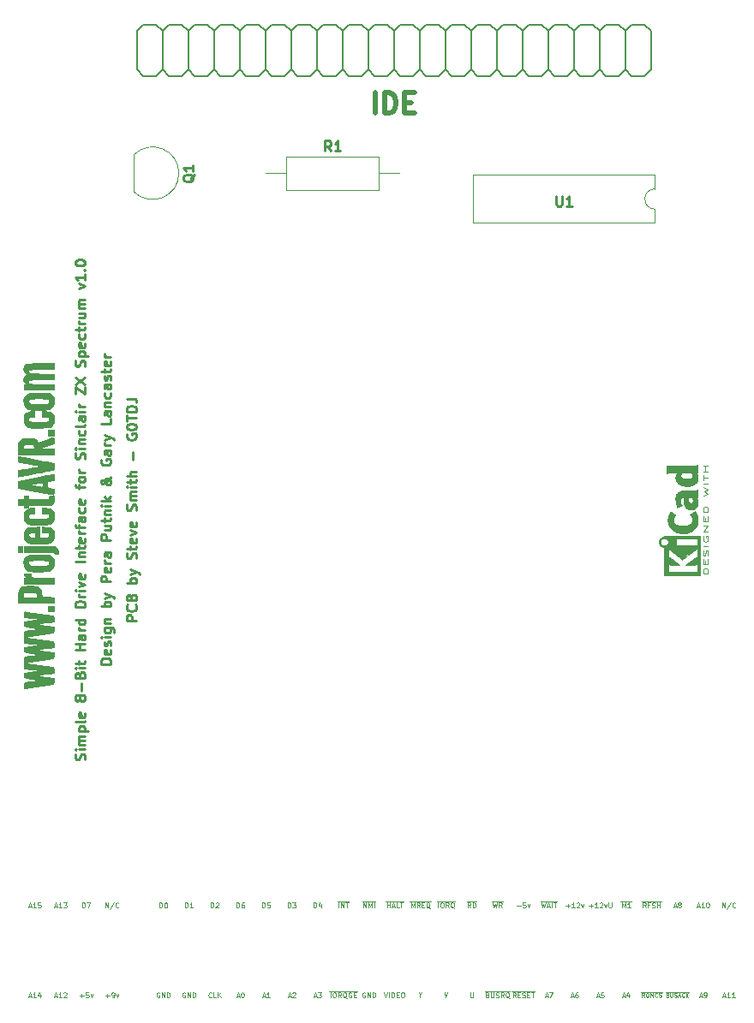
<source format=gto>
G04 #@! TF.FileFunction,Legend,Top*
%FSLAX46Y46*%
G04 Gerber Fmt 4.6, Leading zero omitted, Abs format (unit mm)*
G04 Created by KiCad (PCBNEW 4.0.5) date 06/12/17 14:20:53*
%MOMM*%
%LPD*%
G01*
G04 APERTURE LIST*
%ADD10C,0.100000*%
%ADD11C,0.250000*%
%ADD12C,0.500000*%
%ADD13C,0.152400*%
%ADD14C,0.120000*%
%ADD15C,0.010000*%
%ADD16C,0.125000*%
G04 APERTURE END LIST*
D10*
D11*
X117800381Y-101400192D02*
X116800381Y-101400192D01*
X116800381Y-101019239D01*
X116848000Y-100924001D01*
X116895619Y-100876382D01*
X116990857Y-100828763D01*
X117133714Y-100828763D01*
X117228952Y-100876382D01*
X117276571Y-100924001D01*
X117324190Y-101019239D01*
X117324190Y-101400192D01*
X117705143Y-99828763D02*
X117752762Y-99876382D01*
X117800381Y-100019239D01*
X117800381Y-100114477D01*
X117752762Y-100257335D01*
X117657524Y-100352573D01*
X117562286Y-100400192D01*
X117371810Y-100447811D01*
X117228952Y-100447811D01*
X117038476Y-100400192D01*
X116943238Y-100352573D01*
X116848000Y-100257335D01*
X116800381Y-100114477D01*
X116800381Y-100019239D01*
X116848000Y-99876382D01*
X116895619Y-99828763D01*
X117276571Y-99066858D02*
X117324190Y-98924001D01*
X117371810Y-98876382D01*
X117467048Y-98828763D01*
X117609905Y-98828763D01*
X117705143Y-98876382D01*
X117752762Y-98924001D01*
X117800381Y-99019239D01*
X117800381Y-99400192D01*
X116800381Y-99400192D01*
X116800381Y-99066858D01*
X116848000Y-98971620D01*
X116895619Y-98924001D01*
X116990857Y-98876382D01*
X117086095Y-98876382D01*
X117181333Y-98924001D01*
X117228952Y-98971620D01*
X117276571Y-99066858D01*
X117276571Y-99400192D01*
X117800381Y-97638287D02*
X116800381Y-97638287D01*
X117181333Y-97638287D02*
X117133714Y-97543049D01*
X117133714Y-97352572D01*
X117181333Y-97257334D01*
X117228952Y-97209715D01*
X117324190Y-97162096D01*
X117609905Y-97162096D01*
X117705143Y-97209715D01*
X117752762Y-97257334D01*
X117800381Y-97352572D01*
X117800381Y-97543049D01*
X117752762Y-97638287D01*
X117133714Y-96828763D02*
X117800381Y-96590668D01*
X117133714Y-96352572D02*
X117800381Y-96590668D01*
X118038476Y-96685906D01*
X118086095Y-96733525D01*
X118133714Y-96828763D01*
X117752762Y-95257334D02*
X117800381Y-95114477D01*
X117800381Y-94876381D01*
X117752762Y-94781143D01*
X117705143Y-94733524D01*
X117609905Y-94685905D01*
X117514667Y-94685905D01*
X117419429Y-94733524D01*
X117371810Y-94781143D01*
X117324190Y-94876381D01*
X117276571Y-95066858D01*
X117228952Y-95162096D01*
X117181333Y-95209715D01*
X117086095Y-95257334D01*
X116990857Y-95257334D01*
X116895619Y-95209715D01*
X116848000Y-95162096D01*
X116800381Y-95066858D01*
X116800381Y-94828762D01*
X116848000Y-94685905D01*
X117133714Y-94400191D02*
X117133714Y-94019239D01*
X116800381Y-94257334D02*
X117657524Y-94257334D01*
X117752762Y-94209715D01*
X117800381Y-94114477D01*
X117800381Y-94019239D01*
X117752762Y-93304952D02*
X117800381Y-93400190D01*
X117800381Y-93590667D01*
X117752762Y-93685905D01*
X117657524Y-93733524D01*
X117276571Y-93733524D01*
X117181333Y-93685905D01*
X117133714Y-93590667D01*
X117133714Y-93400190D01*
X117181333Y-93304952D01*
X117276571Y-93257333D01*
X117371810Y-93257333D01*
X117467048Y-93733524D01*
X117133714Y-92924000D02*
X117800381Y-92685905D01*
X117133714Y-92447809D01*
X117752762Y-91685904D02*
X117800381Y-91781142D01*
X117800381Y-91971619D01*
X117752762Y-92066857D01*
X117657524Y-92114476D01*
X117276571Y-92114476D01*
X117181333Y-92066857D01*
X117133714Y-91971619D01*
X117133714Y-91781142D01*
X117181333Y-91685904D01*
X117276571Y-91638285D01*
X117371810Y-91638285D01*
X117467048Y-92114476D01*
X117752762Y-90495428D02*
X117800381Y-90352571D01*
X117800381Y-90114475D01*
X117752762Y-90019237D01*
X117705143Y-89971618D01*
X117609905Y-89923999D01*
X117514667Y-89923999D01*
X117419429Y-89971618D01*
X117371810Y-90019237D01*
X117324190Y-90114475D01*
X117276571Y-90304952D01*
X117228952Y-90400190D01*
X117181333Y-90447809D01*
X117086095Y-90495428D01*
X116990857Y-90495428D01*
X116895619Y-90447809D01*
X116848000Y-90400190D01*
X116800381Y-90304952D01*
X116800381Y-90066856D01*
X116848000Y-89923999D01*
X117800381Y-89495428D02*
X117133714Y-89495428D01*
X117228952Y-89495428D02*
X117181333Y-89447809D01*
X117133714Y-89352571D01*
X117133714Y-89209713D01*
X117181333Y-89114475D01*
X117276571Y-89066856D01*
X117800381Y-89066856D01*
X117276571Y-89066856D02*
X117181333Y-89019237D01*
X117133714Y-88923999D01*
X117133714Y-88781142D01*
X117181333Y-88685904D01*
X117276571Y-88638285D01*
X117800381Y-88638285D01*
X117800381Y-88162095D02*
X117133714Y-88162095D01*
X116800381Y-88162095D02*
X116848000Y-88209714D01*
X116895619Y-88162095D01*
X116848000Y-88114476D01*
X116800381Y-88162095D01*
X116895619Y-88162095D01*
X117133714Y-87828762D02*
X117133714Y-87447810D01*
X116800381Y-87685905D02*
X117657524Y-87685905D01*
X117752762Y-87638286D01*
X117800381Y-87543048D01*
X117800381Y-87447810D01*
X117800381Y-87114476D02*
X116800381Y-87114476D01*
X117800381Y-86685904D02*
X117276571Y-86685904D01*
X117181333Y-86733523D01*
X117133714Y-86828761D01*
X117133714Y-86971619D01*
X117181333Y-87066857D01*
X117228952Y-87114476D01*
X117419429Y-85447809D02*
X117419429Y-84685904D01*
X116848000Y-82923999D02*
X116800381Y-83019237D01*
X116800381Y-83162094D01*
X116848000Y-83304952D01*
X116943238Y-83400190D01*
X117038476Y-83447809D01*
X117228952Y-83495428D01*
X117371810Y-83495428D01*
X117562286Y-83447809D01*
X117657524Y-83400190D01*
X117752762Y-83304952D01*
X117800381Y-83162094D01*
X117800381Y-83066856D01*
X117752762Y-82923999D01*
X117705143Y-82876380D01*
X117371810Y-82876380D01*
X117371810Y-83066856D01*
X116800381Y-82257333D02*
X116800381Y-82162094D01*
X116848000Y-82066856D01*
X116895619Y-82019237D01*
X116990857Y-81971618D01*
X117181333Y-81923999D01*
X117419429Y-81923999D01*
X117609905Y-81971618D01*
X117705143Y-82019237D01*
X117752762Y-82066856D01*
X117800381Y-82162094D01*
X117800381Y-82257333D01*
X117752762Y-82352571D01*
X117705143Y-82400190D01*
X117609905Y-82447809D01*
X117419429Y-82495428D01*
X117181333Y-82495428D01*
X116990857Y-82447809D01*
X116895619Y-82400190D01*
X116848000Y-82352571D01*
X116800381Y-82257333D01*
X116800381Y-81638285D02*
X116800381Y-81066856D01*
X117800381Y-81352571D02*
X116800381Y-81352571D01*
X117800381Y-80733523D02*
X116800381Y-80733523D01*
X116800381Y-80495428D01*
X116848000Y-80352570D01*
X116943238Y-80257332D01*
X117038476Y-80209713D01*
X117228952Y-80162094D01*
X117371810Y-80162094D01*
X117562286Y-80209713D01*
X117657524Y-80257332D01*
X117752762Y-80352570D01*
X117800381Y-80495428D01*
X117800381Y-80733523D01*
X116800381Y-79447808D02*
X117514667Y-79447808D01*
X117657524Y-79495428D01*
X117752762Y-79590666D01*
X117800381Y-79733523D01*
X117800381Y-79828761D01*
X115260381Y-105685907D02*
X114260381Y-105685907D01*
X114260381Y-105447812D01*
X114308000Y-105304954D01*
X114403238Y-105209716D01*
X114498476Y-105162097D01*
X114688952Y-105114478D01*
X114831810Y-105114478D01*
X115022286Y-105162097D01*
X115117524Y-105209716D01*
X115212762Y-105304954D01*
X115260381Y-105447812D01*
X115260381Y-105685907D01*
X115212762Y-104304954D02*
X115260381Y-104400192D01*
X115260381Y-104590669D01*
X115212762Y-104685907D01*
X115117524Y-104733526D01*
X114736571Y-104733526D01*
X114641333Y-104685907D01*
X114593714Y-104590669D01*
X114593714Y-104400192D01*
X114641333Y-104304954D01*
X114736571Y-104257335D01*
X114831810Y-104257335D01*
X114927048Y-104733526D01*
X115212762Y-103876383D02*
X115260381Y-103781145D01*
X115260381Y-103590669D01*
X115212762Y-103495430D01*
X115117524Y-103447811D01*
X115069905Y-103447811D01*
X114974667Y-103495430D01*
X114927048Y-103590669D01*
X114927048Y-103733526D01*
X114879429Y-103828764D01*
X114784190Y-103876383D01*
X114736571Y-103876383D01*
X114641333Y-103828764D01*
X114593714Y-103733526D01*
X114593714Y-103590669D01*
X114641333Y-103495430D01*
X115260381Y-103019240D02*
X114593714Y-103019240D01*
X114260381Y-103019240D02*
X114308000Y-103066859D01*
X114355619Y-103019240D01*
X114308000Y-102971621D01*
X114260381Y-103019240D01*
X114355619Y-103019240D01*
X114593714Y-102114478D02*
X115403238Y-102114478D01*
X115498476Y-102162097D01*
X115546095Y-102209716D01*
X115593714Y-102304955D01*
X115593714Y-102447812D01*
X115546095Y-102543050D01*
X115212762Y-102114478D02*
X115260381Y-102209716D01*
X115260381Y-102400193D01*
X115212762Y-102495431D01*
X115165143Y-102543050D01*
X115069905Y-102590669D01*
X114784190Y-102590669D01*
X114688952Y-102543050D01*
X114641333Y-102495431D01*
X114593714Y-102400193D01*
X114593714Y-102209716D01*
X114641333Y-102114478D01*
X114593714Y-101638288D02*
X115260381Y-101638288D01*
X114688952Y-101638288D02*
X114641333Y-101590669D01*
X114593714Y-101495431D01*
X114593714Y-101352573D01*
X114641333Y-101257335D01*
X114736571Y-101209716D01*
X115260381Y-101209716D01*
X115260381Y-99971621D02*
X114260381Y-99971621D01*
X114641333Y-99971621D02*
X114593714Y-99876383D01*
X114593714Y-99685906D01*
X114641333Y-99590668D01*
X114688952Y-99543049D01*
X114784190Y-99495430D01*
X115069905Y-99495430D01*
X115165143Y-99543049D01*
X115212762Y-99590668D01*
X115260381Y-99685906D01*
X115260381Y-99876383D01*
X115212762Y-99971621D01*
X114593714Y-99162097D02*
X115260381Y-98924002D01*
X114593714Y-98685906D02*
X115260381Y-98924002D01*
X115498476Y-99019240D01*
X115546095Y-99066859D01*
X115593714Y-99162097D01*
X115260381Y-97543049D02*
X114260381Y-97543049D01*
X114260381Y-97162096D01*
X114308000Y-97066858D01*
X114355619Y-97019239D01*
X114450857Y-96971620D01*
X114593714Y-96971620D01*
X114688952Y-97019239D01*
X114736571Y-97066858D01*
X114784190Y-97162096D01*
X114784190Y-97543049D01*
X115212762Y-96162096D02*
X115260381Y-96257334D01*
X115260381Y-96447811D01*
X115212762Y-96543049D01*
X115117524Y-96590668D01*
X114736571Y-96590668D01*
X114641333Y-96543049D01*
X114593714Y-96447811D01*
X114593714Y-96257334D01*
X114641333Y-96162096D01*
X114736571Y-96114477D01*
X114831810Y-96114477D01*
X114927048Y-96590668D01*
X115260381Y-95685906D02*
X114593714Y-95685906D01*
X114784190Y-95685906D02*
X114688952Y-95638287D01*
X114641333Y-95590668D01*
X114593714Y-95495430D01*
X114593714Y-95400191D01*
X115260381Y-94638286D02*
X114736571Y-94638286D01*
X114641333Y-94685905D01*
X114593714Y-94781143D01*
X114593714Y-94971620D01*
X114641333Y-95066858D01*
X115212762Y-94638286D02*
X115260381Y-94733524D01*
X115260381Y-94971620D01*
X115212762Y-95066858D01*
X115117524Y-95114477D01*
X115022286Y-95114477D01*
X114927048Y-95066858D01*
X114879429Y-94971620D01*
X114879429Y-94733524D01*
X114831810Y-94638286D01*
X115260381Y-93400191D02*
X114260381Y-93400191D01*
X114260381Y-93019238D01*
X114308000Y-92924000D01*
X114355619Y-92876381D01*
X114450857Y-92828762D01*
X114593714Y-92828762D01*
X114688952Y-92876381D01*
X114736571Y-92924000D01*
X114784190Y-93019238D01*
X114784190Y-93400191D01*
X114593714Y-91971619D02*
X115260381Y-91971619D01*
X114593714Y-92400191D02*
X115117524Y-92400191D01*
X115212762Y-92352572D01*
X115260381Y-92257334D01*
X115260381Y-92114476D01*
X115212762Y-92019238D01*
X115165143Y-91971619D01*
X114593714Y-91638286D02*
X114593714Y-91257334D01*
X114260381Y-91495429D02*
X115117524Y-91495429D01*
X115212762Y-91447810D01*
X115260381Y-91352572D01*
X115260381Y-91257334D01*
X114593714Y-90924000D02*
X115260381Y-90924000D01*
X114688952Y-90924000D02*
X114641333Y-90876381D01*
X114593714Y-90781143D01*
X114593714Y-90638285D01*
X114641333Y-90543047D01*
X114736571Y-90495428D01*
X115260381Y-90495428D01*
X115260381Y-90019238D02*
X114593714Y-90019238D01*
X114260381Y-90019238D02*
X114308000Y-90066857D01*
X114355619Y-90019238D01*
X114308000Y-89971619D01*
X114260381Y-90019238D01*
X114355619Y-90019238D01*
X115260381Y-89543048D02*
X114260381Y-89543048D01*
X114879429Y-89447810D02*
X115260381Y-89162095D01*
X114593714Y-89162095D02*
X114974667Y-89543048D01*
X115260381Y-87162095D02*
X115260381Y-87209714D01*
X115212762Y-87304952D01*
X115069905Y-87447809D01*
X114784190Y-87685904D01*
X114641333Y-87781143D01*
X114498476Y-87828762D01*
X114403238Y-87828762D01*
X114308000Y-87781143D01*
X114260381Y-87685904D01*
X114260381Y-87638285D01*
X114308000Y-87543047D01*
X114403238Y-87495428D01*
X114450857Y-87495428D01*
X114546095Y-87543047D01*
X114593714Y-87590666D01*
X114784190Y-87876381D01*
X114831810Y-87924000D01*
X114927048Y-87971619D01*
X115069905Y-87971619D01*
X115165143Y-87924000D01*
X115212762Y-87876381D01*
X115260381Y-87781143D01*
X115260381Y-87638285D01*
X115212762Y-87543047D01*
X115165143Y-87495428D01*
X114974667Y-87352571D01*
X114831810Y-87304952D01*
X114736571Y-87304952D01*
X114308000Y-85447809D02*
X114260381Y-85543047D01*
X114260381Y-85685904D01*
X114308000Y-85828762D01*
X114403238Y-85924000D01*
X114498476Y-85971619D01*
X114688952Y-86019238D01*
X114831810Y-86019238D01*
X115022286Y-85971619D01*
X115117524Y-85924000D01*
X115212762Y-85828762D01*
X115260381Y-85685904D01*
X115260381Y-85590666D01*
X115212762Y-85447809D01*
X115165143Y-85400190D01*
X114831810Y-85400190D01*
X114831810Y-85590666D01*
X115260381Y-84543047D02*
X114736571Y-84543047D01*
X114641333Y-84590666D01*
X114593714Y-84685904D01*
X114593714Y-84876381D01*
X114641333Y-84971619D01*
X115212762Y-84543047D02*
X115260381Y-84638285D01*
X115260381Y-84876381D01*
X115212762Y-84971619D01*
X115117524Y-85019238D01*
X115022286Y-85019238D01*
X114927048Y-84971619D01*
X114879429Y-84876381D01*
X114879429Y-84638285D01*
X114831810Y-84543047D01*
X115260381Y-84066857D02*
X114593714Y-84066857D01*
X114784190Y-84066857D02*
X114688952Y-84019238D01*
X114641333Y-83971619D01*
X114593714Y-83876381D01*
X114593714Y-83781142D01*
X114593714Y-83543047D02*
X115260381Y-83304952D01*
X114593714Y-83066856D02*
X115260381Y-83304952D01*
X115498476Y-83400190D01*
X115546095Y-83447809D01*
X115593714Y-83543047D01*
X115260381Y-81447808D02*
X115260381Y-81923999D01*
X114260381Y-81923999D01*
X115260381Y-80685903D02*
X114736571Y-80685903D01*
X114641333Y-80733522D01*
X114593714Y-80828760D01*
X114593714Y-81019237D01*
X114641333Y-81114475D01*
X115212762Y-80685903D02*
X115260381Y-80781141D01*
X115260381Y-81019237D01*
X115212762Y-81114475D01*
X115117524Y-81162094D01*
X115022286Y-81162094D01*
X114927048Y-81114475D01*
X114879429Y-81019237D01*
X114879429Y-80781141D01*
X114831810Y-80685903D01*
X114593714Y-80209713D02*
X115260381Y-80209713D01*
X114688952Y-80209713D02*
X114641333Y-80162094D01*
X114593714Y-80066856D01*
X114593714Y-79923998D01*
X114641333Y-79828760D01*
X114736571Y-79781141D01*
X115260381Y-79781141D01*
X115212762Y-78876379D02*
X115260381Y-78971617D01*
X115260381Y-79162094D01*
X115212762Y-79257332D01*
X115165143Y-79304951D01*
X115069905Y-79352570D01*
X114784190Y-79352570D01*
X114688952Y-79304951D01*
X114641333Y-79257332D01*
X114593714Y-79162094D01*
X114593714Y-78971617D01*
X114641333Y-78876379D01*
X115260381Y-78019236D02*
X114736571Y-78019236D01*
X114641333Y-78066855D01*
X114593714Y-78162093D01*
X114593714Y-78352570D01*
X114641333Y-78447808D01*
X115212762Y-78019236D02*
X115260381Y-78114474D01*
X115260381Y-78352570D01*
X115212762Y-78447808D01*
X115117524Y-78495427D01*
X115022286Y-78495427D01*
X114927048Y-78447808D01*
X114879429Y-78352570D01*
X114879429Y-78114474D01*
X114831810Y-78019236D01*
X115212762Y-77590665D02*
X115260381Y-77495427D01*
X115260381Y-77304951D01*
X115212762Y-77209712D01*
X115117524Y-77162093D01*
X115069905Y-77162093D01*
X114974667Y-77209712D01*
X114927048Y-77304951D01*
X114927048Y-77447808D01*
X114879429Y-77543046D01*
X114784190Y-77590665D01*
X114736571Y-77590665D01*
X114641333Y-77543046D01*
X114593714Y-77447808D01*
X114593714Y-77304951D01*
X114641333Y-77209712D01*
X114593714Y-76876379D02*
X114593714Y-76495427D01*
X114260381Y-76733522D02*
X115117524Y-76733522D01*
X115212762Y-76685903D01*
X115260381Y-76590665D01*
X115260381Y-76495427D01*
X115212762Y-75781140D02*
X115260381Y-75876378D01*
X115260381Y-76066855D01*
X115212762Y-76162093D01*
X115117524Y-76209712D01*
X114736571Y-76209712D01*
X114641333Y-76162093D01*
X114593714Y-76066855D01*
X114593714Y-75876378D01*
X114641333Y-75781140D01*
X114736571Y-75733521D01*
X114831810Y-75733521D01*
X114927048Y-76209712D01*
X115260381Y-75304950D02*
X114593714Y-75304950D01*
X114784190Y-75304950D02*
X114688952Y-75257331D01*
X114641333Y-75209712D01*
X114593714Y-75114474D01*
X114593714Y-75019235D01*
X112672762Y-115138289D02*
X112720381Y-114995432D01*
X112720381Y-114757336D01*
X112672762Y-114662098D01*
X112625143Y-114614479D01*
X112529905Y-114566860D01*
X112434667Y-114566860D01*
X112339429Y-114614479D01*
X112291810Y-114662098D01*
X112244190Y-114757336D01*
X112196571Y-114947813D01*
X112148952Y-115043051D01*
X112101333Y-115090670D01*
X112006095Y-115138289D01*
X111910857Y-115138289D01*
X111815619Y-115090670D01*
X111768000Y-115043051D01*
X111720381Y-114947813D01*
X111720381Y-114709717D01*
X111768000Y-114566860D01*
X112720381Y-114138289D02*
X112053714Y-114138289D01*
X111720381Y-114138289D02*
X111768000Y-114185908D01*
X111815619Y-114138289D01*
X111768000Y-114090670D01*
X111720381Y-114138289D01*
X111815619Y-114138289D01*
X112720381Y-113662099D02*
X112053714Y-113662099D01*
X112148952Y-113662099D02*
X112101333Y-113614480D01*
X112053714Y-113519242D01*
X112053714Y-113376384D01*
X112101333Y-113281146D01*
X112196571Y-113233527D01*
X112720381Y-113233527D01*
X112196571Y-113233527D02*
X112101333Y-113185908D01*
X112053714Y-113090670D01*
X112053714Y-112947813D01*
X112101333Y-112852575D01*
X112196571Y-112804956D01*
X112720381Y-112804956D01*
X112053714Y-112328766D02*
X113053714Y-112328766D01*
X112101333Y-112328766D02*
X112053714Y-112233528D01*
X112053714Y-112043051D01*
X112101333Y-111947813D01*
X112148952Y-111900194D01*
X112244190Y-111852575D01*
X112529905Y-111852575D01*
X112625143Y-111900194D01*
X112672762Y-111947813D01*
X112720381Y-112043051D01*
X112720381Y-112233528D01*
X112672762Y-112328766D01*
X112720381Y-111281147D02*
X112672762Y-111376385D01*
X112577524Y-111424004D01*
X111720381Y-111424004D01*
X112672762Y-110519241D02*
X112720381Y-110614479D01*
X112720381Y-110804956D01*
X112672762Y-110900194D01*
X112577524Y-110947813D01*
X112196571Y-110947813D01*
X112101333Y-110900194D01*
X112053714Y-110804956D01*
X112053714Y-110614479D01*
X112101333Y-110519241D01*
X112196571Y-110471622D01*
X112291810Y-110471622D01*
X112387048Y-110947813D01*
X112148952Y-109138289D02*
X112101333Y-109233527D01*
X112053714Y-109281146D01*
X111958476Y-109328765D01*
X111910857Y-109328765D01*
X111815619Y-109281146D01*
X111768000Y-109233527D01*
X111720381Y-109138289D01*
X111720381Y-108947812D01*
X111768000Y-108852574D01*
X111815619Y-108804955D01*
X111910857Y-108757336D01*
X111958476Y-108757336D01*
X112053714Y-108804955D01*
X112101333Y-108852574D01*
X112148952Y-108947812D01*
X112148952Y-109138289D01*
X112196571Y-109233527D01*
X112244190Y-109281146D01*
X112339429Y-109328765D01*
X112529905Y-109328765D01*
X112625143Y-109281146D01*
X112672762Y-109233527D01*
X112720381Y-109138289D01*
X112720381Y-108947812D01*
X112672762Y-108852574D01*
X112625143Y-108804955D01*
X112529905Y-108757336D01*
X112339429Y-108757336D01*
X112244190Y-108804955D01*
X112196571Y-108852574D01*
X112148952Y-108947812D01*
X112339429Y-108328765D02*
X112339429Y-107566860D01*
X112196571Y-106757336D02*
X112244190Y-106614479D01*
X112291810Y-106566860D01*
X112387048Y-106519241D01*
X112529905Y-106519241D01*
X112625143Y-106566860D01*
X112672762Y-106614479D01*
X112720381Y-106709717D01*
X112720381Y-107090670D01*
X111720381Y-107090670D01*
X111720381Y-106757336D01*
X111768000Y-106662098D01*
X111815619Y-106614479D01*
X111910857Y-106566860D01*
X112006095Y-106566860D01*
X112101333Y-106614479D01*
X112148952Y-106662098D01*
X112196571Y-106757336D01*
X112196571Y-107090670D01*
X112720381Y-106090670D02*
X112053714Y-106090670D01*
X111720381Y-106090670D02*
X111768000Y-106138289D01*
X111815619Y-106090670D01*
X111768000Y-106043051D01*
X111720381Y-106090670D01*
X111815619Y-106090670D01*
X112053714Y-105757337D02*
X112053714Y-105376385D01*
X111720381Y-105614480D02*
X112577524Y-105614480D01*
X112672762Y-105566861D01*
X112720381Y-105471623D01*
X112720381Y-105376385D01*
X112720381Y-104281146D02*
X111720381Y-104281146D01*
X112196571Y-104281146D02*
X112196571Y-103709717D01*
X112720381Y-103709717D02*
X111720381Y-103709717D01*
X112720381Y-102804955D02*
X112196571Y-102804955D01*
X112101333Y-102852574D01*
X112053714Y-102947812D01*
X112053714Y-103138289D01*
X112101333Y-103233527D01*
X112672762Y-102804955D02*
X112720381Y-102900193D01*
X112720381Y-103138289D01*
X112672762Y-103233527D01*
X112577524Y-103281146D01*
X112482286Y-103281146D01*
X112387048Y-103233527D01*
X112339429Y-103138289D01*
X112339429Y-102900193D01*
X112291810Y-102804955D01*
X112720381Y-102328765D02*
X112053714Y-102328765D01*
X112244190Y-102328765D02*
X112148952Y-102281146D01*
X112101333Y-102233527D01*
X112053714Y-102138289D01*
X112053714Y-102043050D01*
X112720381Y-101281145D02*
X111720381Y-101281145D01*
X112672762Y-101281145D02*
X112720381Y-101376383D01*
X112720381Y-101566860D01*
X112672762Y-101662098D01*
X112625143Y-101709717D01*
X112529905Y-101757336D01*
X112244190Y-101757336D01*
X112148952Y-101709717D01*
X112101333Y-101662098D01*
X112053714Y-101566860D01*
X112053714Y-101376383D01*
X112101333Y-101281145D01*
X112720381Y-100043050D02*
X111720381Y-100043050D01*
X111720381Y-99804955D01*
X111768000Y-99662097D01*
X111863238Y-99566859D01*
X111958476Y-99519240D01*
X112148952Y-99471621D01*
X112291810Y-99471621D01*
X112482286Y-99519240D01*
X112577524Y-99566859D01*
X112672762Y-99662097D01*
X112720381Y-99804955D01*
X112720381Y-100043050D01*
X112720381Y-99043050D02*
X112053714Y-99043050D01*
X112244190Y-99043050D02*
X112148952Y-98995431D01*
X112101333Y-98947812D01*
X112053714Y-98852574D01*
X112053714Y-98757335D01*
X112720381Y-98424002D02*
X112053714Y-98424002D01*
X111720381Y-98424002D02*
X111768000Y-98471621D01*
X111815619Y-98424002D01*
X111768000Y-98376383D01*
X111720381Y-98424002D01*
X111815619Y-98424002D01*
X112053714Y-98043050D02*
X112720381Y-97804955D01*
X112053714Y-97566859D01*
X112672762Y-96804954D02*
X112720381Y-96900192D01*
X112720381Y-97090669D01*
X112672762Y-97185907D01*
X112577524Y-97233526D01*
X112196571Y-97233526D01*
X112101333Y-97185907D01*
X112053714Y-97090669D01*
X112053714Y-96900192D01*
X112101333Y-96804954D01*
X112196571Y-96757335D01*
X112291810Y-96757335D01*
X112387048Y-97233526D01*
X112720381Y-95566859D02*
X111720381Y-95566859D01*
X112053714Y-95090669D02*
X112720381Y-95090669D01*
X112148952Y-95090669D02*
X112101333Y-95043050D01*
X112053714Y-94947812D01*
X112053714Y-94804954D01*
X112101333Y-94709716D01*
X112196571Y-94662097D01*
X112720381Y-94662097D01*
X112053714Y-94328764D02*
X112053714Y-93947812D01*
X111720381Y-94185907D02*
X112577524Y-94185907D01*
X112672762Y-94138288D01*
X112720381Y-94043050D01*
X112720381Y-93947812D01*
X112672762Y-93233525D02*
X112720381Y-93328763D01*
X112720381Y-93519240D01*
X112672762Y-93614478D01*
X112577524Y-93662097D01*
X112196571Y-93662097D01*
X112101333Y-93614478D01*
X112053714Y-93519240D01*
X112053714Y-93328763D01*
X112101333Y-93233525D01*
X112196571Y-93185906D01*
X112291810Y-93185906D01*
X112387048Y-93662097D01*
X112720381Y-92757335D02*
X112053714Y-92757335D01*
X112244190Y-92757335D02*
X112148952Y-92709716D01*
X112101333Y-92662097D01*
X112053714Y-92566859D01*
X112053714Y-92471620D01*
X112053714Y-92281144D02*
X112053714Y-91900192D01*
X112720381Y-92138287D02*
X111863238Y-92138287D01*
X111768000Y-92090668D01*
X111720381Y-91995430D01*
X111720381Y-91900192D01*
X112720381Y-91138286D02*
X112196571Y-91138286D01*
X112101333Y-91185905D01*
X112053714Y-91281143D01*
X112053714Y-91471620D01*
X112101333Y-91566858D01*
X112672762Y-91138286D02*
X112720381Y-91233524D01*
X112720381Y-91471620D01*
X112672762Y-91566858D01*
X112577524Y-91614477D01*
X112482286Y-91614477D01*
X112387048Y-91566858D01*
X112339429Y-91471620D01*
X112339429Y-91233524D01*
X112291810Y-91138286D01*
X112672762Y-90233524D02*
X112720381Y-90328762D01*
X112720381Y-90519239D01*
X112672762Y-90614477D01*
X112625143Y-90662096D01*
X112529905Y-90709715D01*
X112244190Y-90709715D01*
X112148952Y-90662096D01*
X112101333Y-90614477D01*
X112053714Y-90519239D01*
X112053714Y-90328762D01*
X112101333Y-90233524D01*
X112672762Y-89424000D02*
X112720381Y-89519238D01*
X112720381Y-89709715D01*
X112672762Y-89804953D01*
X112577524Y-89852572D01*
X112196571Y-89852572D01*
X112101333Y-89804953D01*
X112053714Y-89709715D01*
X112053714Y-89519238D01*
X112101333Y-89424000D01*
X112196571Y-89376381D01*
X112291810Y-89376381D01*
X112387048Y-89852572D01*
X112053714Y-88328762D02*
X112053714Y-87947810D01*
X112720381Y-88185905D02*
X111863238Y-88185905D01*
X111768000Y-88138286D01*
X111720381Y-88043048D01*
X111720381Y-87947810D01*
X112720381Y-87471619D02*
X112672762Y-87566857D01*
X112625143Y-87614476D01*
X112529905Y-87662095D01*
X112244190Y-87662095D01*
X112148952Y-87614476D01*
X112101333Y-87566857D01*
X112053714Y-87471619D01*
X112053714Y-87328761D01*
X112101333Y-87233523D01*
X112148952Y-87185904D01*
X112244190Y-87138285D01*
X112529905Y-87138285D01*
X112625143Y-87185904D01*
X112672762Y-87233523D01*
X112720381Y-87328761D01*
X112720381Y-87471619D01*
X112720381Y-86709714D02*
X112053714Y-86709714D01*
X112244190Y-86709714D02*
X112148952Y-86662095D01*
X112101333Y-86614476D01*
X112053714Y-86519238D01*
X112053714Y-86423999D01*
X112672762Y-85376380D02*
X112720381Y-85233523D01*
X112720381Y-84995427D01*
X112672762Y-84900189D01*
X112625143Y-84852570D01*
X112529905Y-84804951D01*
X112434667Y-84804951D01*
X112339429Y-84852570D01*
X112291810Y-84900189D01*
X112244190Y-84995427D01*
X112196571Y-85185904D01*
X112148952Y-85281142D01*
X112101333Y-85328761D01*
X112006095Y-85376380D01*
X111910857Y-85376380D01*
X111815619Y-85328761D01*
X111768000Y-85281142D01*
X111720381Y-85185904D01*
X111720381Y-84947808D01*
X111768000Y-84804951D01*
X112720381Y-84376380D02*
X112053714Y-84376380D01*
X111720381Y-84376380D02*
X111768000Y-84423999D01*
X111815619Y-84376380D01*
X111768000Y-84328761D01*
X111720381Y-84376380D01*
X111815619Y-84376380D01*
X112053714Y-83900190D02*
X112720381Y-83900190D01*
X112148952Y-83900190D02*
X112101333Y-83852571D01*
X112053714Y-83757333D01*
X112053714Y-83614475D01*
X112101333Y-83519237D01*
X112196571Y-83471618D01*
X112720381Y-83471618D01*
X112672762Y-82566856D02*
X112720381Y-82662094D01*
X112720381Y-82852571D01*
X112672762Y-82947809D01*
X112625143Y-82995428D01*
X112529905Y-83043047D01*
X112244190Y-83043047D01*
X112148952Y-82995428D01*
X112101333Y-82947809D01*
X112053714Y-82852571D01*
X112053714Y-82662094D01*
X112101333Y-82566856D01*
X112720381Y-81995428D02*
X112672762Y-82090666D01*
X112577524Y-82138285D01*
X111720381Y-82138285D01*
X112720381Y-81185903D02*
X112196571Y-81185903D01*
X112101333Y-81233522D01*
X112053714Y-81328760D01*
X112053714Y-81519237D01*
X112101333Y-81614475D01*
X112672762Y-81185903D02*
X112720381Y-81281141D01*
X112720381Y-81519237D01*
X112672762Y-81614475D01*
X112577524Y-81662094D01*
X112482286Y-81662094D01*
X112387048Y-81614475D01*
X112339429Y-81519237D01*
X112339429Y-81281141D01*
X112291810Y-81185903D01*
X112720381Y-80709713D02*
X112053714Y-80709713D01*
X111720381Y-80709713D02*
X111768000Y-80757332D01*
X111815619Y-80709713D01*
X111768000Y-80662094D01*
X111720381Y-80709713D01*
X111815619Y-80709713D01*
X112720381Y-80233523D02*
X112053714Y-80233523D01*
X112244190Y-80233523D02*
X112148952Y-80185904D01*
X112101333Y-80138285D01*
X112053714Y-80043047D01*
X112053714Y-79947808D01*
X111720381Y-78947808D02*
X111720381Y-78281141D01*
X112720381Y-78947808D01*
X112720381Y-78281141D01*
X111720381Y-77995427D02*
X112720381Y-77328760D01*
X111720381Y-77328760D02*
X112720381Y-77995427D01*
X112672762Y-76233522D02*
X112720381Y-76090665D01*
X112720381Y-75852569D01*
X112672762Y-75757331D01*
X112625143Y-75709712D01*
X112529905Y-75662093D01*
X112434667Y-75662093D01*
X112339429Y-75709712D01*
X112291810Y-75757331D01*
X112244190Y-75852569D01*
X112196571Y-76043046D01*
X112148952Y-76138284D01*
X112101333Y-76185903D01*
X112006095Y-76233522D01*
X111910857Y-76233522D01*
X111815619Y-76185903D01*
X111768000Y-76138284D01*
X111720381Y-76043046D01*
X111720381Y-75804950D01*
X111768000Y-75662093D01*
X112053714Y-75233522D02*
X113053714Y-75233522D01*
X112101333Y-75233522D02*
X112053714Y-75138284D01*
X112053714Y-74947807D01*
X112101333Y-74852569D01*
X112148952Y-74804950D01*
X112244190Y-74757331D01*
X112529905Y-74757331D01*
X112625143Y-74804950D01*
X112672762Y-74852569D01*
X112720381Y-74947807D01*
X112720381Y-75138284D01*
X112672762Y-75233522D01*
X112672762Y-73947807D02*
X112720381Y-74043045D01*
X112720381Y-74233522D01*
X112672762Y-74328760D01*
X112577524Y-74376379D01*
X112196571Y-74376379D01*
X112101333Y-74328760D01*
X112053714Y-74233522D01*
X112053714Y-74043045D01*
X112101333Y-73947807D01*
X112196571Y-73900188D01*
X112291810Y-73900188D01*
X112387048Y-74376379D01*
X112672762Y-73043045D02*
X112720381Y-73138283D01*
X112720381Y-73328760D01*
X112672762Y-73423998D01*
X112625143Y-73471617D01*
X112529905Y-73519236D01*
X112244190Y-73519236D01*
X112148952Y-73471617D01*
X112101333Y-73423998D01*
X112053714Y-73328760D01*
X112053714Y-73138283D01*
X112101333Y-73043045D01*
X112053714Y-72757331D02*
X112053714Y-72376379D01*
X111720381Y-72614474D02*
X112577524Y-72614474D01*
X112672762Y-72566855D01*
X112720381Y-72471617D01*
X112720381Y-72376379D01*
X112720381Y-72043045D02*
X112053714Y-72043045D01*
X112244190Y-72043045D02*
X112148952Y-71995426D01*
X112101333Y-71947807D01*
X112053714Y-71852569D01*
X112053714Y-71757330D01*
X112053714Y-70995425D02*
X112720381Y-70995425D01*
X112053714Y-71423997D02*
X112577524Y-71423997D01*
X112672762Y-71376378D01*
X112720381Y-71281140D01*
X112720381Y-71138282D01*
X112672762Y-71043044D01*
X112625143Y-70995425D01*
X112720381Y-70519235D02*
X112053714Y-70519235D01*
X112148952Y-70519235D02*
X112101333Y-70471616D01*
X112053714Y-70376378D01*
X112053714Y-70233520D01*
X112101333Y-70138282D01*
X112196571Y-70090663D01*
X112720381Y-70090663D01*
X112196571Y-70090663D02*
X112101333Y-70043044D01*
X112053714Y-69947806D01*
X112053714Y-69804949D01*
X112101333Y-69709711D01*
X112196571Y-69662092D01*
X112720381Y-69662092D01*
X112053714Y-68519235D02*
X112720381Y-68281140D01*
X112053714Y-68043044D01*
X112720381Y-67138282D02*
X112720381Y-67709711D01*
X112720381Y-67423997D02*
X111720381Y-67423997D01*
X111863238Y-67519235D01*
X111958476Y-67614473D01*
X112006095Y-67709711D01*
X112625143Y-66709711D02*
X112672762Y-66662092D01*
X112720381Y-66709711D01*
X112672762Y-66757330D01*
X112625143Y-66709711D01*
X112720381Y-66709711D01*
X111720381Y-66043045D02*
X111720381Y-65947806D01*
X111768000Y-65852568D01*
X111815619Y-65804949D01*
X111910857Y-65757330D01*
X112101333Y-65709711D01*
X112339429Y-65709711D01*
X112529905Y-65757330D01*
X112625143Y-65804949D01*
X112672762Y-65852568D01*
X112720381Y-65947806D01*
X112720381Y-66043045D01*
X112672762Y-66138283D01*
X112625143Y-66185902D01*
X112529905Y-66233521D01*
X112339429Y-66281140D01*
X112101333Y-66281140D01*
X111910857Y-66233521D01*
X111815619Y-66185902D01*
X111768000Y-66138283D01*
X111720381Y-66043045D01*
D12*
X141351238Y-51196762D02*
X141351238Y-49196762D01*
X142303619Y-51196762D02*
X142303619Y-49196762D01*
X142779810Y-49196762D01*
X143065524Y-49292000D01*
X143256000Y-49482476D01*
X143351239Y-49672952D01*
X143446477Y-50053905D01*
X143446477Y-50339619D01*
X143351239Y-50720571D01*
X143256000Y-50911048D01*
X143065524Y-51101524D01*
X142779810Y-51196762D01*
X142303619Y-51196762D01*
X144303619Y-50149143D02*
X144970286Y-50149143D01*
X145256000Y-51196762D02*
X144303619Y-51196762D01*
X144303619Y-49196762D01*
X145256000Y-49196762D01*
D13*
X117850000Y-46905000D02*
X118485000Y-47540000D01*
X119755000Y-47540000D02*
X120390000Y-46905000D01*
X120390000Y-46905000D02*
X121025000Y-47540000D01*
X122295000Y-47540000D02*
X122930000Y-46905000D01*
X122930000Y-46905000D02*
X123565000Y-47540000D01*
X124835000Y-47540000D02*
X125470000Y-46905000D01*
X125470000Y-46905000D02*
X126105000Y-47540000D01*
X127375000Y-47540000D02*
X128010000Y-46905000D01*
X128010000Y-46905000D02*
X128645000Y-47540000D01*
X129915000Y-47540000D02*
X130550000Y-46905000D01*
X130550000Y-46905000D02*
X131185000Y-47540000D01*
X132455000Y-47540000D02*
X133090000Y-46905000D01*
X117850000Y-46905000D02*
X117850000Y-43095000D01*
X117850000Y-43095000D02*
X118485000Y-42460000D01*
X118485000Y-42460000D02*
X119755000Y-42460000D01*
X119755000Y-42460000D02*
X120390000Y-43095000D01*
X120390000Y-43095000D02*
X121025000Y-42460000D01*
X121025000Y-42460000D02*
X122295000Y-42460000D01*
X122295000Y-42460000D02*
X122930000Y-43095000D01*
X122930000Y-43095000D02*
X123565000Y-42460000D01*
X123565000Y-42460000D02*
X124835000Y-42460000D01*
X124835000Y-42460000D02*
X125470000Y-43095000D01*
X125470000Y-43095000D02*
X126105000Y-42460000D01*
X126105000Y-42460000D02*
X127375000Y-42460000D01*
X127375000Y-42460000D02*
X128010000Y-43095000D01*
X128010000Y-43095000D02*
X128645000Y-42460000D01*
X128645000Y-42460000D02*
X129915000Y-42460000D01*
X129915000Y-42460000D02*
X130550000Y-43095000D01*
X130550000Y-43095000D02*
X131185000Y-42460000D01*
X131185000Y-42460000D02*
X132455000Y-42460000D01*
X132455000Y-42460000D02*
X133090000Y-43095000D01*
X133090000Y-43095000D02*
X133725000Y-42460000D01*
X133725000Y-42460000D02*
X134995000Y-42460000D01*
X134995000Y-42460000D02*
X135630000Y-43095000D01*
X135630000Y-43095000D02*
X136265000Y-42460000D01*
X136265000Y-42460000D02*
X137535000Y-42460000D01*
X137535000Y-42460000D02*
X138170000Y-43095000D01*
X138170000Y-43095000D02*
X138805000Y-42460000D01*
X138805000Y-42460000D02*
X140075000Y-42460000D01*
X140075000Y-42460000D02*
X140710000Y-43095000D01*
X140710000Y-46905000D02*
X140075000Y-47540000D01*
X138170000Y-46905000D02*
X138805000Y-47540000D01*
X138170000Y-46905000D02*
X137535000Y-47540000D01*
X135630000Y-46905000D02*
X136265000Y-47540000D01*
X135630000Y-46905000D02*
X134995000Y-47540000D01*
X133090000Y-46905000D02*
X133725000Y-47540000D01*
X120390000Y-43095000D02*
X120390000Y-46905000D01*
X122930000Y-43095000D02*
X122930000Y-46905000D01*
X125470000Y-43095000D02*
X125470000Y-46905000D01*
X128010000Y-43095000D02*
X128010000Y-46905000D01*
X130550000Y-43095000D02*
X130550000Y-46905000D01*
X133090000Y-43095000D02*
X133090000Y-46905000D01*
X135630000Y-43095000D02*
X135630000Y-46905000D01*
X138170000Y-43095000D02*
X138170000Y-46905000D01*
X140710000Y-43095000D02*
X140710000Y-46905000D01*
X138805000Y-47540000D02*
X140075000Y-47540000D01*
X136265000Y-47540000D02*
X137535000Y-47540000D01*
X133725000Y-47540000D02*
X134995000Y-47540000D01*
X131185000Y-47540000D02*
X132455000Y-47540000D01*
X128645000Y-47540000D02*
X129915000Y-47540000D01*
X126105000Y-47540000D02*
X127375000Y-47540000D01*
X123565000Y-47540000D02*
X124835000Y-47540000D01*
X121025000Y-47540000D02*
X122295000Y-47540000D01*
X118485000Y-47540000D02*
X119755000Y-47540000D01*
X140710000Y-43095000D02*
X141345000Y-42460000D01*
X141345000Y-42460000D02*
X142615000Y-42460000D01*
X142615000Y-42460000D02*
X143250000Y-43095000D01*
X143250000Y-46905000D02*
X142615000Y-47540000D01*
X140710000Y-46905000D02*
X141345000Y-47540000D01*
X141345000Y-47540000D02*
X142615000Y-47540000D01*
X143250000Y-46905000D02*
X143885000Y-47540000D01*
X145155000Y-47540000D02*
X145790000Y-46905000D01*
X145790000Y-46905000D02*
X146425000Y-47540000D01*
X147695000Y-47540000D02*
X148330000Y-46905000D01*
X148330000Y-46905000D02*
X148965000Y-47540000D01*
X150235000Y-47540000D02*
X150870000Y-46905000D01*
X150870000Y-46905000D02*
X151505000Y-47540000D01*
X152775000Y-47540000D02*
X153410000Y-46905000D01*
X153410000Y-46905000D02*
X154045000Y-47540000D01*
X155315000Y-47540000D02*
X155950000Y-46905000D01*
X155950000Y-46905000D02*
X156585000Y-47540000D01*
X157855000Y-47540000D02*
X158490000Y-46905000D01*
X143250000Y-46905000D02*
X143250000Y-43095000D01*
X143250000Y-43095000D02*
X143885000Y-42460000D01*
X143885000Y-42460000D02*
X145155000Y-42460000D01*
X145155000Y-42460000D02*
X145790000Y-43095000D01*
X145790000Y-43095000D02*
X146425000Y-42460000D01*
X146425000Y-42460000D02*
X147695000Y-42460000D01*
X147695000Y-42460000D02*
X148330000Y-43095000D01*
X148330000Y-43095000D02*
X148965000Y-42460000D01*
X148965000Y-42460000D02*
X150235000Y-42460000D01*
X150235000Y-42460000D02*
X150870000Y-43095000D01*
X150870000Y-43095000D02*
X151505000Y-42460000D01*
X151505000Y-42460000D02*
X152775000Y-42460000D01*
X152775000Y-42460000D02*
X153410000Y-43095000D01*
X153410000Y-43095000D02*
X154045000Y-42460000D01*
X154045000Y-42460000D02*
X155315000Y-42460000D01*
X155315000Y-42460000D02*
X155950000Y-43095000D01*
X155950000Y-43095000D02*
X156585000Y-42460000D01*
X156585000Y-42460000D02*
X157855000Y-42460000D01*
X157855000Y-42460000D02*
X158490000Y-43095000D01*
X158490000Y-43095000D02*
X159125000Y-42460000D01*
X159125000Y-42460000D02*
X160395000Y-42460000D01*
X160395000Y-42460000D02*
X161030000Y-43095000D01*
X161030000Y-43095000D02*
X161665000Y-42460000D01*
X161665000Y-42460000D02*
X162935000Y-42460000D01*
X162935000Y-42460000D02*
X163570000Y-43095000D01*
X163570000Y-43095000D02*
X164205000Y-42460000D01*
X164205000Y-42460000D02*
X165475000Y-42460000D01*
X165475000Y-42460000D02*
X166110000Y-43095000D01*
X166110000Y-46905000D02*
X165475000Y-47540000D01*
X163570000Y-46905000D02*
X164205000Y-47540000D01*
X163570000Y-46905000D02*
X162935000Y-47540000D01*
X161030000Y-46905000D02*
X161665000Y-47540000D01*
X161030000Y-46905000D02*
X160395000Y-47540000D01*
X158490000Y-46905000D02*
X159125000Y-47540000D01*
X145790000Y-43095000D02*
X145790000Y-46905000D01*
X148330000Y-43095000D02*
X148330000Y-46905000D01*
X150870000Y-43095000D02*
X150870000Y-46905000D01*
X153410000Y-43095000D02*
X153410000Y-46905000D01*
X155950000Y-43095000D02*
X155950000Y-46905000D01*
X158490000Y-43095000D02*
X158490000Y-46905000D01*
X161030000Y-43095000D02*
X161030000Y-46905000D01*
X163570000Y-43095000D02*
X163570000Y-46905000D01*
X166110000Y-43095000D02*
X166110000Y-46905000D01*
X164205000Y-47540000D02*
X165475000Y-47540000D01*
X161665000Y-47540000D02*
X162935000Y-47540000D01*
X159125000Y-47540000D02*
X160395000Y-47540000D01*
X156585000Y-47540000D02*
X157855000Y-47540000D01*
X154045000Y-47540000D02*
X155315000Y-47540000D01*
X151505000Y-47540000D02*
X152775000Y-47540000D01*
X148965000Y-47540000D02*
X150235000Y-47540000D01*
X146425000Y-47540000D02*
X147695000Y-47540000D01*
X143885000Y-47540000D02*
X145155000Y-47540000D01*
X166110000Y-43095000D02*
X166745000Y-42460000D01*
X166745000Y-42460000D02*
X168015000Y-42460000D01*
X166110000Y-46905000D02*
X166745000Y-47540000D01*
X166745000Y-47540000D02*
X168015000Y-47540000D01*
X168015000Y-47540000D02*
X168650000Y-46905000D01*
X168015000Y-42460000D02*
X168650000Y-43095000D01*
X168650000Y-43095000D02*
X168650000Y-46905000D01*
D14*
X117530000Y-55350000D02*
X117530000Y-58950000D01*
X117541522Y-55311522D02*
G75*
G02X121980000Y-57150000I1838478J-1838478D01*
G01*
X117541522Y-58988478D02*
G75*
G03X121980000Y-57150000I1838478J1838478D01*
G01*
X132600000Y-55490000D02*
X132600000Y-58810000D01*
X132600000Y-58810000D02*
X141720000Y-58810000D01*
X141720000Y-58810000D02*
X141720000Y-55490000D01*
X141720000Y-55490000D02*
X132600000Y-55490000D01*
X130520000Y-57150000D02*
X132600000Y-57150000D01*
X143800000Y-57150000D02*
X141720000Y-57150000D01*
X169030000Y-58690000D02*
X169030000Y-57320000D01*
X169030000Y-57320000D02*
X151010000Y-57320000D01*
X151010000Y-57320000D02*
X151010000Y-62060000D01*
X151010000Y-62060000D02*
X169030000Y-62060000D01*
X169030000Y-62060000D02*
X169030000Y-60690000D01*
X169030000Y-60690000D02*
G75*
G02X169030000Y-58690000I0J1000000D01*
G01*
D15*
G36*
X108183274Y-94042386D02*
X108561212Y-94043626D01*
X108908059Y-94047164D01*
X109213412Y-94052726D01*
X109466864Y-94060039D01*
X109658010Y-94068830D01*
X109776445Y-94078826D01*
X109807631Y-94085033D01*
X109929941Y-94176609D01*
X110015747Y-94334297D01*
X110055913Y-94539398D01*
X110057754Y-94597191D01*
X110057754Y-94799930D01*
X109881076Y-94799930D01*
X109746211Y-94784848D01*
X109670473Y-94732744D01*
X109656701Y-94710807D01*
X109640727Y-94686509D01*
X109615443Y-94667080D01*
X109571597Y-94651977D01*
X109499936Y-94640655D01*
X109391206Y-94632571D01*
X109236156Y-94627182D01*
X109025531Y-94623943D01*
X108750079Y-94622311D01*
X108400547Y-94621742D01*
X108140046Y-94621685D01*
X106671087Y-94621685D01*
X106671087Y-94042386D01*
X108183274Y-94042386D01*
X108183274Y-94042386D01*
G37*
X108183274Y-94042386D02*
X108561212Y-94043626D01*
X108908059Y-94047164D01*
X109213412Y-94052726D01*
X109466864Y-94060039D01*
X109658010Y-94068830D01*
X109776445Y-94078826D01*
X109807631Y-94085033D01*
X109929941Y-94176609D01*
X110015747Y-94334297D01*
X110055913Y-94539398D01*
X110057754Y-94597191D01*
X110057754Y-94799930D01*
X109881076Y-94799930D01*
X109746211Y-94784848D01*
X109670473Y-94732744D01*
X109656701Y-94710807D01*
X109640727Y-94686509D01*
X109615443Y-94667080D01*
X109571597Y-94651977D01*
X109499936Y-94640655D01*
X109391206Y-94632571D01*
X109236156Y-94627182D01*
X109025531Y-94623943D01*
X108750079Y-94622311D01*
X108400547Y-94621742D01*
X108140046Y-94621685D01*
X106671087Y-94621685D01*
X106671087Y-94042386D01*
X108183274Y-94042386D01*
G36*
X106668788Y-95384630D02*
X106778503Y-95173857D01*
X106889219Y-95055790D01*
X106985378Y-94984923D01*
X107092019Y-94931523D01*
X107222953Y-94893268D01*
X107391992Y-94867831D01*
X107612949Y-94852888D01*
X107899634Y-94846115D01*
X108141614Y-94844989D01*
X108409255Y-94847598D01*
X108657396Y-94854823D01*
X108867448Y-94865758D01*
X109020820Y-94879498D01*
X109087160Y-94891014D01*
X109290733Y-94983720D01*
X109468151Y-95130113D01*
X109589211Y-95304725D01*
X109595919Y-95320015D01*
X109639388Y-95493464D01*
X109652733Y-95705559D01*
X109636086Y-95914499D01*
X109593542Y-96069930D01*
X109483225Y-96238671D01*
X109324375Y-96390214D01*
X109152992Y-96490237D01*
X109152485Y-96490429D01*
X109064717Y-96506428D01*
X108900706Y-96519756D01*
X108673308Y-96529818D01*
X108395378Y-96536024D01*
X108133871Y-96537755D01*
X108133871Y-95958527D01*
X108440289Y-95957607D01*
X108670014Y-95954208D01*
X108835461Y-95947365D01*
X108949048Y-95936116D01*
X109023191Y-95919498D01*
X109070305Y-95896549D01*
X109085035Y-95884778D01*
X109154780Y-95770147D01*
X109158929Y-95636726D01*
X109099088Y-95520373D01*
X109067488Y-95493159D01*
X109016133Y-95467761D01*
X108936785Y-95449158D01*
X108816838Y-95436407D01*
X108643685Y-95428563D01*
X108404717Y-95424680D01*
X108141614Y-95423790D01*
X107837073Y-95425056D01*
X107609020Y-95429485D01*
X107444848Y-95438021D01*
X107331948Y-95451608D01*
X107257714Y-95471192D01*
X107215739Y-95493159D01*
X107135415Y-95597577D01*
X107121615Y-95730889D01*
X107176496Y-95860344D01*
X107190450Y-95877035D01*
X107223324Y-95905294D01*
X107271873Y-95926203D01*
X107348672Y-95940849D01*
X107466293Y-95950316D01*
X107637311Y-95955693D01*
X107874298Y-95958063D01*
X108133871Y-95958527D01*
X108133871Y-96537755D01*
X108123441Y-96537825D01*
X107815441Y-96537313D01*
X107582489Y-96534901D01*
X107410513Y-96529273D01*
X107285440Y-96519114D01*
X107193197Y-96503107D01*
X107119712Y-96479938D01*
X107050913Y-96448291D01*
X107025797Y-96435212D01*
X106840059Y-96290253D01*
X106709566Y-96093300D01*
X106636242Y-95863767D01*
X106622008Y-95621072D01*
X106668788Y-95384630D01*
X106668788Y-95384630D01*
G37*
X106668788Y-95384630D02*
X106778503Y-95173857D01*
X106889219Y-95055790D01*
X106985378Y-94984923D01*
X107092019Y-94931523D01*
X107222953Y-94893268D01*
X107391992Y-94867831D01*
X107612949Y-94852888D01*
X107899634Y-94846115D01*
X108141614Y-94844989D01*
X108409255Y-94847598D01*
X108657396Y-94854823D01*
X108867448Y-94865758D01*
X109020820Y-94879498D01*
X109087160Y-94891014D01*
X109290733Y-94983720D01*
X109468151Y-95130113D01*
X109589211Y-95304725D01*
X109595919Y-95320015D01*
X109639388Y-95493464D01*
X109652733Y-95705559D01*
X109636086Y-95914499D01*
X109593542Y-96069930D01*
X109483225Y-96238671D01*
X109324375Y-96390214D01*
X109152992Y-96490237D01*
X109152485Y-96490429D01*
X109064717Y-96506428D01*
X108900706Y-96519756D01*
X108673308Y-96529818D01*
X108395378Y-96536024D01*
X108133871Y-96537755D01*
X108133871Y-95958527D01*
X108440289Y-95957607D01*
X108670014Y-95954208D01*
X108835461Y-95947365D01*
X108949048Y-95936116D01*
X109023191Y-95919498D01*
X109070305Y-95896549D01*
X109085035Y-95884778D01*
X109154780Y-95770147D01*
X109158929Y-95636726D01*
X109099088Y-95520373D01*
X109067488Y-95493159D01*
X109016133Y-95467761D01*
X108936785Y-95449158D01*
X108816838Y-95436407D01*
X108643685Y-95428563D01*
X108404717Y-95424680D01*
X108141614Y-95423790D01*
X107837073Y-95425056D01*
X107609020Y-95429485D01*
X107444848Y-95438021D01*
X107331948Y-95451608D01*
X107257714Y-95471192D01*
X107215739Y-95493159D01*
X107135415Y-95597577D01*
X107121615Y-95730889D01*
X107176496Y-95860344D01*
X107190450Y-95877035D01*
X107223324Y-95905294D01*
X107271873Y-95926203D01*
X107348672Y-95940849D01*
X107466293Y-95950316D01*
X107637311Y-95955693D01*
X107874298Y-95958063D01*
X108133871Y-95958527D01*
X108133871Y-96537755D01*
X108123441Y-96537825D01*
X107815441Y-96537313D01*
X107582489Y-96534901D01*
X107410513Y-96529273D01*
X107285440Y-96519114D01*
X107193197Y-96503107D01*
X107119712Y-96479938D01*
X107050913Y-96448291D01*
X107025797Y-96435212D01*
X106840059Y-96290253D01*
X106709566Y-96093300D01*
X106636242Y-95863767D01*
X106622008Y-95621072D01*
X106668788Y-95384630D01*
G36*
X106665161Y-92641915D02*
X106734606Y-92466673D01*
X106858320Y-92319881D01*
X106955440Y-92240403D01*
X107019831Y-92200627D01*
X107099915Y-92172970D01*
X107213771Y-92154581D01*
X107379479Y-92142613D01*
X107615120Y-92134215D01*
X107632248Y-92133752D01*
X108186175Y-92118977D01*
X108186175Y-93195720D01*
X108577313Y-93195720D01*
X108826643Y-93186505D01*
X108999245Y-93155596D01*
X109105918Y-93098092D01*
X109157459Y-93009092D01*
X109166526Y-92928351D01*
X109132611Y-92797388D01*
X109028348Y-92711220D01*
X108849956Y-92667630D01*
X108710997Y-92660983D01*
X108453544Y-92660983D01*
X108453544Y-92117101D01*
X108829081Y-92132814D01*
X109066765Y-92152486D01*
X109240904Y-92195684D01*
X109376207Y-92273536D01*
X109497387Y-92397169D01*
X109541168Y-92453494D01*
X109611391Y-92605915D01*
X109647565Y-92808930D01*
X109648647Y-93030347D01*
X109613596Y-93237976D01*
X109570233Y-93351685D01*
X109471326Y-93494427D01*
X109342707Y-93620990D01*
X109315015Y-93641334D01*
X109258248Y-93678031D01*
X109201774Y-93705836D01*
X109132567Y-93726193D01*
X109037599Y-93740548D01*
X108903841Y-93750346D01*
X108718265Y-93757030D01*
X108467845Y-93762045D01*
X108189586Y-93766142D01*
X107872271Y-93770221D01*
X107630610Y-93771723D01*
X107524661Y-93770463D01*
X107524661Y-93195720D01*
X107785123Y-93195720D01*
X107785123Y-92648605D01*
X107516089Y-92673000D01*
X107316913Y-92702166D01*
X107192858Y-92751360D01*
X107130718Y-92828721D01*
X107116701Y-92919158D01*
X107144917Y-93057332D01*
X107234640Y-93145559D01*
X107393484Y-93189002D01*
X107524661Y-93195720D01*
X107524661Y-93770463D01*
X107451147Y-93769588D01*
X107320425Y-93762753D01*
X107224988Y-93750157D01*
X107151381Y-93730739D01*
X107086146Y-93703437D01*
X107029929Y-93674669D01*
X106829831Y-93526843D01*
X106700389Y-93330187D01*
X106639247Y-93079917D01*
X106635616Y-92874074D01*
X106665161Y-92641915D01*
X106665161Y-92641915D01*
G37*
X106665161Y-92641915D02*
X106734606Y-92466673D01*
X106858320Y-92319881D01*
X106955440Y-92240403D01*
X107019831Y-92200627D01*
X107099915Y-92172970D01*
X107213771Y-92154581D01*
X107379479Y-92142613D01*
X107615120Y-92134215D01*
X107632248Y-92133752D01*
X108186175Y-92118977D01*
X108186175Y-93195720D01*
X108577313Y-93195720D01*
X108826643Y-93186505D01*
X108999245Y-93155596D01*
X109105918Y-93098092D01*
X109157459Y-93009092D01*
X109166526Y-92928351D01*
X109132611Y-92797388D01*
X109028348Y-92711220D01*
X108849956Y-92667630D01*
X108710997Y-92660983D01*
X108453544Y-92660983D01*
X108453544Y-92117101D01*
X108829081Y-92132814D01*
X109066765Y-92152486D01*
X109240904Y-92195684D01*
X109376207Y-92273536D01*
X109497387Y-92397169D01*
X109541168Y-92453494D01*
X109611391Y-92605915D01*
X109647565Y-92808930D01*
X109648647Y-93030347D01*
X109613596Y-93237976D01*
X109570233Y-93351685D01*
X109471326Y-93494427D01*
X109342707Y-93620990D01*
X109315015Y-93641334D01*
X109258248Y-93678031D01*
X109201774Y-93705836D01*
X109132567Y-93726193D01*
X109037599Y-93740548D01*
X108903841Y-93750346D01*
X108718265Y-93757030D01*
X108467845Y-93762045D01*
X108189586Y-93766142D01*
X107872271Y-93770221D01*
X107630610Y-93771723D01*
X107524661Y-93770463D01*
X107524661Y-93195720D01*
X107785123Y-93195720D01*
X107785123Y-92648605D01*
X107516089Y-92673000D01*
X107316913Y-92702166D01*
X107192858Y-92751360D01*
X107130718Y-92828721D01*
X107116701Y-92919158D01*
X107144917Y-93057332D01*
X107234640Y-93145559D01*
X107393484Y-93189002D01*
X107524661Y-93195720D01*
X107524661Y-93770463D01*
X107451147Y-93769588D01*
X107320425Y-93762753D01*
X107224988Y-93750157D01*
X107151381Y-93730739D01*
X107086146Y-93703437D01*
X107029929Y-93674669D01*
X106829831Y-93526843D01*
X106700389Y-93330187D01*
X106639247Y-93079917D01*
X106635616Y-92874074D01*
X106665161Y-92641915D01*
G36*
X106679158Y-90728074D02*
X106779650Y-90520714D01*
X106941313Y-90376247D01*
X107168367Y-90290506D01*
X107385494Y-90262155D01*
X107696000Y-90244610D01*
X107696000Y-90833965D01*
X107459824Y-90833965D01*
X107280201Y-90847452D01*
X107172730Y-90893890D01*
X107123729Y-90982242D01*
X107116701Y-91058778D01*
X107122751Y-91144537D01*
X107148018Y-91209640D01*
X107203179Y-91256897D01*
X107298910Y-91289123D01*
X107445888Y-91309129D01*
X107654790Y-91319727D01*
X107936291Y-91323731D01*
X108124067Y-91324141D01*
X108456625Y-91322332D01*
X108710523Y-91315124D01*
X108896178Y-91299844D01*
X109024012Y-91273820D01*
X109104444Y-91234379D01*
X109147895Y-91178849D01*
X109164782Y-91104558D01*
X109166526Y-91056772D01*
X109132611Y-90925809D01*
X109028348Y-90839641D01*
X108849956Y-90796051D01*
X108710997Y-90789404D01*
X108453544Y-90789404D01*
X108453544Y-90245522D01*
X108829081Y-90261235D01*
X109066765Y-90280907D01*
X109240904Y-90324105D01*
X109376207Y-90401957D01*
X109497387Y-90525590D01*
X109541168Y-90581915D01*
X109611391Y-90734336D01*
X109647565Y-90937351D01*
X109648647Y-91158768D01*
X109613596Y-91366397D01*
X109570233Y-91480106D01*
X109471326Y-91622848D01*
X109342707Y-91749411D01*
X109315015Y-91769755D01*
X109258248Y-91806452D01*
X109201774Y-91834257D01*
X109132567Y-91854614D01*
X109037599Y-91868969D01*
X108903841Y-91878767D01*
X108718265Y-91885451D01*
X108467845Y-91890466D01*
X108189586Y-91894563D01*
X107872271Y-91898642D01*
X107630610Y-91900144D01*
X107451147Y-91898009D01*
X107320425Y-91891174D01*
X107224988Y-91878578D01*
X107151381Y-91859160D01*
X107086146Y-91831858D01*
X107029929Y-91803090D01*
X106829831Y-91655264D01*
X106700389Y-91458608D01*
X106639247Y-91208338D01*
X106635616Y-91002495D01*
X106679158Y-90728074D01*
X106679158Y-90728074D01*
G37*
X106679158Y-90728074D02*
X106779650Y-90520714D01*
X106941313Y-90376247D01*
X107168367Y-90290506D01*
X107385494Y-90262155D01*
X107696000Y-90244610D01*
X107696000Y-90833965D01*
X107459824Y-90833965D01*
X107280201Y-90847452D01*
X107172730Y-90893890D01*
X107123729Y-90982242D01*
X107116701Y-91058778D01*
X107122751Y-91144537D01*
X107148018Y-91209640D01*
X107203179Y-91256897D01*
X107298910Y-91289123D01*
X107445888Y-91309129D01*
X107654790Y-91319727D01*
X107936291Y-91323731D01*
X108124067Y-91324141D01*
X108456625Y-91322332D01*
X108710523Y-91315124D01*
X108896178Y-91299844D01*
X109024012Y-91273820D01*
X109104444Y-91234379D01*
X109147895Y-91178849D01*
X109164782Y-91104558D01*
X109166526Y-91056772D01*
X109132611Y-90925809D01*
X109028348Y-90839641D01*
X108849956Y-90796051D01*
X108710997Y-90789404D01*
X108453544Y-90789404D01*
X108453544Y-90245522D01*
X108829081Y-90261235D01*
X109066765Y-90280907D01*
X109240904Y-90324105D01*
X109376207Y-90401957D01*
X109497387Y-90525590D01*
X109541168Y-90581915D01*
X109611391Y-90734336D01*
X109647565Y-90937351D01*
X109648647Y-91158768D01*
X109613596Y-91366397D01*
X109570233Y-91480106D01*
X109471326Y-91622848D01*
X109342707Y-91749411D01*
X109315015Y-91769755D01*
X109258248Y-91806452D01*
X109201774Y-91834257D01*
X109132567Y-91854614D01*
X109037599Y-91868969D01*
X108903841Y-91878767D01*
X108718265Y-91885451D01*
X108467845Y-91890466D01*
X108189586Y-91894563D01*
X107872271Y-91898642D01*
X107630610Y-91900144D01*
X107451147Y-91898009D01*
X107320425Y-91891174D01*
X107224988Y-91878578D01*
X107151381Y-91859160D01*
X107086146Y-91831858D01*
X107029929Y-91803090D01*
X106829831Y-91655264D01*
X106700389Y-91458608D01*
X106639247Y-91208338D01*
X106635616Y-91002495D01*
X106679158Y-90728074D01*
G36*
X106679158Y-81147372D02*
X106779650Y-80940012D01*
X106941313Y-80795545D01*
X107168367Y-80709805D01*
X107385494Y-80681453D01*
X107696000Y-80663908D01*
X107696000Y-81253264D01*
X107459824Y-81253264D01*
X107280201Y-81266751D01*
X107172730Y-81313188D01*
X107123729Y-81401540D01*
X107116701Y-81478076D01*
X107122751Y-81563836D01*
X107148018Y-81628938D01*
X107203179Y-81676196D01*
X107298910Y-81708421D01*
X107445888Y-81728427D01*
X107654790Y-81739026D01*
X107936291Y-81743029D01*
X108124067Y-81743439D01*
X108456625Y-81741630D01*
X108710523Y-81734422D01*
X108896178Y-81719142D01*
X109024012Y-81693118D01*
X109104444Y-81653677D01*
X109147895Y-81598147D01*
X109164782Y-81523856D01*
X109166526Y-81476071D01*
X109132611Y-81345107D01*
X109028348Y-81258939D01*
X108849956Y-81215349D01*
X108710997Y-81208702D01*
X108453544Y-81208702D01*
X108453544Y-80664820D01*
X108829081Y-80680533D01*
X109066765Y-80700205D01*
X109240904Y-80743403D01*
X109376207Y-80821255D01*
X109497387Y-80944889D01*
X109541168Y-81001213D01*
X109611391Y-81153634D01*
X109647565Y-81356649D01*
X109648647Y-81578067D01*
X109613596Y-81785695D01*
X109570233Y-81899404D01*
X109471326Y-82042146D01*
X109342707Y-82168709D01*
X109315015Y-82189053D01*
X109258248Y-82225750D01*
X109201774Y-82253555D01*
X109132567Y-82273913D01*
X109037599Y-82288268D01*
X108903841Y-82298065D01*
X108718265Y-82304749D01*
X108467845Y-82309765D01*
X108189586Y-82313861D01*
X107872271Y-82317940D01*
X107630610Y-82319443D01*
X107451147Y-82317307D01*
X107320425Y-82310472D01*
X107224988Y-82297876D01*
X107151381Y-82278458D01*
X107086146Y-82251156D01*
X107029929Y-82222388D01*
X106829831Y-82074562D01*
X106700389Y-81877906D01*
X106639247Y-81627636D01*
X106635616Y-81421793D01*
X106679158Y-81147372D01*
X106679158Y-81147372D01*
G37*
X106679158Y-81147372D02*
X106779650Y-80940012D01*
X106941313Y-80795545D01*
X107168367Y-80709805D01*
X107385494Y-80681453D01*
X107696000Y-80663908D01*
X107696000Y-81253264D01*
X107459824Y-81253264D01*
X107280201Y-81266751D01*
X107172730Y-81313188D01*
X107123729Y-81401540D01*
X107116701Y-81478076D01*
X107122751Y-81563836D01*
X107148018Y-81628938D01*
X107203179Y-81676196D01*
X107298910Y-81708421D01*
X107445888Y-81728427D01*
X107654790Y-81739026D01*
X107936291Y-81743029D01*
X108124067Y-81743439D01*
X108456625Y-81741630D01*
X108710523Y-81734422D01*
X108896178Y-81719142D01*
X109024012Y-81693118D01*
X109104444Y-81653677D01*
X109147895Y-81598147D01*
X109164782Y-81523856D01*
X109166526Y-81476071D01*
X109132611Y-81345107D01*
X109028348Y-81258939D01*
X108849956Y-81215349D01*
X108710997Y-81208702D01*
X108453544Y-81208702D01*
X108453544Y-80664820D01*
X108829081Y-80680533D01*
X109066765Y-80700205D01*
X109240904Y-80743403D01*
X109376207Y-80821255D01*
X109497387Y-80944889D01*
X109541168Y-81001213D01*
X109611391Y-81153634D01*
X109647565Y-81356649D01*
X109648647Y-81578067D01*
X109613596Y-81785695D01*
X109570233Y-81899404D01*
X109471326Y-82042146D01*
X109342707Y-82168709D01*
X109315015Y-82189053D01*
X109258248Y-82225750D01*
X109201774Y-82253555D01*
X109132567Y-82273913D01*
X109037599Y-82288268D01*
X108903841Y-82298065D01*
X108718265Y-82304749D01*
X108467845Y-82309765D01*
X108189586Y-82313861D01*
X107872271Y-82317940D01*
X107630610Y-82319443D01*
X107451147Y-82317307D01*
X107320425Y-82310472D01*
X107224988Y-82297876D01*
X107151381Y-82278458D01*
X107086146Y-82251156D01*
X107029929Y-82222388D01*
X106829831Y-82074562D01*
X106700389Y-81877906D01*
X106639247Y-81627636D01*
X106635616Y-81421793D01*
X106679158Y-81147372D01*
G36*
X106668788Y-79387087D02*
X106778503Y-79176314D01*
X106889219Y-79058246D01*
X106985378Y-78987379D01*
X107092019Y-78933980D01*
X107222953Y-78895724D01*
X107391992Y-78870287D01*
X107612949Y-78855345D01*
X107899634Y-78848571D01*
X108141614Y-78847445D01*
X108409255Y-78850054D01*
X108657396Y-78857279D01*
X108867448Y-78868214D01*
X109020820Y-78881954D01*
X109087160Y-78893470D01*
X109290733Y-78986176D01*
X109468151Y-79132569D01*
X109589211Y-79307181D01*
X109595919Y-79322471D01*
X109639388Y-79495920D01*
X109652733Y-79708016D01*
X109636086Y-79916956D01*
X109593542Y-80072386D01*
X109483225Y-80241127D01*
X109324375Y-80392670D01*
X109152992Y-80492693D01*
X109152485Y-80492885D01*
X109064717Y-80508885D01*
X108900706Y-80522212D01*
X108673308Y-80532274D01*
X108395378Y-80538480D01*
X108133871Y-80540211D01*
X108133871Y-79960983D01*
X108440289Y-79960064D01*
X108670014Y-79956664D01*
X108835461Y-79949821D01*
X108949048Y-79938572D01*
X109023191Y-79921954D01*
X109070305Y-79899005D01*
X109085035Y-79887234D01*
X109154780Y-79772603D01*
X109158929Y-79639183D01*
X109099088Y-79522829D01*
X109067488Y-79495615D01*
X109016133Y-79470217D01*
X108936785Y-79451614D01*
X108816838Y-79438863D01*
X108643685Y-79431019D01*
X108404717Y-79427136D01*
X108141614Y-79426246D01*
X107837073Y-79427512D01*
X107609020Y-79431941D01*
X107444848Y-79440477D01*
X107331948Y-79454064D01*
X107257714Y-79473648D01*
X107215739Y-79495615D01*
X107135415Y-79600033D01*
X107121615Y-79733345D01*
X107176496Y-79862800D01*
X107190450Y-79879492D01*
X107223324Y-79907750D01*
X107271873Y-79928660D01*
X107348672Y-79943305D01*
X107466293Y-79952773D01*
X107637311Y-79958149D01*
X107874298Y-79960520D01*
X108133871Y-79960983D01*
X108133871Y-80540211D01*
X108123441Y-80540281D01*
X107815441Y-80539769D01*
X107582489Y-80537357D01*
X107410513Y-80531730D01*
X107285440Y-80521570D01*
X107193197Y-80505564D01*
X107119712Y-80482394D01*
X107050913Y-80450747D01*
X107025797Y-80437668D01*
X106840059Y-80292709D01*
X106709566Y-80095756D01*
X106636242Y-79866224D01*
X106622008Y-79623528D01*
X106668788Y-79387087D01*
X106668788Y-79387087D01*
G37*
X106668788Y-79387087D02*
X106778503Y-79176314D01*
X106889219Y-79058246D01*
X106985378Y-78987379D01*
X107092019Y-78933980D01*
X107222953Y-78895724D01*
X107391992Y-78870287D01*
X107612949Y-78855345D01*
X107899634Y-78848571D01*
X108141614Y-78847445D01*
X108409255Y-78850054D01*
X108657396Y-78857279D01*
X108867448Y-78868214D01*
X109020820Y-78881954D01*
X109087160Y-78893470D01*
X109290733Y-78986176D01*
X109468151Y-79132569D01*
X109589211Y-79307181D01*
X109595919Y-79322471D01*
X109639388Y-79495920D01*
X109652733Y-79708016D01*
X109636086Y-79916956D01*
X109593542Y-80072386D01*
X109483225Y-80241127D01*
X109324375Y-80392670D01*
X109152992Y-80492693D01*
X109152485Y-80492885D01*
X109064717Y-80508885D01*
X108900706Y-80522212D01*
X108673308Y-80532274D01*
X108395378Y-80538480D01*
X108133871Y-80540211D01*
X108133871Y-79960983D01*
X108440289Y-79960064D01*
X108670014Y-79956664D01*
X108835461Y-79949821D01*
X108949048Y-79938572D01*
X109023191Y-79921954D01*
X109070305Y-79899005D01*
X109085035Y-79887234D01*
X109154780Y-79772603D01*
X109158929Y-79639183D01*
X109099088Y-79522829D01*
X109067488Y-79495615D01*
X109016133Y-79470217D01*
X108936785Y-79451614D01*
X108816838Y-79438863D01*
X108643685Y-79431019D01*
X108404717Y-79427136D01*
X108141614Y-79426246D01*
X107837073Y-79427512D01*
X107609020Y-79431941D01*
X107444848Y-79440477D01*
X107331948Y-79454064D01*
X107257714Y-79473648D01*
X107215739Y-79495615D01*
X107135415Y-79600033D01*
X107121615Y-79733345D01*
X107176496Y-79862800D01*
X107190450Y-79879492D01*
X107223324Y-79907750D01*
X107271873Y-79928660D01*
X107348672Y-79943305D01*
X107466293Y-79952773D01*
X107637311Y-79958149D01*
X107874298Y-79960520D01*
X108133871Y-79960983D01*
X108133871Y-80540211D01*
X108123441Y-80540281D01*
X107815441Y-80539769D01*
X107582489Y-80537357D01*
X107410513Y-80531730D01*
X107285440Y-80521570D01*
X107193197Y-80505564D01*
X107119712Y-80482394D01*
X107050913Y-80450747D01*
X107025797Y-80437668D01*
X106840059Y-80292709D01*
X106709566Y-80095756D01*
X106636242Y-79866224D01*
X106622008Y-79623528D01*
X106668788Y-79387087D01*
G36*
X106671057Y-107614273D02*
X106687455Y-107557577D01*
X106729407Y-107516343D01*
X106807869Y-107485801D01*
X106933801Y-107461182D01*
X107118159Y-107437719D01*
X107371902Y-107410643D01*
X107606877Y-107385896D01*
X107844111Y-107359940D01*
X108047699Y-107336600D01*
X108202269Y-107317723D01*
X108292451Y-107305157D01*
X108309190Y-107301495D01*
X108271512Y-107291321D01*
X108159821Y-107269674D01*
X107988128Y-107239067D01*
X107770438Y-107202010D01*
X107573927Y-107169628D01*
X107270162Y-107120640D01*
X107043022Y-107082972D01*
X106881455Y-107051961D01*
X106774410Y-107022940D01*
X106710835Y-106991245D01*
X106679677Y-106952210D01*
X106669886Y-106901169D01*
X106670408Y-106833459D01*
X106671087Y-106788519D01*
X106671087Y-106573290D01*
X106949596Y-106525565D01*
X107117892Y-106497272D01*
X107338548Y-106460925D01*
X107575895Y-106422377D01*
X107696000Y-106403097D01*
X107891598Y-106369682D01*
X108053888Y-106337894D01*
X108162955Y-106311879D01*
X108197922Y-106298588D01*
X108167251Y-106284674D01*
X108061204Y-106264319D01*
X107893131Y-106239513D01*
X107676379Y-106212244D01*
X107451519Y-106187325D01*
X106671087Y-106105828D01*
X106671087Y-105844809D01*
X106678906Y-105680748D01*
X106703239Y-105598388D01*
X106726789Y-105585657D01*
X106783085Y-105592562D01*
X106916480Y-105611258D01*
X107115967Y-105640131D01*
X107370536Y-105677568D01*
X107669179Y-105721953D01*
X108000887Y-105771674D01*
X108186175Y-105799613D01*
X109589859Y-106011703D01*
X109602968Y-106281838D01*
X109616077Y-106551972D01*
X109090512Y-106631120D01*
X108734775Y-106684832D01*
X108458509Y-106727110D01*
X108253034Y-106759642D01*
X108109670Y-106784115D01*
X108019736Y-106802218D01*
X107974553Y-106815639D01*
X107965441Y-106826065D01*
X107983718Y-106835184D01*
X108007930Y-106841639D01*
X108088108Y-106857688D01*
X108238992Y-106884874D01*
X108443293Y-106920196D01*
X108683722Y-106960649D01*
X108865737Y-106990652D01*
X109612140Y-107112632D01*
X109612140Y-107372274D01*
X109608530Y-107520069D01*
X109592258Y-107601805D01*
X109555165Y-107640430D01*
X109511877Y-107654231D01*
X109443727Y-107666366D01*
X109302868Y-107689239D01*
X109102451Y-107720854D01*
X108855626Y-107759217D01*
X108575545Y-107802332D01*
X108275359Y-107848203D01*
X107968219Y-107894836D01*
X107667277Y-107940235D01*
X107385683Y-107982405D01*
X107136588Y-108019350D01*
X106933144Y-108049075D01*
X106788502Y-108069585D01*
X106715813Y-108078885D01*
X106710711Y-108079228D01*
X106690423Y-108038610D01*
X106676136Y-107932438D01*
X106671087Y-107793120D01*
X106669253Y-107691197D01*
X106671057Y-107614273D01*
X106671057Y-107614273D01*
G37*
X106671057Y-107614273D02*
X106687455Y-107557577D01*
X106729407Y-107516343D01*
X106807869Y-107485801D01*
X106933801Y-107461182D01*
X107118159Y-107437719D01*
X107371902Y-107410643D01*
X107606877Y-107385896D01*
X107844111Y-107359940D01*
X108047699Y-107336600D01*
X108202269Y-107317723D01*
X108292451Y-107305157D01*
X108309190Y-107301495D01*
X108271512Y-107291321D01*
X108159821Y-107269674D01*
X107988128Y-107239067D01*
X107770438Y-107202010D01*
X107573927Y-107169628D01*
X107270162Y-107120640D01*
X107043022Y-107082972D01*
X106881455Y-107051961D01*
X106774410Y-107022940D01*
X106710835Y-106991245D01*
X106679677Y-106952210D01*
X106669886Y-106901169D01*
X106670408Y-106833459D01*
X106671087Y-106788519D01*
X106671087Y-106573290D01*
X106949596Y-106525565D01*
X107117892Y-106497272D01*
X107338548Y-106460925D01*
X107575895Y-106422377D01*
X107696000Y-106403097D01*
X107891598Y-106369682D01*
X108053888Y-106337894D01*
X108162955Y-106311879D01*
X108197922Y-106298588D01*
X108167251Y-106284674D01*
X108061204Y-106264319D01*
X107893131Y-106239513D01*
X107676379Y-106212244D01*
X107451519Y-106187325D01*
X106671087Y-106105828D01*
X106671087Y-105844809D01*
X106678906Y-105680748D01*
X106703239Y-105598388D01*
X106726789Y-105585657D01*
X106783085Y-105592562D01*
X106916480Y-105611258D01*
X107115967Y-105640131D01*
X107370536Y-105677568D01*
X107669179Y-105721953D01*
X108000887Y-105771674D01*
X108186175Y-105799613D01*
X109589859Y-106011703D01*
X109602968Y-106281838D01*
X109616077Y-106551972D01*
X109090512Y-106631120D01*
X108734775Y-106684832D01*
X108458509Y-106727110D01*
X108253034Y-106759642D01*
X108109670Y-106784115D01*
X108019736Y-106802218D01*
X107974553Y-106815639D01*
X107965441Y-106826065D01*
X107983718Y-106835184D01*
X108007930Y-106841639D01*
X108088108Y-106857688D01*
X108238992Y-106884874D01*
X108443293Y-106920196D01*
X108683722Y-106960649D01*
X108865737Y-106990652D01*
X109612140Y-107112632D01*
X109612140Y-107372274D01*
X109608530Y-107520069D01*
X109592258Y-107601805D01*
X109555165Y-107640430D01*
X109511877Y-107654231D01*
X109443727Y-107666366D01*
X109302868Y-107689239D01*
X109102451Y-107720854D01*
X108855626Y-107759217D01*
X108575545Y-107802332D01*
X108275359Y-107848203D01*
X107968219Y-107894836D01*
X107667277Y-107940235D01*
X107385683Y-107982405D01*
X107136588Y-108019350D01*
X106933144Y-108049075D01*
X106788502Y-108069585D01*
X106715813Y-108078885D01*
X106710711Y-108079228D01*
X106690423Y-108038610D01*
X106676136Y-107932438D01*
X106671087Y-107793120D01*
X106669253Y-107691197D01*
X106671057Y-107614273D01*
G36*
X106671057Y-105074273D02*
X106687455Y-105017577D01*
X106729407Y-104976343D01*
X106807869Y-104945801D01*
X106933801Y-104921182D01*
X107118159Y-104897719D01*
X107371902Y-104870643D01*
X107606877Y-104845896D01*
X107844111Y-104819940D01*
X108047699Y-104796600D01*
X108202269Y-104777723D01*
X108292451Y-104765157D01*
X108309190Y-104761495D01*
X108271512Y-104751321D01*
X108159821Y-104729674D01*
X107988128Y-104699067D01*
X107770438Y-104662010D01*
X107573927Y-104629628D01*
X107270162Y-104580640D01*
X107043022Y-104542972D01*
X106881455Y-104511961D01*
X106774410Y-104482940D01*
X106710835Y-104451245D01*
X106679677Y-104412210D01*
X106669886Y-104361169D01*
X106670408Y-104293459D01*
X106671087Y-104248519D01*
X106671087Y-104033290D01*
X106949596Y-103985565D01*
X107117892Y-103957272D01*
X107338548Y-103920925D01*
X107575895Y-103882377D01*
X107696000Y-103863097D01*
X107891598Y-103829682D01*
X108053888Y-103797894D01*
X108162955Y-103771879D01*
X108197922Y-103758588D01*
X108167251Y-103744674D01*
X108061204Y-103724319D01*
X107893131Y-103699513D01*
X107676379Y-103672244D01*
X107451519Y-103647325D01*
X106671087Y-103565828D01*
X106671087Y-103304809D01*
X106678906Y-103140748D01*
X106703239Y-103058388D01*
X106726789Y-103045657D01*
X106783085Y-103052562D01*
X106916480Y-103071258D01*
X107115967Y-103100131D01*
X107370536Y-103137568D01*
X107669179Y-103181953D01*
X108000887Y-103231674D01*
X108186175Y-103259613D01*
X109589859Y-103471703D01*
X109602968Y-103741838D01*
X109616077Y-104011972D01*
X109090512Y-104091120D01*
X108734775Y-104144832D01*
X108458509Y-104187110D01*
X108253034Y-104219642D01*
X108109670Y-104244115D01*
X108019736Y-104262218D01*
X107974553Y-104275639D01*
X107965441Y-104286065D01*
X107983718Y-104295184D01*
X108007930Y-104301639D01*
X108088108Y-104317688D01*
X108238992Y-104344874D01*
X108443293Y-104380196D01*
X108683722Y-104420649D01*
X108865737Y-104450652D01*
X109612140Y-104572632D01*
X109612140Y-104832274D01*
X109608530Y-104980069D01*
X109592258Y-105061805D01*
X109555165Y-105100430D01*
X109511877Y-105114231D01*
X109443727Y-105126366D01*
X109302868Y-105149239D01*
X109102451Y-105180854D01*
X108855626Y-105219217D01*
X108575545Y-105262332D01*
X108275359Y-105308203D01*
X107968219Y-105354836D01*
X107667277Y-105400235D01*
X107385683Y-105442405D01*
X107136588Y-105479350D01*
X106933144Y-105509075D01*
X106788502Y-105529585D01*
X106715813Y-105538885D01*
X106710711Y-105539228D01*
X106690423Y-105498610D01*
X106676136Y-105392438D01*
X106671087Y-105253120D01*
X106669253Y-105151197D01*
X106671057Y-105074273D01*
X106671057Y-105074273D01*
G37*
X106671057Y-105074273D02*
X106687455Y-105017577D01*
X106729407Y-104976343D01*
X106807869Y-104945801D01*
X106933801Y-104921182D01*
X107118159Y-104897719D01*
X107371902Y-104870643D01*
X107606877Y-104845896D01*
X107844111Y-104819940D01*
X108047699Y-104796600D01*
X108202269Y-104777723D01*
X108292451Y-104765157D01*
X108309190Y-104761495D01*
X108271512Y-104751321D01*
X108159821Y-104729674D01*
X107988128Y-104699067D01*
X107770438Y-104662010D01*
X107573927Y-104629628D01*
X107270162Y-104580640D01*
X107043022Y-104542972D01*
X106881455Y-104511961D01*
X106774410Y-104482940D01*
X106710835Y-104451245D01*
X106679677Y-104412210D01*
X106669886Y-104361169D01*
X106670408Y-104293459D01*
X106671087Y-104248519D01*
X106671087Y-104033290D01*
X106949596Y-103985565D01*
X107117892Y-103957272D01*
X107338548Y-103920925D01*
X107575895Y-103882377D01*
X107696000Y-103863097D01*
X107891598Y-103829682D01*
X108053888Y-103797894D01*
X108162955Y-103771879D01*
X108197922Y-103758588D01*
X108167251Y-103744674D01*
X108061204Y-103724319D01*
X107893131Y-103699513D01*
X107676379Y-103672244D01*
X107451519Y-103647325D01*
X106671087Y-103565828D01*
X106671087Y-103304809D01*
X106678906Y-103140748D01*
X106703239Y-103058388D01*
X106726789Y-103045657D01*
X106783085Y-103052562D01*
X106916480Y-103071258D01*
X107115967Y-103100131D01*
X107370536Y-103137568D01*
X107669179Y-103181953D01*
X108000887Y-103231674D01*
X108186175Y-103259613D01*
X109589859Y-103471703D01*
X109602968Y-103741838D01*
X109616077Y-104011972D01*
X109090512Y-104091120D01*
X108734775Y-104144832D01*
X108458509Y-104187110D01*
X108253034Y-104219642D01*
X108109670Y-104244115D01*
X108019736Y-104262218D01*
X107974553Y-104275639D01*
X107965441Y-104286065D01*
X107983718Y-104295184D01*
X108007930Y-104301639D01*
X108088108Y-104317688D01*
X108238992Y-104344874D01*
X108443293Y-104380196D01*
X108683722Y-104420649D01*
X108865737Y-104450652D01*
X109612140Y-104572632D01*
X109612140Y-104832274D01*
X109608530Y-104980069D01*
X109592258Y-105061805D01*
X109555165Y-105100430D01*
X109511877Y-105114231D01*
X109443727Y-105126366D01*
X109302868Y-105149239D01*
X109102451Y-105180854D01*
X108855626Y-105219217D01*
X108575545Y-105262332D01*
X108275359Y-105308203D01*
X107968219Y-105354836D01*
X107667277Y-105400235D01*
X107385683Y-105442405D01*
X107136588Y-105479350D01*
X106933144Y-105509075D01*
X106788502Y-105529585D01*
X106715813Y-105538885D01*
X106710711Y-105539228D01*
X106690423Y-105498610D01*
X106676136Y-105392438D01*
X106671087Y-105253120D01*
X106669253Y-105151197D01*
X106671057Y-105074273D01*
G36*
X106671057Y-102534273D02*
X106687455Y-102477577D01*
X106729407Y-102436343D01*
X106807869Y-102405801D01*
X106933801Y-102381182D01*
X107118159Y-102357719D01*
X107371902Y-102330643D01*
X107606877Y-102305896D01*
X107844111Y-102279940D01*
X108047699Y-102256600D01*
X108202269Y-102237723D01*
X108292451Y-102225157D01*
X108309190Y-102221495D01*
X108271512Y-102211321D01*
X108159821Y-102189674D01*
X107988128Y-102159067D01*
X107770438Y-102122010D01*
X107573927Y-102089628D01*
X107270162Y-102040640D01*
X107043022Y-102002972D01*
X106881455Y-101971961D01*
X106774410Y-101942940D01*
X106710835Y-101911245D01*
X106679677Y-101872210D01*
X106669886Y-101821169D01*
X106670408Y-101753459D01*
X106671087Y-101708519D01*
X106671087Y-101493290D01*
X106949596Y-101445565D01*
X107117892Y-101417272D01*
X107338548Y-101380925D01*
X107575895Y-101342377D01*
X107696000Y-101323097D01*
X107891598Y-101289682D01*
X108053888Y-101257894D01*
X108162955Y-101231879D01*
X108197922Y-101218588D01*
X108167251Y-101204674D01*
X108061204Y-101184319D01*
X107893131Y-101159513D01*
X107676379Y-101132244D01*
X107451519Y-101107325D01*
X106671087Y-101025828D01*
X106671087Y-100764809D01*
X106678906Y-100600748D01*
X106703239Y-100518388D01*
X106726789Y-100505657D01*
X106783085Y-100512562D01*
X106916480Y-100531258D01*
X107115967Y-100560131D01*
X107370536Y-100597568D01*
X107669179Y-100641953D01*
X108000887Y-100691674D01*
X108186175Y-100719613D01*
X109589859Y-100931703D01*
X109602968Y-101201838D01*
X109616077Y-101471972D01*
X109090512Y-101551120D01*
X108734775Y-101604832D01*
X108458509Y-101647110D01*
X108253034Y-101679642D01*
X108109670Y-101704115D01*
X108019736Y-101722218D01*
X107974553Y-101735639D01*
X107965441Y-101746065D01*
X107983718Y-101755184D01*
X108007930Y-101761639D01*
X108088108Y-101777688D01*
X108238992Y-101804874D01*
X108443293Y-101840196D01*
X108683722Y-101880649D01*
X108865737Y-101910652D01*
X109612140Y-102032632D01*
X109612140Y-102292274D01*
X109608530Y-102440069D01*
X109592258Y-102521805D01*
X109555165Y-102560430D01*
X109511877Y-102574231D01*
X109443727Y-102586366D01*
X109302868Y-102609239D01*
X109102451Y-102640854D01*
X108855626Y-102679217D01*
X108575545Y-102722332D01*
X108275359Y-102768203D01*
X107968219Y-102814836D01*
X107667277Y-102860235D01*
X107385683Y-102902405D01*
X107136588Y-102939350D01*
X106933144Y-102969075D01*
X106788502Y-102989585D01*
X106715813Y-102998885D01*
X106710711Y-102999228D01*
X106690423Y-102958610D01*
X106676136Y-102852438D01*
X106671087Y-102713120D01*
X106669253Y-102611197D01*
X106671057Y-102534273D01*
X106671057Y-102534273D01*
G37*
X106671057Y-102534273D02*
X106687455Y-102477577D01*
X106729407Y-102436343D01*
X106807869Y-102405801D01*
X106933801Y-102381182D01*
X107118159Y-102357719D01*
X107371902Y-102330643D01*
X107606877Y-102305896D01*
X107844111Y-102279940D01*
X108047699Y-102256600D01*
X108202269Y-102237723D01*
X108292451Y-102225157D01*
X108309190Y-102221495D01*
X108271512Y-102211321D01*
X108159821Y-102189674D01*
X107988128Y-102159067D01*
X107770438Y-102122010D01*
X107573927Y-102089628D01*
X107270162Y-102040640D01*
X107043022Y-102002972D01*
X106881455Y-101971961D01*
X106774410Y-101942940D01*
X106710835Y-101911245D01*
X106679677Y-101872210D01*
X106669886Y-101821169D01*
X106670408Y-101753459D01*
X106671087Y-101708519D01*
X106671087Y-101493290D01*
X106949596Y-101445565D01*
X107117892Y-101417272D01*
X107338548Y-101380925D01*
X107575895Y-101342377D01*
X107696000Y-101323097D01*
X107891598Y-101289682D01*
X108053888Y-101257894D01*
X108162955Y-101231879D01*
X108197922Y-101218588D01*
X108167251Y-101204674D01*
X108061204Y-101184319D01*
X107893131Y-101159513D01*
X107676379Y-101132244D01*
X107451519Y-101107325D01*
X106671087Y-101025828D01*
X106671087Y-100764809D01*
X106678906Y-100600748D01*
X106703239Y-100518388D01*
X106726789Y-100505657D01*
X106783085Y-100512562D01*
X106916480Y-100531258D01*
X107115967Y-100560131D01*
X107370536Y-100597568D01*
X107669179Y-100641953D01*
X108000887Y-100691674D01*
X108186175Y-100719613D01*
X109589859Y-100931703D01*
X109602968Y-101201838D01*
X109616077Y-101471972D01*
X109090512Y-101551120D01*
X108734775Y-101604832D01*
X108458509Y-101647110D01*
X108253034Y-101679642D01*
X108109670Y-101704115D01*
X108019736Y-101722218D01*
X107974553Y-101735639D01*
X107965441Y-101746065D01*
X107983718Y-101755184D01*
X108007930Y-101761639D01*
X108088108Y-101777688D01*
X108238992Y-101804874D01*
X108443293Y-101840196D01*
X108683722Y-101880649D01*
X108865737Y-101910652D01*
X109612140Y-102032632D01*
X109612140Y-102292274D01*
X109608530Y-102440069D01*
X109592258Y-102521805D01*
X109555165Y-102560430D01*
X109511877Y-102574231D01*
X109443727Y-102586366D01*
X109302868Y-102609239D01*
X109102451Y-102640854D01*
X108855626Y-102679217D01*
X108575545Y-102722332D01*
X108275359Y-102768203D01*
X107968219Y-102814836D01*
X107667277Y-102860235D01*
X107385683Y-102902405D01*
X107136588Y-102939350D01*
X106933144Y-102969075D01*
X106788502Y-102989585D01*
X106715813Y-102998885D01*
X106710711Y-102999228D01*
X106690423Y-102958610D01*
X106676136Y-102852438D01*
X106671087Y-102713120D01*
X106669253Y-102611197D01*
X106671057Y-102534273D01*
G36*
X109612140Y-99924492D02*
X109612140Y-100503790D01*
X109032842Y-100503790D01*
X109032842Y-99924492D01*
X109612140Y-99924492D01*
X109612140Y-99924492D01*
G37*
X109612140Y-99924492D02*
X109612140Y-100503790D01*
X109032842Y-100503790D01*
X109032842Y-99924492D01*
X109612140Y-99924492D01*
G36*
X106098751Y-99014154D02*
X106109022Y-98721914D01*
X106127522Y-98503796D01*
X106159678Y-98344841D01*
X106210914Y-98230093D01*
X106286658Y-98144594D01*
X106392333Y-98073386D01*
X106451448Y-98041842D01*
X106576337Y-98004240D01*
X106767391Y-97977482D01*
X107002313Y-97961568D01*
X107258809Y-97956497D01*
X107514582Y-97962271D01*
X107747336Y-97978888D01*
X107934777Y-98006349D01*
X108049323Y-98041842D01*
X108204327Y-98143235D01*
X108308503Y-98272747D01*
X108372133Y-98449613D01*
X108405500Y-98693067D01*
X108406787Y-98710520D01*
X108431263Y-99055544D01*
X109021701Y-99067978D01*
X109612140Y-99080412D01*
X109612140Y-99657123D01*
X106581965Y-99657123D01*
X106581965Y-99077825D01*
X107963368Y-99077825D01*
X107963368Y-98908096D01*
X107946981Y-98772000D01*
X107906857Y-98662048D01*
X107900118Y-98651868D01*
X107865564Y-98615753D01*
X107813606Y-98591281D01*
X107728185Y-98576241D01*
X107593243Y-98568417D01*
X107392721Y-98565596D01*
X107272666Y-98565369D01*
X107010344Y-98568342D01*
X106824148Y-98581534D01*
X106701167Y-98611352D01*
X106628486Y-98664204D01*
X106593191Y-98746497D01*
X106582370Y-98864640D01*
X106581965Y-98908096D01*
X106581965Y-99077825D01*
X106581965Y-99657123D01*
X106083433Y-99657123D01*
X106098751Y-99014154D01*
X106098751Y-99014154D01*
G37*
X106098751Y-99014154D02*
X106109022Y-98721914D01*
X106127522Y-98503796D01*
X106159678Y-98344841D01*
X106210914Y-98230093D01*
X106286658Y-98144594D01*
X106392333Y-98073386D01*
X106451448Y-98041842D01*
X106576337Y-98004240D01*
X106767391Y-97977482D01*
X107002313Y-97961568D01*
X107258809Y-97956497D01*
X107514582Y-97962271D01*
X107747336Y-97978888D01*
X107934777Y-98006349D01*
X108049323Y-98041842D01*
X108204327Y-98143235D01*
X108308503Y-98272747D01*
X108372133Y-98449613D01*
X108405500Y-98693067D01*
X108406787Y-98710520D01*
X108431263Y-99055544D01*
X109021701Y-99067978D01*
X109612140Y-99080412D01*
X109612140Y-99657123D01*
X106581965Y-99657123D01*
X106581965Y-99077825D01*
X107963368Y-99077825D01*
X107963368Y-98908096D01*
X107946981Y-98772000D01*
X107906857Y-98662048D01*
X107900118Y-98651868D01*
X107865564Y-98615753D01*
X107813606Y-98591281D01*
X107728185Y-98576241D01*
X107593243Y-98568417D01*
X107392721Y-98565596D01*
X107272666Y-98565369D01*
X107010344Y-98568342D01*
X106824148Y-98581534D01*
X106701167Y-98611352D01*
X106628486Y-98664204D01*
X106593191Y-98746497D01*
X106582370Y-98864640D01*
X106581965Y-98908096D01*
X106581965Y-99077825D01*
X106581965Y-99657123D01*
X106083433Y-99657123D01*
X106098751Y-99014154D01*
G36*
X106672927Y-97295687D02*
X106683797Y-97209001D01*
X106711727Y-97171118D01*
X106764744Y-97161883D01*
X106786452Y-97161685D01*
X106901817Y-97161685D01*
X106786452Y-97024581D01*
X106711862Y-96915482D01*
X106672778Y-96818399D01*
X106671087Y-96801774D01*
X106679865Y-96757868D01*
X106718426Y-96732099D01*
X106805116Y-96719764D01*
X106958277Y-96716159D01*
X107005298Y-96716071D01*
X107339508Y-96716071D01*
X107339508Y-96868853D01*
X107341892Y-96955930D01*
X107355632Y-97023773D01*
X107390613Y-97074781D01*
X107456723Y-97111355D01*
X107563844Y-97135893D01*
X107721864Y-97150795D01*
X107940667Y-97158461D01*
X108230139Y-97161290D01*
X108545849Y-97161685D01*
X109612140Y-97161685D01*
X109612140Y-97740983D01*
X106671087Y-97740983D01*
X106671087Y-97451334D01*
X106672927Y-97295687D01*
X106672927Y-97295687D01*
G37*
X106672927Y-97295687D02*
X106683797Y-97209001D01*
X106711727Y-97171118D01*
X106764744Y-97161883D01*
X106786452Y-97161685D01*
X106901817Y-97161685D01*
X106786452Y-97024581D01*
X106711862Y-96915482D01*
X106672778Y-96818399D01*
X106671087Y-96801774D01*
X106679865Y-96757868D01*
X106718426Y-96732099D01*
X106805116Y-96719764D01*
X106958277Y-96716159D01*
X107005298Y-96716071D01*
X107339508Y-96716071D01*
X107339508Y-96868853D01*
X107341892Y-96955930D01*
X107355632Y-97023773D01*
X107390613Y-97074781D01*
X107456723Y-97111355D01*
X107563844Y-97135893D01*
X107721864Y-97150795D01*
X107940667Y-97158461D01*
X108230139Y-97161290D01*
X108545849Y-97161685D01*
X109612140Y-97161685D01*
X109612140Y-97740983D01*
X106671087Y-97740983D01*
X106671087Y-97451334D01*
X106672927Y-97295687D01*
G36*
X106671087Y-89408000D02*
X106671087Y-89051509D01*
X107116701Y-89051509D01*
X107116701Y-89408000D01*
X108095484Y-89408000D01*
X108415809Y-89407582D01*
X108658491Y-89405682D01*
X108835008Y-89401336D01*
X108956839Y-89393578D01*
X109035462Y-89381443D01*
X109082354Y-89363966D01*
X109108996Y-89340181D01*
X109120397Y-89321807D01*
X109159251Y-89206618D01*
X109166526Y-89143562D01*
X109177442Y-89088478D01*
X109224929Y-89060998D01*
X109331093Y-89051990D01*
X109389333Y-89051509D01*
X109612140Y-89051509D01*
X109611973Y-89330018D01*
X109597407Y-89545076D01*
X109549964Y-89704030D01*
X109522830Y-89754462D01*
X109433358Y-89863724D01*
X109331770Y-89938619D01*
X109319570Y-89943848D01*
X109243435Y-89956241D01*
X109092367Y-89967257D01*
X108880553Y-89976365D01*
X108622177Y-89983032D01*
X108331426Y-89986726D01*
X108160993Y-89987299D01*
X107116701Y-89987299D01*
X107116701Y-90098702D01*
X107109478Y-90164819D01*
X107072612Y-90197803D01*
X106983312Y-90209050D01*
X106893894Y-90210106D01*
X106761661Y-90206494D01*
X106695692Y-90188061D01*
X106673198Y-90143411D01*
X106671087Y-90098702D01*
X106666008Y-90038816D01*
X106637348Y-90005461D01*
X106564972Y-89990891D01*
X106428745Y-89987363D01*
X106381438Y-89987299D01*
X106091789Y-89987299D01*
X106091789Y-89408000D01*
X106671087Y-89408000D01*
X106671087Y-89408000D01*
G37*
X106671087Y-89408000D02*
X106671087Y-89051509D01*
X107116701Y-89051509D01*
X107116701Y-89408000D01*
X108095484Y-89408000D01*
X108415809Y-89407582D01*
X108658491Y-89405682D01*
X108835008Y-89401336D01*
X108956839Y-89393578D01*
X109035462Y-89381443D01*
X109082354Y-89363966D01*
X109108996Y-89340181D01*
X109120397Y-89321807D01*
X109159251Y-89206618D01*
X109166526Y-89143562D01*
X109177442Y-89088478D01*
X109224929Y-89060998D01*
X109331093Y-89051990D01*
X109389333Y-89051509D01*
X109612140Y-89051509D01*
X109611973Y-89330018D01*
X109597407Y-89545076D01*
X109549964Y-89704030D01*
X109522830Y-89754462D01*
X109433358Y-89863724D01*
X109331770Y-89938619D01*
X109319570Y-89943848D01*
X109243435Y-89956241D01*
X109092367Y-89967257D01*
X108880553Y-89976365D01*
X108622177Y-89983032D01*
X108331426Y-89986726D01*
X108160993Y-89987299D01*
X107116701Y-89987299D01*
X107116701Y-90098702D01*
X107109478Y-90164819D01*
X107072612Y-90197803D01*
X106983312Y-90209050D01*
X106893894Y-90210106D01*
X106761661Y-90206494D01*
X106695692Y-90188061D01*
X106673198Y-90143411D01*
X106671087Y-90098702D01*
X106666008Y-90038816D01*
X106637348Y-90005461D01*
X106564972Y-89990891D01*
X106428745Y-89987363D01*
X106381438Y-89987299D01*
X106091789Y-89987299D01*
X106091789Y-89408000D01*
X106671087Y-89408000D01*
G36*
X107829684Y-87239757D02*
X108209175Y-87167812D01*
X108561234Y-87101338D01*
X108876256Y-87042129D01*
X109144636Y-86991978D01*
X109356767Y-86952678D01*
X109503045Y-86926023D01*
X109573864Y-86913806D01*
X109578719Y-86913216D01*
X109595283Y-86953641D01*
X109607239Y-87060541D01*
X109612125Y-87211294D01*
X109612140Y-87220465D01*
X109612140Y-87528369D01*
X108988280Y-87633597D01*
X108988280Y-87937960D01*
X108987812Y-88081292D01*
X108996983Y-88174373D01*
X109031653Y-88231068D01*
X109107686Y-88265244D01*
X109240942Y-88290767D01*
X109422754Y-88317778D01*
X109612140Y-88346360D01*
X109612140Y-88632093D01*
X109605514Y-88803635D01*
X109584602Y-88894858D01*
X109556438Y-88915305D01*
X109501544Y-88906672D01*
X109368948Y-88883142D01*
X109168489Y-88846539D01*
X108910007Y-88798686D01*
X108603341Y-88741407D01*
X108442403Y-88711142D01*
X108442403Y-88157504D01*
X108479886Y-88119114D01*
X108496876Y-87997387D01*
X108498105Y-87933933D01*
X108495712Y-87801285D01*
X108480316Y-87737494D01*
X108439589Y-87722296D01*
X108375561Y-87732507D01*
X108279407Y-87750128D01*
X108121162Y-87777110D01*
X107926796Y-87809080D01*
X107807403Y-87828237D01*
X107612047Y-87860717D01*
X107445719Y-87891016D01*
X107330864Y-87914907D01*
X107294947Y-87924799D01*
X107316744Y-87939117D01*
X107408192Y-87964907D01*
X107551114Y-87998484D01*
X107727338Y-88036162D01*
X107918688Y-88074254D01*
X108106990Y-88109076D01*
X108274070Y-88136941D01*
X108401752Y-88154163D01*
X108442403Y-88157504D01*
X108442403Y-88711142D01*
X108258329Y-88676525D01*
X107884811Y-88605864D01*
X107807403Y-88591170D01*
X106114070Y-88269555D01*
X106114070Y-87565644D01*
X107829684Y-87239757D01*
X107829684Y-87239757D01*
G37*
X107829684Y-87239757D02*
X108209175Y-87167812D01*
X108561234Y-87101338D01*
X108876256Y-87042129D01*
X109144636Y-86991978D01*
X109356767Y-86952678D01*
X109503045Y-86926023D01*
X109573864Y-86913806D01*
X109578719Y-86913216D01*
X109595283Y-86953641D01*
X109607239Y-87060541D01*
X109612125Y-87211294D01*
X109612140Y-87220465D01*
X109612140Y-87528369D01*
X108988280Y-87633597D01*
X108988280Y-87937960D01*
X108987812Y-88081292D01*
X108996983Y-88174373D01*
X109031653Y-88231068D01*
X109107686Y-88265244D01*
X109240942Y-88290767D01*
X109422754Y-88317778D01*
X109612140Y-88346360D01*
X109612140Y-88632093D01*
X109605514Y-88803635D01*
X109584602Y-88894858D01*
X109556438Y-88915305D01*
X109501544Y-88906672D01*
X109368948Y-88883142D01*
X109168489Y-88846539D01*
X108910007Y-88798686D01*
X108603341Y-88741407D01*
X108442403Y-88711142D01*
X108442403Y-88157504D01*
X108479886Y-88119114D01*
X108496876Y-87997387D01*
X108498105Y-87933933D01*
X108495712Y-87801285D01*
X108480316Y-87737494D01*
X108439589Y-87722296D01*
X108375561Y-87732507D01*
X108279407Y-87750128D01*
X108121162Y-87777110D01*
X107926796Y-87809080D01*
X107807403Y-87828237D01*
X107612047Y-87860717D01*
X107445719Y-87891016D01*
X107330864Y-87914907D01*
X107294947Y-87924799D01*
X107316744Y-87939117D01*
X107408192Y-87964907D01*
X107551114Y-87998484D01*
X107727338Y-88036162D01*
X107918688Y-88074254D01*
X108106990Y-88109076D01*
X108274070Y-88136941D01*
X108401752Y-88154163D01*
X108442403Y-88157504D01*
X108442403Y-88711142D01*
X108258329Y-88676525D01*
X107884811Y-88605864D01*
X107807403Y-88591170D01*
X106114070Y-88269555D01*
X106114070Y-87565644D01*
X107829684Y-87239757D01*
G36*
X106370298Y-86474329D02*
X106501444Y-86452704D01*
X106701699Y-86419924D01*
X106952191Y-86379066D01*
X107234051Y-86333209D01*
X107528407Y-86285429D01*
X107554555Y-86281190D01*
X107872657Y-86228080D01*
X108106736Y-86185297D01*
X108261167Y-86151849D01*
X108340328Y-86126741D01*
X108348594Y-86108978D01*
X108334379Y-86104025D01*
X108255038Y-86088125D01*
X108102122Y-86060303D01*
X107890006Y-86023068D01*
X107633061Y-85978927D01*
X107345662Y-85930387D01*
X107194434Y-85905152D01*
X106902962Y-85855833D01*
X106640187Y-85809695D01*
X106419140Y-85769163D01*
X106252850Y-85736661D01*
X106154348Y-85714612D01*
X106133790Y-85707822D01*
X106109967Y-85649588D01*
X106098965Y-85527715D01*
X106100619Y-85413331D01*
X106114070Y-85147654D01*
X107116701Y-85337608D01*
X107465119Y-85403617D01*
X107840304Y-85474696D01*
X108214229Y-85545536D01*
X108558868Y-85610827D01*
X108846196Y-85665259D01*
X108865737Y-85668961D01*
X109612140Y-85810360D01*
X109612140Y-86135651D01*
X109608720Y-86308906D01*
X109595594Y-86412420D01*
X109568462Y-86465413D01*
X109534158Y-86484236D01*
X109475893Y-86497057D01*
X109342803Y-86523906D01*
X109146572Y-86562552D01*
X108898884Y-86610768D01*
X108611425Y-86666324D01*
X108295879Y-86726992D01*
X107963931Y-86790542D01*
X107627265Y-86854747D01*
X107297567Y-86917377D01*
X106986520Y-86976203D01*
X106705811Y-87028996D01*
X106467122Y-87073529D01*
X106282140Y-87107571D01*
X106162549Y-87128894D01*
X106120557Y-87135369D01*
X106106284Y-87094602D01*
X106095990Y-86987440D01*
X106091800Y-86836593D01*
X106091789Y-86828013D01*
X106091789Y-86520658D01*
X106370298Y-86474329D01*
X106370298Y-86474329D01*
G37*
X106370298Y-86474329D02*
X106501444Y-86452704D01*
X106701699Y-86419924D01*
X106952191Y-86379066D01*
X107234051Y-86333209D01*
X107528407Y-86285429D01*
X107554555Y-86281190D01*
X107872657Y-86228080D01*
X108106736Y-86185297D01*
X108261167Y-86151849D01*
X108340328Y-86126741D01*
X108348594Y-86108978D01*
X108334379Y-86104025D01*
X108255038Y-86088125D01*
X108102122Y-86060303D01*
X107890006Y-86023068D01*
X107633061Y-85978927D01*
X107345662Y-85930387D01*
X107194434Y-85905152D01*
X106902962Y-85855833D01*
X106640187Y-85809695D01*
X106419140Y-85769163D01*
X106252850Y-85736661D01*
X106154348Y-85714612D01*
X106133790Y-85707822D01*
X106109967Y-85649588D01*
X106098965Y-85527715D01*
X106100619Y-85413331D01*
X106114070Y-85147654D01*
X107116701Y-85337608D01*
X107465119Y-85403617D01*
X107840304Y-85474696D01*
X108214229Y-85545536D01*
X108558868Y-85610827D01*
X108846196Y-85665259D01*
X108865737Y-85668961D01*
X109612140Y-85810360D01*
X109612140Y-86135651D01*
X109608720Y-86308906D01*
X109595594Y-86412420D01*
X109568462Y-86465413D01*
X109534158Y-86484236D01*
X109475893Y-86497057D01*
X109342803Y-86523906D01*
X109146572Y-86562552D01*
X108898884Y-86610768D01*
X108611425Y-86666324D01*
X108295879Y-86726992D01*
X107963931Y-86790542D01*
X107627265Y-86854747D01*
X107297567Y-86917377D01*
X106986520Y-86976203D01*
X106705811Y-87028996D01*
X106467122Y-87073529D01*
X106282140Y-87107571D01*
X106162549Y-87128894D01*
X106120557Y-87135369D01*
X106106284Y-87094602D01*
X106095990Y-86987440D01*
X106091800Y-86836593D01*
X106091789Y-86828013D01*
X106091789Y-86520658D01*
X106370298Y-86474329D01*
G36*
X106091858Y-84428264D02*
X106097343Y-84131460D01*
X106117015Y-83907513D01*
X106155829Y-83740636D01*
X106218738Y-83615043D01*
X106310693Y-83514948D01*
X106399169Y-83448801D01*
X106472217Y-83405440D01*
X106550093Y-83376526D01*
X106652334Y-83359204D01*
X106798478Y-83350617D01*
X107008061Y-83347909D01*
X107089870Y-83347816D01*
X107378692Y-83354215D01*
X107593071Y-83376468D01*
X107747010Y-83419466D01*
X107854510Y-83488099D01*
X107929574Y-83587257D01*
X107960128Y-83651756D01*
X108016627Y-83788157D01*
X108776468Y-83523342D01*
X109021983Y-83438477D01*
X109238722Y-83364884D01*
X109412559Y-83307254D01*
X109529365Y-83270276D01*
X109574225Y-83258527D01*
X109593011Y-83299293D01*
X109606573Y-83406477D01*
X109612123Y-83557409D01*
X109612140Y-83566756D01*
X109612140Y-83874984D01*
X108843456Y-84134913D01*
X108074772Y-84394843D01*
X108843456Y-84407035D01*
X109612140Y-84419228D01*
X109612140Y-84996421D01*
X106581965Y-84996421D01*
X106581965Y-84417123D01*
X107651438Y-84417123D01*
X107651438Y-84241404D01*
X107633978Y-84100866D01*
X107573000Y-84012109D01*
X107552400Y-83996317D01*
X107442099Y-83952452D01*
X107262031Y-83930412D01*
X107116701Y-83926948D01*
X106884457Y-83937030D01*
X106727287Y-83972082D01*
X106632932Y-84039313D01*
X106589133Y-84145934D01*
X106581965Y-84241404D01*
X106581965Y-84417123D01*
X106581965Y-84996421D01*
X106091789Y-84996421D01*
X106091858Y-84428264D01*
X106091858Y-84428264D01*
G37*
X106091858Y-84428264D02*
X106097343Y-84131460D01*
X106117015Y-83907513D01*
X106155829Y-83740636D01*
X106218738Y-83615043D01*
X106310693Y-83514948D01*
X106399169Y-83448801D01*
X106472217Y-83405440D01*
X106550093Y-83376526D01*
X106652334Y-83359204D01*
X106798478Y-83350617D01*
X107008061Y-83347909D01*
X107089870Y-83347816D01*
X107378692Y-83354215D01*
X107593071Y-83376468D01*
X107747010Y-83419466D01*
X107854510Y-83488099D01*
X107929574Y-83587257D01*
X107960128Y-83651756D01*
X108016627Y-83788157D01*
X108776468Y-83523342D01*
X109021983Y-83438477D01*
X109238722Y-83364884D01*
X109412559Y-83307254D01*
X109529365Y-83270276D01*
X109574225Y-83258527D01*
X109593011Y-83299293D01*
X109606573Y-83406477D01*
X109612123Y-83557409D01*
X109612140Y-83566756D01*
X109612140Y-83874984D01*
X108843456Y-84134913D01*
X108074772Y-84394843D01*
X108843456Y-84407035D01*
X109612140Y-84419228D01*
X109612140Y-84996421D01*
X106581965Y-84996421D01*
X106581965Y-84417123D01*
X107651438Y-84417123D01*
X107651438Y-84241404D01*
X107633978Y-84100866D01*
X107573000Y-84012109D01*
X107552400Y-83996317D01*
X107442099Y-83952452D01*
X107262031Y-83930412D01*
X107116701Y-83926948D01*
X106884457Y-83937030D01*
X106727287Y-83972082D01*
X106632932Y-84039313D01*
X106589133Y-84145934D01*
X106581965Y-84241404D01*
X106581965Y-84417123D01*
X106581965Y-84996421D01*
X106091789Y-84996421D01*
X106091858Y-84428264D01*
G36*
X109612140Y-82500983D02*
X109612140Y-83080281D01*
X109032842Y-83080281D01*
X109032842Y-82500983D01*
X109612140Y-82500983D01*
X109612140Y-82500983D01*
G37*
X109612140Y-82500983D02*
X109612140Y-83080281D01*
X109032842Y-83080281D01*
X109032842Y-82500983D01*
X109612140Y-82500983D01*
G36*
X106643616Y-76327838D02*
X106688191Y-76196216D01*
X106699192Y-76178472D01*
X106748645Y-76116076D01*
X106806821Y-76066157D01*
X106883628Y-76027339D01*
X106988976Y-75998245D01*
X107132774Y-75977499D01*
X107324931Y-75963724D01*
X107575357Y-75955545D01*
X107893960Y-75951584D01*
X108290650Y-75950465D01*
X108340709Y-75950457D01*
X109612140Y-75950457D01*
X109612140Y-76529755D01*
X108417894Y-76529755D01*
X108024824Y-76531023D01*
X107714383Y-76535012D01*
X107480111Y-76542000D01*
X107315547Y-76552262D01*
X107214231Y-76566076D01*
X107170175Y-76583228D01*
X107122070Y-76681973D01*
X107123234Y-76802313D01*
X107169725Y-76902567D01*
X107202895Y-76929240D01*
X107275941Y-76943988D01*
X107430673Y-76956226D01*
X107659681Y-76965679D01*
X107955556Y-76972074D01*
X108310889Y-76975135D01*
X108450614Y-76975369D01*
X109612140Y-76975369D01*
X109612140Y-77554667D01*
X108417894Y-77554667D01*
X108043720Y-77555090D01*
X107749152Y-77557443D01*
X107524673Y-77563358D01*
X107360766Y-77574462D01*
X107247915Y-77592387D01*
X107176604Y-77618761D01*
X107137315Y-77655214D01*
X107120532Y-77703376D01*
X107116739Y-77764875D01*
X107116701Y-77777474D01*
X107119168Y-77841545D01*
X107132914Y-77891985D01*
X107167454Y-77930423D01*
X107232305Y-77958489D01*
X107336985Y-77977813D01*
X107491010Y-77990024D01*
X107703895Y-77996751D01*
X107985159Y-77999625D01*
X108344317Y-78000275D01*
X108417894Y-78000281D01*
X109612140Y-78000281D01*
X109612140Y-78579579D01*
X106671087Y-78579579D01*
X106671087Y-78289930D01*
X106673145Y-78134159D01*
X106684316Y-78047388D01*
X106712096Y-78009510D01*
X106763980Y-78000416D01*
X106779063Y-78000281D01*
X106887039Y-78000281D01*
X106756782Y-77870025D01*
X106661898Y-77746963D01*
X106627961Y-77609316D01*
X106626526Y-77560996D01*
X106652432Y-77331481D01*
X106729992Y-77173926D01*
X106825253Y-77101765D01*
X106936647Y-77051010D01*
X106781586Y-76879377D01*
X106684177Y-76757059D01*
X106638412Y-76646679D01*
X106626548Y-76504246D01*
X106626526Y-76494980D01*
X106643616Y-76327838D01*
X106643616Y-76327838D01*
G37*
X106643616Y-76327838D02*
X106688191Y-76196216D01*
X106699192Y-76178472D01*
X106748645Y-76116076D01*
X106806821Y-76066157D01*
X106883628Y-76027339D01*
X106988976Y-75998245D01*
X107132774Y-75977499D01*
X107324931Y-75963724D01*
X107575357Y-75955545D01*
X107893960Y-75951584D01*
X108290650Y-75950465D01*
X108340709Y-75950457D01*
X109612140Y-75950457D01*
X109612140Y-76529755D01*
X108417894Y-76529755D01*
X108024824Y-76531023D01*
X107714383Y-76535012D01*
X107480111Y-76542000D01*
X107315547Y-76552262D01*
X107214231Y-76566076D01*
X107170175Y-76583228D01*
X107122070Y-76681973D01*
X107123234Y-76802313D01*
X107169725Y-76902567D01*
X107202895Y-76929240D01*
X107275941Y-76943988D01*
X107430673Y-76956226D01*
X107659681Y-76965679D01*
X107955556Y-76972074D01*
X108310889Y-76975135D01*
X108450614Y-76975369D01*
X109612140Y-76975369D01*
X109612140Y-77554667D01*
X108417894Y-77554667D01*
X108043720Y-77555090D01*
X107749152Y-77557443D01*
X107524673Y-77563358D01*
X107360766Y-77574462D01*
X107247915Y-77592387D01*
X107176604Y-77618761D01*
X107137315Y-77655214D01*
X107120532Y-77703376D01*
X107116739Y-77764875D01*
X107116701Y-77777474D01*
X107119168Y-77841545D01*
X107132914Y-77891985D01*
X107167454Y-77930423D01*
X107232305Y-77958489D01*
X107336985Y-77977813D01*
X107491010Y-77990024D01*
X107703895Y-77996751D01*
X107985159Y-77999625D01*
X108344317Y-78000275D01*
X108417894Y-78000281D01*
X109612140Y-78000281D01*
X109612140Y-78579579D01*
X106671087Y-78579579D01*
X106671087Y-78289930D01*
X106673145Y-78134159D01*
X106684316Y-78047388D01*
X106712096Y-78009510D01*
X106763980Y-78000416D01*
X106779063Y-78000281D01*
X106887039Y-78000281D01*
X106756782Y-77870025D01*
X106661898Y-77746963D01*
X106627961Y-77609316D01*
X106626526Y-77560996D01*
X106652432Y-77331481D01*
X106729992Y-77173926D01*
X106825253Y-77101765D01*
X106936647Y-77051010D01*
X106781586Y-76879377D01*
X106684177Y-76757059D01*
X106638412Y-76646679D01*
X106626548Y-76504246D01*
X106626526Y-76494980D01*
X106643616Y-76327838D01*
G36*
X106537403Y-94042386D02*
X106537403Y-94621685D01*
X106091789Y-94621685D01*
X106091789Y-94042386D01*
X106537403Y-94042386D01*
X106537403Y-94042386D01*
G37*
X106537403Y-94042386D02*
X106537403Y-94621685D01*
X106091789Y-94621685D01*
X106091789Y-94042386D01*
X106537403Y-94042386D01*
G36*
X169431881Y-93571877D02*
X169432486Y-93545127D01*
X169433671Y-93524413D01*
X169435671Y-93507463D01*
X169438718Y-93492004D01*
X169443047Y-93475762D01*
X169446220Y-93465144D01*
X169470253Y-93399472D01*
X169500629Y-93340692D01*
X169538804Y-93286374D01*
X169581783Y-93238534D01*
X169638065Y-93188881D01*
X169699072Y-93148467D01*
X169764274Y-93117552D01*
X169833140Y-93096399D01*
X169890741Y-93086654D01*
X169923231Y-93083063D01*
X169926734Y-93058546D01*
X169934862Y-93029310D01*
X169950261Y-93007112D01*
X169962087Y-92997441D01*
X169963680Y-92996545D01*
X169965965Y-92995707D01*
X169969280Y-92994925D01*
X169973966Y-92994195D01*
X169980365Y-92993518D01*
X169988816Y-92992889D01*
X169999661Y-92992309D01*
X170013239Y-92991775D01*
X170029891Y-92991284D01*
X170049958Y-92990836D01*
X170073780Y-92990428D01*
X170101697Y-92990058D01*
X170134051Y-92989725D01*
X170171182Y-92989426D01*
X170213430Y-92989160D01*
X170261136Y-92988925D01*
X170314640Y-92988719D01*
X170374283Y-92988540D01*
X170440405Y-92988386D01*
X170513348Y-92988255D01*
X170593450Y-92988146D01*
X170681054Y-92988056D01*
X170776499Y-92987983D01*
X170880126Y-92987927D01*
X170992276Y-92987884D01*
X171113289Y-92987854D01*
X171243505Y-92987833D01*
X171383265Y-92987821D01*
X171532911Y-92987814D01*
X171692781Y-92987813D01*
X171701354Y-92987813D01*
X171861685Y-92987814D01*
X172011773Y-92987819D01*
X172151961Y-92987829D01*
X172282590Y-92987847D01*
X172404001Y-92987874D01*
X172516536Y-92987913D01*
X172620536Y-92987965D01*
X172716342Y-92988033D01*
X172804297Y-92988117D01*
X172884741Y-92988221D01*
X172958015Y-92988347D01*
X173024462Y-92988495D01*
X173084423Y-92988669D01*
X173138239Y-92988869D01*
X173186251Y-92989099D01*
X173228801Y-92989360D01*
X173266230Y-92989654D01*
X173298880Y-92989982D01*
X173327093Y-92990348D01*
X173351208Y-92990752D01*
X173371569Y-92991197D01*
X173388516Y-92991685D01*
X173402391Y-92992217D01*
X173413535Y-92992796D01*
X173422290Y-92993424D01*
X173428997Y-92994102D01*
X173433997Y-92994833D01*
X173437632Y-92995618D01*
X173440243Y-92996460D01*
X173442172Y-92997360D01*
X173442918Y-92997790D01*
X173456948Y-93008992D01*
X173467892Y-93022149D01*
X173468054Y-93022419D01*
X173468824Y-93024275D01*
X173469548Y-93027368D01*
X173470226Y-93032018D01*
X173470861Y-93038547D01*
X173471452Y-93047276D01*
X173472002Y-93058527D01*
X173472513Y-93072621D01*
X173472985Y-93089879D01*
X173473421Y-93110622D01*
X173473820Y-93135172D01*
X173474186Y-93163851D01*
X173474519Y-93196979D01*
X173474821Y-93234878D01*
X173475094Y-93277869D01*
X173475338Y-93326274D01*
X173475555Y-93380413D01*
X173475746Y-93440609D01*
X173475914Y-93507182D01*
X173476059Y-93580454D01*
X173476182Y-93660746D01*
X173476286Y-93748379D01*
X173476372Y-93843676D01*
X173476441Y-93946956D01*
X173476494Y-94058542D01*
X173476533Y-94178754D01*
X173476560Y-94307915D01*
X173476575Y-94446345D01*
X173476581Y-94594365D01*
X173476578Y-94752298D01*
X173476569Y-94920464D01*
X173476568Y-94935962D01*
X173476553Y-95105077D01*
X173476532Y-95263929D01*
X173476505Y-95412841D01*
X173476470Y-95552131D01*
X173476425Y-95682123D01*
X173476368Y-95803137D01*
X173476299Y-95915493D01*
X173476216Y-96019513D01*
X173476117Y-96115518D01*
X173476002Y-96203830D01*
X173475867Y-96284768D01*
X173475713Y-96358654D01*
X173475537Y-96425809D01*
X173475338Y-96486555D01*
X173475115Y-96541211D01*
X173474866Y-96590100D01*
X173474589Y-96633542D01*
X173474284Y-96671858D01*
X173473948Y-96705370D01*
X173473581Y-96734397D01*
X173473180Y-96759262D01*
X173472745Y-96780286D01*
X173472273Y-96797789D01*
X173471764Y-96812092D01*
X173471215Y-96823517D01*
X173470626Y-96832384D01*
X173469995Y-96839015D01*
X173469320Y-96843731D01*
X173468600Y-96846852D01*
X173467834Y-96848700D01*
X173467799Y-96848757D01*
X173456583Y-96861915D01*
X173444634Y-96871246D01*
X173442696Y-96872047D01*
X173439457Y-96872796D01*
X173434580Y-96873497D01*
X173427729Y-96874149D01*
X173418567Y-96874756D01*
X173406757Y-96875319D01*
X173391963Y-96875838D01*
X173373849Y-96876317D01*
X173352077Y-96876756D01*
X173326312Y-96877158D01*
X173296217Y-96877524D01*
X173261454Y-96877855D01*
X173221688Y-96878154D01*
X173176582Y-96878421D01*
X173125800Y-96878659D01*
X173069004Y-96878869D01*
X173005858Y-96879054D01*
X172936027Y-96879213D01*
X172859172Y-96879351D01*
X172774958Y-96879466D01*
X172683048Y-96879563D01*
X172583106Y-96879642D01*
X172474794Y-96879704D01*
X172357777Y-96879752D01*
X172231717Y-96879787D01*
X172096279Y-96879811D01*
X171951125Y-96879826D01*
X171795919Y-96879833D01*
X171540916Y-96879833D01*
X171390720Y-96879830D01*
X171250426Y-96879822D01*
X171119692Y-96879807D01*
X170998177Y-96879784D01*
X170885542Y-96879750D01*
X170781444Y-96879703D01*
X170685542Y-96879641D01*
X170597497Y-96879563D01*
X170516966Y-96879465D01*
X170443610Y-96879346D01*
X170377086Y-96879205D01*
X170338750Y-96879099D01*
X170338750Y-96657705D01*
X170369116Y-96632972D01*
X170407776Y-96606401D01*
X170452617Y-96583705D01*
X170499392Y-96566952D01*
X170510881Y-96563937D01*
X170515660Y-96562923D01*
X170521557Y-96561985D01*
X170528996Y-96561120D01*
X170538402Y-96560325D01*
X170550200Y-96559595D01*
X170564812Y-96558926D01*
X170582664Y-96558314D01*
X170604181Y-96557757D01*
X170629786Y-96557249D01*
X170659904Y-96556787D01*
X170694959Y-96556366D01*
X170735376Y-96555985D01*
X170781578Y-96555637D01*
X170833992Y-96555320D01*
X170893040Y-96555029D01*
X170959147Y-96554761D01*
X171032737Y-96554512D01*
X171114235Y-96554278D01*
X171204066Y-96554055D01*
X171302653Y-96553839D01*
X171410421Y-96553626D01*
X171527795Y-96553413D01*
X171655198Y-96553196D01*
X171696063Y-96553128D01*
X171827713Y-96552936D01*
X171953812Y-96552803D01*
X172074013Y-96552728D01*
X172187972Y-96552710D01*
X172295345Y-96552748D01*
X172395788Y-96552841D01*
X172488955Y-96552988D01*
X172574502Y-96553188D01*
X172652084Y-96553441D01*
X172721357Y-96553746D01*
X172781977Y-96554101D01*
X172833599Y-96554506D01*
X172875877Y-96554959D01*
X172908469Y-96555461D01*
X172931028Y-96556010D01*
X172939604Y-96556361D01*
X172976840Y-96558581D01*
X173005667Y-96560902D01*
X173028256Y-96563620D01*
X173046779Y-96567031D01*
X173063410Y-96571431D01*
X173073127Y-96574583D01*
X173117123Y-96592438D01*
X173154883Y-96614347D01*
X173180093Y-96633535D01*
X173192787Y-96643843D01*
X173201857Y-96650656D01*
X173204688Y-96652292D01*
X173205015Y-96647129D01*
X173205327Y-96632159D01*
X173205620Y-96608154D01*
X173205890Y-96575892D01*
X173206134Y-96536147D01*
X173206347Y-96489693D01*
X173206527Y-96437306D01*
X173206668Y-96379761D01*
X173206769Y-96317832D01*
X173206824Y-96252296D01*
X173206834Y-96210125D01*
X173206805Y-96128813D01*
X173206714Y-96057521D01*
X173206552Y-95995686D01*
X173206311Y-95942746D01*
X173205981Y-95898138D01*
X173205556Y-95861298D01*
X173205025Y-95831665D01*
X173204380Y-95808674D01*
X173203614Y-95791763D01*
X173202717Y-95780370D01*
X173201681Y-95773931D01*
X173200498Y-95771884D01*
X173200219Y-95771966D01*
X173192355Y-95777139D01*
X173179321Y-95786086D01*
X173169792Y-95792751D01*
X173142312Y-95808844D01*
X173106858Y-95824576D01*
X173066017Y-95838961D01*
X173022379Y-95851015D01*
X173008396Y-95854186D01*
X172998715Y-95856201D01*
X172989185Y-95857967D01*
X172979058Y-95859505D01*
X172967586Y-95860836D01*
X172954022Y-95861978D01*
X172937619Y-95862953D01*
X172917629Y-95863781D01*
X172893305Y-95864481D01*
X172863900Y-95865074D01*
X172828665Y-95865581D01*
X172786855Y-95866020D01*
X172737720Y-95866413D01*
X172680515Y-95866779D01*
X172614491Y-95867139D01*
X172538901Y-95867513D01*
X172509107Y-95867656D01*
X172424041Y-95868001D01*
X172347334Y-95868188D01*
X172279245Y-95868221D01*
X172220033Y-95868100D01*
X172169957Y-95867827D01*
X172129275Y-95867404D01*
X172098247Y-95866833D01*
X172077132Y-95866115D01*
X172066189Y-95865253D01*
X172064607Y-95864682D01*
X172069055Y-95860857D01*
X172081336Y-95851328D01*
X172100729Y-95836623D01*
X172126514Y-95817271D01*
X172157972Y-95793803D01*
X172194381Y-95766746D01*
X172235023Y-95736630D01*
X172279177Y-95703985D01*
X172326122Y-95669339D01*
X172375140Y-95633222D01*
X172425510Y-95596164D01*
X172476512Y-95558692D01*
X172527425Y-95521337D01*
X172577531Y-95484628D01*
X172626108Y-95449094D01*
X172672437Y-95415264D01*
X172715798Y-95383668D01*
X172755471Y-95354834D01*
X172790735Y-95329292D01*
X172820871Y-95307571D01*
X172845159Y-95290200D01*
X172862878Y-95277709D01*
X172868279Y-95273983D01*
X172915486Y-95243222D01*
X172961705Y-95215843D01*
X173004740Y-95193076D01*
X173042392Y-95176148D01*
X173045438Y-95174955D01*
X173061143Y-95169498D01*
X173076463Y-95165909D01*
X173094279Y-95163823D01*
X173117468Y-95162874D01*
X173142012Y-95162688D01*
X173206837Y-95162688D01*
X173206835Y-94677041D01*
X173206834Y-94191395D01*
X173203877Y-94194830D01*
X173203877Y-94022333D01*
X173204342Y-94017175D01*
X173204784Y-94002233D01*
X173205198Y-93978307D01*
X173205578Y-93946196D01*
X173205919Y-93906701D01*
X173206214Y-93860621D01*
X173206459Y-93808755D01*
X173206647Y-93751903D01*
X173206772Y-93690865D01*
X173206830Y-93626441D01*
X173206834Y-93606973D01*
X173206834Y-93191612D01*
X173181698Y-93210910D01*
X173144803Y-93234555D01*
X173100818Y-93254893D01*
X173072750Y-93264716D01*
X173068626Y-93265762D01*
X173062989Y-93266723D01*
X173055383Y-93267604D01*
X173045353Y-93268407D01*
X173032444Y-93269140D01*
X173016199Y-93269805D01*
X172996165Y-93270407D01*
X172971884Y-93270952D01*
X172942903Y-93271444D01*
X172908765Y-93271887D01*
X172869015Y-93272286D01*
X172823198Y-93272646D01*
X172770858Y-93272971D01*
X172711541Y-93273266D01*
X172644790Y-93273535D01*
X172570150Y-93273784D01*
X172487166Y-93274016D01*
X172395383Y-93274237D01*
X172294345Y-93274451D01*
X172183596Y-93274662D01*
X172073094Y-93274858D01*
X171100750Y-93276531D01*
X171100750Y-93649745D01*
X171100784Y-93724052D01*
X171100894Y-93788387D01*
X171101089Y-93843358D01*
X171101382Y-93889578D01*
X171101784Y-93927654D01*
X171102304Y-93958199D01*
X171102954Y-93981822D01*
X171103745Y-93999133D01*
X171104688Y-94010742D01*
X171105794Y-94017260D01*
X171107074Y-94019297D01*
X171107365Y-94019213D01*
X171116286Y-94012942D01*
X171124563Y-94006110D01*
X171138397Y-93996478D01*
X171159141Y-93985058D01*
X171183634Y-93973329D01*
X171208720Y-93962769D01*
X171231238Y-93954856D01*
X171238334Y-93952883D01*
X171247701Y-93951869D01*
X171266969Y-93950922D01*
X171295456Y-93950043D01*
X171332481Y-93949232D01*
X171377362Y-93948489D01*
X171429417Y-93947813D01*
X171487965Y-93947205D01*
X171552324Y-93946664D01*
X171621814Y-93946191D01*
X171695751Y-93945785D01*
X171773456Y-93945447D01*
X171854245Y-93945176D01*
X171937439Y-93944973D01*
X172022354Y-93944837D01*
X172108311Y-93944769D01*
X172194626Y-93944769D01*
X172280619Y-93944836D01*
X172365608Y-93944970D01*
X172448911Y-93945172D01*
X172529848Y-93945441D01*
X172607735Y-93945778D01*
X172681893Y-93946182D01*
X172751639Y-93946654D01*
X172816292Y-93947193D01*
X172875170Y-93947799D01*
X172927592Y-93948473D01*
X172972876Y-93949214D01*
X173010341Y-93950022D01*
X173039304Y-93950898D01*
X173059086Y-93951841D01*
X173069003Y-93952852D01*
X173069250Y-93952910D01*
X173100504Y-93963068D01*
X173133464Y-93977599D01*
X173163665Y-93994359D01*
X173181388Y-94006755D01*
X173193482Y-94015944D01*
X173201951Y-94021539D01*
X173203877Y-94022333D01*
X173203877Y-94194830D01*
X173175157Y-94228199D01*
X173158450Y-94246090D01*
X173134864Y-94269192D01*
X173105862Y-94296204D01*
X173072907Y-94325823D01*
X173037462Y-94356745D01*
X173000988Y-94387669D01*
X172964948Y-94417292D01*
X172944896Y-94433304D01*
X172934945Y-94440880D01*
X172916958Y-94454272D01*
X172891471Y-94473087D01*
X172859020Y-94496935D01*
X172820141Y-94525424D01*
X172775370Y-94558163D01*
X172725244Y-94594760D01*
X172670299Y-94634824D01*
X172611070Y-94677965D01*
X172548095Y-94723790D01*
X172481909Y-94771909D01*
X172413048Y-94821929D01*
X172342049Y-94873461D01*
X172294462Y-94907976D01*
X171691654Y-95345081D01*
X171670046Y-95327554D01*
X171663260Y-95322077D01*
X171648747Y-95310387D01*
X171627028Y-95292899D01*
X171598621Y-95270035D01*
X171564047Y-95242211D01*
X171523826Y-95209846D01*
X171478479Y-95173358D01*
X171428524Y-95133167D01*
X171374482Y-95089689D01*
X171316874Y-95043344D01*
X171256218Y-94994551D01*
X171193035Y-94943726D01*
X171129854Y-94892906D01*
X171064049Y-94839950D01*
X170999847Y-94788236D01*
X170937808Y-94738215D01*
X170878492Y-94690342D01*
X170822457Y-94645070D01*
X170770265Y-94602852D01*
X170722474Y-94564141D01*
X170679643Y-94529390D01*
X170642333Y-94499053D01*
X170611103Y-94473582D01*
X170586512Y-94453432D01*
X170569120Y-94439054D01*
X170560199Y-94431523D01*
X170529994Y-94404380D01*
X170498032Y-94373969D01*
X170465862Y-94341913D01*
X170435035Y-94309834D01*
X170407098Y-94279357D01*
X170383603Y-94252102D01*
X170366098Y-94229694D01*
X170362359Y-94224326D01*
X170338750Y-94189134D01*
X170338750Y-95148908D01*
X170355057Y-95143223D01*
X170368657Y-95140684D01*
X170388419Y-95139558D01*
X170409297Y-95140054D01*
X170447145Y-95146024D01*
X170488437Y-95159317D01*
X170533788Y-95180231D01*
X170583810Y-95209062D01*
X170639118Y-95246109D01*
X170661542Y-95262323D01*
X170673779Y-95271561D01*
X170692902Y-95286296D01*
X170718195Y-95305963D01*
X170748944Y-95329995D01*
X170784434Y-95357825D01*
X170823950Y-95388888D01*
X170866777Y-95422618D01*
X170912201Y-95458448D01*
X170959507Y-95495811D01*
X171007980Y-95534142D01*
X171056906Y-95572875D01*
X171105569Y-95611443D01*
X171153255Y-95649279D01*
X171199250Y-95685819D01*
X171242837Y-95720494D01*
X171283303Y-95752740D01*
X171319933Y-95781989D01*
X171352012Y-95807677D01*
X171378825Y-95829235D01*
X171399658Y-95846099D01*
X171413796Y-95857702D01*
X171420523Y-95863477D01*
X171420975Y-95863962D01*
X171416509Y-95864977D01*
X171402436Y-95865881D01*
X171379735Y-95866675D01*
X171349383Y-95867359D01*
X171312356Y-95867934D01*
X171269631Y-95868400D01*
X171222187Y-95868759D01*
X171170999Y-95869010D01*
X171117045Y-95869156D01*
X171061302Y-95869195D01*
X171004748Y-95869129D01*
X170948358Y-95868958D01*
X170893111Y-95868684D01*
X170839983Y-95868306D01*
X170789952Y-95867825D01*
X170743994Y-95867243D01*
X170703086Y-95866559D01*
X170668206Y-95865774D01*
X170640331Y-95864889D01*
X170620438Y-95863905D01*
X170614423Y-95863436D01*
X170546022Y-95854088D01*
X170484173Y-95839610D01*
X170429790Y-95820298D01*
X170383786Y-95796446D01*
X170363886Y-95782659D01*
X170338750Y-95763362D01*
X170338750Y-96657705D01*
X170338750Y-96879099D01*
X170317054Y-96879038D01*
X170263174Y-96878844D01*
X170215104Y-96878620D01*
X170172503Y-96878366D01*
X170135030Y-96878078D01*
X170102345Y-96877755D01*
X170074106Y-96877394D01*
X170049973Y-96876994D01*
X170029604Y-96876552D01*
X170012659Y-96876067D01*
X169998797Y-96875536D01*
X169987676Y-96874958D01*
X169978956Y-96874329D01*
X169972296Y-96873649D01*
X169967356Y-96872916D01*
X169963793Y-96872126D01*
X169961267Y-96871278D01*
X169959437Y-96870371D01*
X169957962Y-96869401D01*
X169957897Y-96869354D01*
X169945354Y-96857093D01*
X169944935Y-96856468D01*
X169944935Y-93990709D01*
X169992779Y-93989134D01*
X170036998Y-93983067D01*
X170049702Y-93980167D01*
X170106944Y-93960209D01*
X170160146Y-93931181D01*
X170208225Y-93894158D01*
X170250099Y-93850216D01*
X170284685Y-93800431D01*
X170310899Y-93745879D01*
X170322795Y-93708911D01*
X170328874Y-93676189D01*
X170332281Y-93637023D01*
X170332963Y-93595224D01*
X170330864Y-93554603D01*
X170325932Y-93518971D01*
X170325524Y-93516979D01*
X170311306Y-93470321D01*
X170288766Y-93422958D01*
X170259585Y-93377645D01*
X170225444Y-93337134D01*
X170202593Y-93315695D01*
X170155815Y-93282321D01*
X170102885Y-93255625D01*
X170076813Y-93245897D01*
X170058996Y-93240304D01*
X170043204Y-93236408D01*
X170026816Y-93233903D01*
X170007209Y-93232483D01*
X169981764Y-93231843D01*
X169955104Y-93231685D01*
X169923231Y-93231783D01*
X169899338Y-93232421D01*
X169880828Y-93233897D01*
X169865100Y-93236512D01*
X169849556Y-93240568D01*
X169833396Y-93245757D01*
X169780647Y-93268774D01*
X169731124Y-93300631D01*
X169686098Y-93339907D01*
X169646841Y-93385183D01*
X169614624Y-93435037D01*
X169590718Y-93488050D01*
X169578758Y-93530208D01*
X169573051Y-93573705D01*
X169572424Y-93622028D01*
X169576647Y-93670849D01*
X169585492Y-93715839D01*
X169589238Y-93728646D01*
X169612856Y-93785367D01*
X169645227Y-93837233D01*
X169685297Y-93883248D01*
X169732010Y-93922416D01*
X169784310Y-93953741D01*
X169841143Y-93976228D01*
X169855973Y-93980361D01*
X169897866Y-93987786D01*
X169944935Y-93990709D01*
X169944935Y-96856468D01*
X169935023Y-96841661D01*
X169934590Y-96840773D01*
X169933684Y-96838255D01*
X169932844Y-96834402D01*
X169932067Y-96828831D01*
X169931350Y-96821157D01*
X169930692Y-96810998D01*
X169930089Y-96797968D01*
X169929539Y-96781684D01*
X169929041Y-96761762D01*
X169928591Y-96737818D01*
X169928187Y-96709469D01*
X169927826Y-96676329D01*
X169927507Y-96638016D01*
X169927226Y-96594146D01*
X169926982Y-96544333D01*
X169926772Y-96488196D01*
X169926593Y-96425349D01*
X169926443Y-96355408D01*
X169926320Y-96277990D01*
X169926221Y-96192711D01*
X169926144Y-96099187D01*
X169926086Y-95997034D01*
X169926046Y-95885867D01*
X169926019Y-95765304D01*
X169926005Y-95634960D01*
X169926000Y-95494451D01*
X169926000Y-95481277D01*
X169925996Y-95339808D01*
X169925982Y-95208545D01*
X169925956Y-95087109D01*
X169925916Y-94975122D01*
X169925858Y-94872207D01*
X169925782Y-94777984D01*
X169925684Y-94692076D01*
X169925562Y-94614106D01*
X169925414Y-94543694D01*
X169925237Y-94480464D01*
X169925029Y-94424036D01*
X169924788Y-94374033D01*
X169924511Y-94330077D01*
X169924196Y-94291790D01*
X169923841Y-94258793D01*
X169923443Y-94230709D01*
X169923000Y-94207159D01*
X169922510Y-94187767D01*
X169921970Y-94172152D01*
X169921377Y-94159938D01*
X169920731Y-94150747D01*
X169920027Y-94144200D01*
X169919264Y-94139919D01*
X169918440Y-94137527D01*
X169917630Y-94136670D01*
X169906553Y-94134396D01*
X169891850Y-94133458D01*
X169873250Y-94131571D01*
X169847733Y-94126440D01*
X169818164Y-94118863D01*
X169787408Y-94109635D01*
X169758331Y-94099555D01*
X169734226Y-94089618D01*
X169675145Y-94057114D01*
X169619608Y-94016388D01*
X169569121Y-93968965D01*
X169525186Y-93916370D01*
X169489309Y-93860128D01*
X169471307Y-93823011D01*
X169457323Y-93788655D01*
X169446959Y-93758779D01*
X169439711Y-93730643D01*
X169435076Y-93701510D01*
X169432553Y-93668642D01*
X169431636Y-93629298D01*
X169431621Y-93606938D01*
X169431881Y-93571877D01*
X169431881Y-93571877D01*
G37*
X169431881Y-93571877D02*
X169432486Y-93545127D01*
X169433671Y-93524413D01*
X169435671Y-93507463D01*
X169438718Y-93492004D01*
X169443047Y-93475762D01*
X169446220Y-93465144D01*
X169470253Y-93399472D01*
X169500629Y-93340692D01*
X169538804Y-93286374D01*
X169581783Y-93238534D01*
X169638065Y-93188881D01*
X169699072Y-93148467D01*
X169764274Y-93117552D01*
X169833140Y-93096399D01*
X169890741Y-93086654D01*
X169923231Y-93083063D01*
X169926734Y-93058546D01*
X169934862Y-93029310D01*
X169950261Y-93007112D01*
X169962087Y-92997441D01*
X169963680Y-92996545D01*
X169965965Y-92995707D01*
X169969280Y-92994925D01*
X169973966Y-92994195D01*
X169980365Y-92993518D01*
X169988816Y-92992889D01*
X169999661Y-92992309D01*
X170013239Y-92991775D01*
X170029891Y-92991284D01*
X170049958Y-92990836D01*
X170073780Y-92990428D01*
X170101697Y-92990058D01*
X170134051Y-92989725D01*
X170171182Y-92989426D01*
X170213430Y-92989160D01*
X170261136Y-92988925D01*
X170314640Y-92988719D01*
X170374283Y-92988540D01*
X170440405Y-92988386D01*
X170513348Y-92988255D01*
X170593450Y-92988146D01*
X170681054Y-92988056D01*
X170776499Y-92987983D01*
X170880126Y-92987927D01*
X170992276Y-92987884D01*
X171113289Y-92987854D01*
X171243505Y-92987833D01*
X171383265Y-92987821D01*
X171532911Y-92987814D01*
X171692781Y-92987813D01*
X171701354Y-92987813D01*
X171861685Y-92987814D01*
X172011773Y-92987819D01*
X172151961Y-92987829D01*
X172282590Y-92987847D01*
X172404001Y-92987874D01*
X172516536Y-92987913D01*
X172620536Y-92987965D01*
X172716342Y-92988033D01*
X172804297Y-92988117D01*
X172884741Y-92988221D01*
X172958015Y-92988347D01*
X173024462Y-92988495D01*
X173084423Y-92988669D01*
X173138239Y-92988869D01*
X173186251Y-92989099D01*
X173228801Y-92989360D01*
X173266230Y-92989654D01*
X173298880Y-92989982D01*
X173327093Y-92990348D01*
X173351208Y-92990752D01*
X173371569Y-92991197D01*
X173388516Y-92991685D01*
X173402391Y-92992217D01*
X173413535Y-92992796D01*
X173422290Y-92993424D01*
X173428997Y-92994102D01*
X173433997Y-92994833D01*
X173437632Y-92995618D01*
X173440243Y-92996460D01*
X173442172Y-92997360D01*
X173442918Y-92997790D01*
X173456948Y-93008992D01*
X173467892Y-93022149D01*
X173468054Y-93022419D01*
X173468824Y-93024275D01*
X173469548Y-93027368D01*
X173470226Y-93032018D01*
X173470861Y-93038547D01*
X173471452Y-93047276D01*
X173472002Y-93058527D01*
X173472513Y-93072621D01*
X173472985Y-93089879D01*
X173473421Y-93110622D01*
X173473820Y-93135172D01*
X173474186Y-93163851D01*
X173474519Y-93196979D01*
X173474821Y-93234878D01*
X173475094Y-93277869D01*
X173475338Y-93326274D01*
X173475555Y-93380413D01*
X173475746Y-93440609D01*
X173475914Y-93507182D01*
X173476059Y-93580454D01*
X173476182Y-93660746D01*
X173476286Y-93748379D01*
X173476372Y-93843676D01*
X173476441Y-93946956D01*
X173476494Y-94058542D01*
X173476533Y-94178754D01*
X173476560Y-94307915D01*
X173476575Y-94446345D01*
X173476581Y-94594365D01*
X173476578Y-94752298D01*
X173476569Y-94920464D01*
X173476568Y-94935962D01*
X173476553Y-95105077D01*
X173476532Y-95263929D01*
X173476505Y-95412841D01*
X173476470Y-95552131D01*
X173476425Y-95682123D01*
X173476368Y-95803137D01*
X173476299Y-95915493D01*
X173476216Y-96019513D01*
X173476117Y-96115518D01*
X173476002Y-96203830D01*
X173475867Y-96284768D01*
X173475713Y-96358654D01*
X173475537Y-96425809D01*
X173475338Y-96486555D01*
X173475115Y-96541211D01*
X173474866Y-96590100D01*
X173474589Y-96633542D01*
X173474284Y-96671858D01*
X173473948Y-96705370D01*
X173473581Y-96734397D01*
X173473180Y-96759262D01*
X173472745Y-96780286D01*
X173472273Y-96797789D01*
X173471764Y-96812092D01*
X173471215Y-96823517D01*
X173470626Y-96832384D01*
X173469995Y-96839015D01*
X173469320Y-96843731D01*
X173468600Y-96846852D01*
X173467834Y-96848700D01*
X173467799Y-96848757D01*
X173456583Y-96861915D01*
X173444634Y-96871246D01*
X173442696Y-96872047D01*
X173439457Y-96872796D01*
X173434580Y-96873497D01*
X173427729Y-96874149D01*
X173418567Y-96874756D01*
X173406757Y-96875319D01*
X173391963Y-96875838D01*
X173373849Y-96876317D01*
X173352077Y-96876756D01*
X173326312Y-96877158D01*
X173296217Y-96877524D01*
X173261454Y-96877855D01*
X173221688Y-96878154D01*
X173176582Y-96878421D01*
X173125800Y-96878659D01*
X173069004Y-96878869D01*
X173005858Y-96879054D01*
X172936027Y-96879213D01*
X172859172Y-96879351D01*
X172774958Y-96879466D01*
X172683048Y-96879563D01*
X172583106Y-96879642D01*
X172474794Y-96879704D01*
X172357777Y-96879752D01*
X172231717Y-96879787D01*
X172096279Y-96879811D01*
X171951125Y-96879826D01*
X171795919Y-96879833D01*
X171540916Y-96879833D01*
X171390720Y-96879830D01*
X171250426Y-96879822D01*
X171119692Y-96879807D01*
X170998177Y-96879784D01*
X170885542Y-96879750D01*
X170781444Y-96879703D01*
X170685542Y-96879641D01*
X170597497Y-96879563D01*
X170516966Y-96879465D01*
X170443610Y-96879346D01*
X170377086Y-96879205D01*
X170338750Y-96879099D01*
X170338750Y-96657705D01*
X170369116Y-96632972D01*
X170407776Y-96606401D01*
X170452617Y-96583705D01*
X170499392Y-96566952D01*
X170510881Y-96563937D01*
X170515660Y-96562923D01*
X170521557Y-96561985D01*
X170528996Y-96561120D01*
X170538402Y-96560325D01*
X170550200Y-96559595D01*
X170564812Y-96558926D01*
X170582664Y-96558314D01*
X170604181Y-96557757D01*
X170629786Y-96557249D01*
X170659904Y-96556787D01*
X170694959Y-96556366D01*
X170735376Y-96555985D01*
X170781578Y-96555637D01*
X170833992Y-96555320D01*
X170893040Y-96555029D01*
X170959147Y-96554761D01*
X171032737Y-96554512D01*
X171114235Y-96554278D01*
X171204066Y-96554055D01*
X171302653Y-96553839D01*
X171410421Y-96553626D01*
X171527795Y-96553413D01*
X171655198Y-96553196D01*
X171696063Y-96553128D01*
X171827713Y-96552936D01*
X171953812Y-96552803D01*
X172074013Y-96552728D01*
X172187972Y-96552710D01*
X172295345Y-96552748D01*
X172395788Y-96552841D01*
X172488955Y-96552988D01*
X172574502Y-96553188D01*
X172652084Y-96553441D01*
X172721357Y-96553746D01*
X172781977Y-96554101D01*
X172833599Y-96554506D01*
X172875877Y-96554959D01*
X172908469Y-96555461D01*
X172931028Y-96556010D01*
X172939604Y-96556361D01*
X172976840Y-96558581D01*
X173005667Y-96560902D01*
X173028256Y-96563620D01*
X173046779Y-96567031D01*
X173063410Y-96571431D01*
X173073127Y-96574583D01*
X173117123Y-96592438D01*
X173154883Y-96614347D01*
X173180093Y-96633535D01*
X173192787Y-96643843D01*
X173201857Y-96650656D01*
X173204688Y-96652292D01*
X173205015Y-96647129D01*
X173205327Y-96632159D01*
X173205620Y-96608154D01*
X173205890Y-96575892D01*
X173206134Y-96536147D01*
X173206347Y-96489693D01*
X173206527Y-96437306D01*
X173206668Y-96379761D01*
X173206769Y-96317832D01*
X173206824Y-96252296D01*
X173206834Y-96210125D01*
X173206805Y-96128813D01*
X173206714Y-96057521D01*
X173206552Y-95995686D01*
X173206311Y-95942746D01*
X173205981Y-95898138D01*
X173205556Y-95861298D01*
X173205025Y-95831665D01*
X173204380Y-95808674D01*
X173203614Y-95791763D01*
X173202717Y-95780370D01*
X173201681Y-95773931D01*
X173200498Y-95771884D01*
X173200219Y-95771966D01*
X173192355Y-95777139D01*
X173179321Y-95786086D01*
X173169792Y-95792751D01*
X173142312Y-95808844D01*
X173106858Y-95824576D01*
X173066017Y-95838961D01*
X173022379Y-95851015D01*
X173008396Y-95854186D01*
X172998715Y-95856201D01*
X172989185Y-95857967D01*
X172979058Y-95859505D01*
X172967586Y-95860836D01*
X172954022Y-95861978D01*
X172937619Y-95862953D01*
X172917629Y-95863781D01*
X172893305Y-95864481D01*
X172863900Y-95865074D01*
X172828665Y-95865581D01*
X172786855Y-95866020D01*
X172737720Y-95866413D01*
X172680515Y-95866779D01*
X172614491Y-95867139D01*
X172538901Y-95867513D01*
X172509107Y-95867656D01*
X172424041Y-95868001D01*
X172347334Y-95868188D01*
X172279245Y-95868221D01*
X172220033Y-95868100D01*
X172169957Y-95867827D01*
X172129275Y-95867404D01*
X172098247Y-95866833D01*
X172077132Y-95866115D01*
X172066189Y-95865253D01*
X172064607Y-95864682D01*
X172069055Y-95860857D01*
X172081336Y-95851328D01*
X172100729Y-95836623D01*
X172126514Y-95817271D01*
X172157972Y-95793803D01*
X172194381Y-95766746D01*
X172235023Y-95736630D01*
X172279177Y-95703985D01*
X172326122Y-95669339D01*
X172375140Y-95633222D01*
X172425510Y-95596164D01*
X172476512Y-95558692D01*
X172527425Y-95521337D01*
X172577531Y-95484628D01*
X172626108Y-95449094D01*
X172672437Y-95415264D01*
X172715798Y-95383668D01*
X172755471Y-95354834D01*
X172790735Y-95329292D01*
X172820871Y-95307571D01*
X172845159Y-95290200D01*
X172862878Y-95277709D01*
X172868279Y-95273983D01*
X172915486Y-95243222D01*
X172961705Y-95215843D01*
X173004740Y-95193076D01*
X173042392Y-95176148D01*
X173045438Y-95174955D01*
X173061143Y-95169498D01*
X173076463Y-95165909D01*
X173094279Y-95163823D01*
X173117468Y-95162874D01*
X173142012Y-95162688D01*
X173206837Y-95162688D01*
X173206835Y-94677041D01*
X173206834Y-94191395D01*
X173203877Y-94194830D01*
X173203877Y-94022333D01*
X173204342Y-94017175D01*
X173204784Y-94002233D01*
X173205198Y-93978307D01*
X173205578Y-93946196D01*
X173205919Y-93906701D01*
X173206214Y-93860621D01*
X173206459Y-93808755D01*
X173206647Y-93751903D01*
X173206772Y-93690865D01*
X173206830Y-93626441D01*
X173206834Y-93606973D01*
X173206834Y-93191612D01*
X173181698Y-93210910D01*
X173144803Y-93234555D01*
X173100818Y-93254893D01*
X173072750Y-93264716D01*
X173068626Y-93265762D01*
X173062989Y-93266723D01*
X173055383Y-93267604D01*
X173045353Y-93268407D01*
X173032444Y-93269140D01*
X173016199Y-93269805D01*
X172996165Y-93270407D01*
X172971884Y-93270952D01*
X172942903Y-93271444D01*
X172908765Y-93271887D01*
X172869015Y-93272286D01*
X172823198Y-93272646D01*
X172770858Y-93272971D01*
X172711541Y-93273266D01*
X172644790Y-93273535D01*
X172570150Y-93273784D01*
X172487166Y-93274016D01*
X172395383Y-93274237D01*
X172294345Y-93274451D01*
X172183596Y-93274662D01*
X172073094Y-93274858D01*
X171100750Y-93276531D01*
X171100750Y-93649745D01*
X171100784Y-93724052D01*
X171100894Y-93788387D01*
X171101089Y-93843358D01*
X171101382Y-93889578D01*
X171101784Y-93927654D01*
X171102304Y-93958199D01*
X171102954Y-93981822D01*
X171103745Y-93999133D01*
X171104688Y-94010742D01*
X171105794Y-94017260D01*
X171107074Y-94019297D01*
X171107365Y-94019213D01*
X171116286Y-94012942D01*
X171124563Y-94006110D01*
X171138397Y-93996478D01*
X171159141Y-93985058D01*
X171183634Y-93973329D01*
X171208720Y-93962769D01*
X171231238Y-93954856D01*
X171238334Y-93952883D01*
X171247701Y-93951869D01*
X171266969Y-93950922D01*
X171295456Y-93950043D01*
X171332481Y-93949232D01*
X171377362Y-93948489D01*
X171429417Y-93947813D01*
X171487965Y-93947205D01*
X171552324Y-93946664D01*
X171621814Y-93946191D01*
X171695751Y-93945785D01*
X171773456Y-93945447D01*
X171854245Y-93945176D01*
X171937439Y-93944973D01*
X172022354Y-93944837D01*
X172108311Y-93944769D01*
X172194626Y-93944769D01*
X172280619Y-93944836D01*
X172365608Y-93944970D01*
X172448911Y-93945172D01*
X172529848Y-93945441D01*
X172607735Y-93945778D01*
X172681893Y-93946182D01*
X172751639Y-93946654D01*
X172816292Y-93947193D01*
X172875170Y-93947799D01*
X172927592Y-93948473D01*
X172972876Y-93949214D01*
X173010341Y-93950022D01*
X173039304Y-93950898D01*
X173059086Y-93951841D01*
X173069003Y-93952852D01*
X173069250Y-93952910D01*
X173100504Y-93963068D01*
X173133464Y-93977599D01*
X173163665Y-93994359D01*
X173181388Y-94006755D01*
X173193482Y-94015944D01*
X173201951Y-94021539D01*
X173203877Y-94022333D01*
X173203877Y-94194830D01*
X173175157Y-94228199D01*
X173158450Y-94246090D01*
X173134864Y-94269192D01*
X173105862Y-94296204D01*
X173072907Y-94325823D01*
X173037462Y-94356745D01*
X173000988Y-94387669D01*
X172964948Y-94417292D01*
X172944896Y-94433304D01*
X172934945Y-94440880D01*
X172916958Y-94454272D01*
X172891471Y-94473087D01*
X172859020Y-94496935D01*
X172820141Y-94525424D01*
X172775370Y-94558163D01*
X172725244Y-94594760D01*
X172670299Y-94634824D01*
X172611070Y-94677965D01*
X172548095Y-94723790D01*
X172481909Y-94771909D01*
X172413048Y-94821929D01*
X172342049Y-94873461D01*
X172294462Y-94907976D01*
X171691654Y-95345081D01*
X171670046Y-95327554D01*
X171663260Y-95322077D01*
X171648747Y-95310387D01*
X171627028Y-95292899D01*
X171598621Y-95270035D01*
X171564047Y-95242211D01*
X171523826Y-95209846D01*
X171478479Y-95173358D01*
X171428524Y-95133167D01*
X171374482Y-95089689D01*
X171316874Y-95043344D01*
X171256218Y-94994551D01*
X171193035Y-94943726D01*
X171129854Y-94892906D01*
X171064049Y-94839950D01*
X170999847Y-94788236D01*
X170937808Y-94738215D01*
X170878492Y-94690342D01*
X170822457Y-94645070D01*
X170770265Y-94602852D01*
X170722474Y-94564141D01*
X170679643Y-94529390D01*
X170642333Y-94499053D01*
X170611103Y-94473582D01*
X170586512Y-94453432D01*
X170569120Y-94439054D01*
X170560199Y-94431523D01*
X170529994Y-94404380D01*
X170498032Y-94373969D01*
X170465862Y-94341913D01*
X170435035Y-94309834D01*
X170407098Y-94279357D01*
X170383603Y-94252102D01*
X170366098Y-94229694D01*
X170362359Y-94224326D01*
X170338750Y-94189134D01*
X170338750Y-95148908D01*
X170355057Y-95143223D01*
X170368657Y-95140684D01*
X170388419Y-95139558D01*
X170409297Y-95140054D01*
X170447145Y-95146024D01*
X170488437Y-95159317D01*
X170533788Y-95180231D01*
X170583810Y-95209062D01*
X170639118Y-95246109D01*
X170661542Y-95262323D01*
X170673779Y-95271561D01*
X170692902Y-95286296D01*
X170718195Y-95305963D01*
X170748944Y-95329995D01*
X170784434Y-95357825D01*
X170823950Y-95388888D01*
X170866777Y-95422618D01*
X170912201Y-95458448D01*
X170959507Y-95495811D01*
X171007980Y-95534142D01*
X171056906Y-95572875D01*
X171105569Y-95611443D01*
X171153255Y-95649279D01*
X171199250Y-95685819D01*
X171242837Y-95720494D01*
X171283303Y-95752740D01*
X171319933Y-95781989D01*
X171352012Y-95807677D01*
X171378825Y-95829235D01*
X171399658Y-95846099D01*
X171413796Y-95857702D01*
X171420523Y-95863477D01*
X171420975Y-95863962D01*
X171416509Y-95864977D01*
X171402436Y-95865881D01*
X171379735Y-95866675D01*
X171349383Y-95867359D01*
X171312356Y-95867934D01*
X171269631Y-95868400D01*
X171222187Y-95868759D01*
X171170999Y-95869010D01*
X171117045Y-95869156D01*
X171061302Y-95869195D01*
X171004748Y-95869129D01*
X170948358Y-95868958D01*
X170893111Y-95868684D01*
X170839983Y-95868306D01*
X170789952Y-95867825D01*
X170743994Y-95867243D01*
X170703086Y-95866559D01*
X170668206Y-95865774D01*
X170640331Y-95864889D01*
X170620438Y-95863905D01*
X170614423Y-95863436D01*
X170546022Y-95854088D01*
X170484173Y-95839610D01*
X170429790Y-95820298D01*
X170383786Y-95796446D01*
X170363886Y-95782659D01*
X170338750Y-95763362D01*
X170338750Y-96657705D01*
X170338750Y-96879099D01*
X170317054Y-96879038D01*
X170263174Y-96878844D01*
X170215104Y-96878620D01*
X170172503Y-96878366D01*
X170135030Y-96878078D01*
X170102345Y-96877755D01*
X170074106Y-96877394D01*
X170049973Y-96876994D01*
X170029604Y-96876552D01*
X170012659Y-96876067D01*
X169998797Y-96875536D01*
X169987676Y-96874958D01*
X169978956Y-96874329D01*
X169972296Y-96873649D01*
X169967356Y-96872916D01*
X169963793Y-96872126D01*
X169961267Y-96871278D01*
X169959437Y-96870371D01*
X169957962Y-96869401D01*
X169957897Y-96869354D01*
X169945354Y-96857093D01*
X169944935Y-96856468D01*
X169944935Y-93990709D01*
X169992779Y-93989134D01*
X170036998Y-93983067D01*
X170049702Y-93980167D01*
X170106944Y-93960209D01*
X170160146Y-93931181D01*
X170208225Y-93894158D01*
X170250099Y-93850216D01*
X170284685Y-93800431D01*
X170310899Y-93745879D01*
X170322795Y-93708911D01*
X170328874Y-93676189D01*
X170332281Y-93637023D01*
X170332963Y-93595224D01*
X170330864Y-93554603D01*
X170325932Y-93518971D01*
X170325524Y-93516979D01*
X170311306Y-93470321D01*
X170288766Y-93422958D01*
X170259585Y-93377645D01*
X170225444Y-93337134D01*
X170202593Y-93315695D01*
X170155815Y-93282321D01*
X170102885Y-93255625D01*
X170076813Y-93245897D01*
X170058996Y-93240304D01*
X170043204Y-93236408D01*
X170026816Y-93233903D01*
X170007209Y-93232483D01*
X169981764Y-93231843D01*
X169955104Y-93231685D01*
X169923231Y-93231783D01*
X169899338Y-93232421D01*
X169880828Y-93233897D01*
X169865100Y-93236512D01*
X169849556Y-93240568D01*
X169833396Y-93245757D01*
X169780647Y-93268774D01*
X169731124Y-93300631D01*
X169686098Y-93339907D01*
X169646841Y-93385183D01*
X169614624Y-93435037D01*
X169590718Y-93488050D01*
X169578758Y-93530208D01*
X169573051Y-93573705D01*
X169572424Y-93622028D01*
X169576647Y-93670849D01*
X169585492Y-93715839D01*
X169589238Y-93728646D01*
X169612856Y-93785367D01*
X169645227Y-93837233D01*
X169685297Y-93883248D01*
X169732010Y-93922416D01*
X169784310Y-93953741D01*
X169841143Y-93976228D01*
X169855973Y-93980361D01*
X169897866Y-93987786D01*
X169944935Y-93990709D01*
X169944935Y-96856468D01*
X169935023Y-96841661D01*
X169934590Y-96840773D01*
X169933684Y-96838255D01*
X169932844Y-96834402D01*
X169932067Y-96828831D01*
X169931350Y-96821157D01*
X169930692Y-96810998D01*
X169930089Y-96797968D01*
X169929539Y-96781684D01*
X169929041Y-96761762D01*
X169928591Y-96737818D01*
X169928187Y-96709469D01*
X169927826Y-96676329D01*
X169927507Y-96638016D01*
X169927226Y-96594146D01*
X169926982Y-96544333D01*
X169926772Y-96488196D01*
X169926593Y-96425349D01*
X169926443Y-96355408D01*
X169926320Y-96277990D01*
X169926221Y-96192711D01*
X169926144Y-96099187D01*
X169926086Y-95997034D01*
X169926046Y-95885867D01*
X169926019Y-95765304D01*
X169926005Y-95634960D01*
X169926000Y-95494451D01*
X169926000Y-95481277D01*
X169925996Y-95339808D01*
X169925982Y-95208545D01*
X169925956Y-95087109D01*
X169925916Y-94975122D01*
X169925858Y-94872207D01*
X169925782Y-94777984D01*
X169925684Y-94692076D01*
X169925562Y-94614106D01*
X169925414Y-94543694D01*
X169925237Y-94480464D01*
X169925029Y-94424036D01*
X169924788Y-94374033D01*
X169924511Y-94330077D01*
X169924196Y-94291790D01*
X169923841Y-94258793D01*
X169923443Y-94230709D01*
X169923000Y-94207159D01*
X169922510Y-94187767D01*
X169921970Y-94172152D01*
X169921377Y-94159938D01*
X169920731Y-94150747D01*
X169920027Y-94144200D01*
X169919264Y-94139919D01*
X169918440Y-94137527D01*
X169917630Y-94136670D01*
X169906553Y-94134396D01*
X169891850Y-94133458D01*
X169873250Y-94131571D01*
X169847733Y-94126440D01*
X169818164Y-94118863D01*
X169787408Y-94109635D01*
X169758331Y-94099555D01*
X169734226Y-94089618D01*
X169675145Y-94057114D01*
X169619608Y-94016388D01*
X169569121Y-93968965D01*
X169525186Y-93916370D01*
X169489309Y-93860128D01*
X169471307Y-93823011D01*
X169457323Y-93788655D01*
X169446959Y-93758779D01*
X169439711Y-93730643D01*
X169435076Y-93701510D01*
X169432553Y-93668642D01*
X169431636Y-93629298D01*
X169431621Y-93606938D01*
X169431881Y-93571877D01*
G36*
X170300010Y-91314910D02*
X170317933Y-91201247D01*
X170346130Y-91087259D01*
X170384689Y-90973371D01*
X170386363Y-90969042D01*
X170394969Y-90948301D01*
X170407399Y-90920256D01*
X170422670Y-90887032D01*
X170439797Y-90850751D01*
X170457796Y-90813538D01*
X170468542Y-90791771D01*
X170485566Y-90757019D01*
X170501341Y-90723768D01*
X170515116Y-90693686D01*
X170526137Y-90668443D01*
X170533652Y-90649707D01*
X170536529Y-90640958D01*
X170542336Y-90623049D01*
X170548272Y-90613579D01*
X170551139Y-90612447D01*
X170556659Y-90615465D01*
X170569881Y-90623861D01*
X170589845Y-90636975D01*
X170615593Y-90654149D01*
X170646167Y-90674725D01*
X170680607Y-90698046D01*
X170717955Y-90723452D01*
X170757252Y-90750286D01*
X170797539Y-90777890D01*
X170837858Y-90805605D01*
X170877249Y-90832772D01*
X170914754Y-90858735D01*
X170949414Y-90882835D01*
X170980270Y-90904413D01*
X171006363Y-90922811D01*
X171026736Y-90937372D01*
X171040428Y-90947436D01*
X171046481Y-90952347D01*
X171046685Y-90952629D01*
X171043694Y-90957740D01*
X171034447Y-90968552D01*
X171020371Y-90983489D01*
X171002894Y-91000975D01*
X171002546Y-91001314D01*
X170951498Y-91057405D01*
X170910080Y-91117034D01*
X170878113Y-91180669D01*
X170855418Y-91248781D01*
X170841818Y-91321838D01*
X170837133Y-91400311D01*
X170837766Y-91434605D01*
X170844996Y-91511059D01*
X170860533Y-91581151D01*
X170884647Y-91645407D01*
X170917608Y-91704350D01*
X170959688Y-91758508D01*
X171011155Y-91808404D01*
X171043682Y-91834310D01*
X171109850Y-91877762D01*
X171185022Y-91916250D01*
X171268777Y-91949622D01*
X171360694Y-91977728D01*
X171460351Y-92000416D01*
X171547896Y-92014921D01*
X171581467Y-92018527D01*
X171623508Y-92021328D01*
X171671935Y-92023325D01*
X171724665Y-92024516D01*
X171779615Y-92024901D01*
X171834702Y-92024482D01*
X171887843Y-92023258D01*
X171936955Y-92021228D01*
X171979954Y-92018394D01*
X172013563Y-92014914D01*
X172117489Y-91997717D01*
X172212780Y-91974624D01*
X172299649Y-91945547D01*
X172378310Y-91910393D01*
X172448979Y-91869073D01*
X172511868Y-91821496D01*
X172545995Y-91789870D01*
X172598686Y-91730395D01*
X172641410Y-91667439D01*
X172674108Y-91601240D01*
X172696722Y-91532037D01*
X172709191Y-91460067D01*
X172711459Y-91385570D01*
X172703464Y-91308784D01*
X172685150Y-91229947D01*
X172684673Y-91228333D01*
X172657438Y-91155015D01*
X172619867Y-91083532D01*
X172572079Y-91014080D01*
X172514191Y-90946855D01*
X172513370Y-90945994D01*
X172460458Y-90890575D01*
X172498948Y-90866733D01*
X172527845Y-90848884D01*
X172561446Y-90828216D01*
X172598784Y-90805317D01*
X172638891Y-90780775D01*
X172680801Y-90755178D01*
X172723545Y-90729114D01*
X172766156Y-90703171D01*
X172807666Y-90677937D01*
X172847109Y-90654000D01*
X172883516Y-90631948D01*
X172915921Y-90612369D01*
X172943355Y-90595852D01*
X172964852Y-90582983D01*
X172979443Y-90574352D01*
X172986162Y-90570545D01*
X172986470Y-90570416D01*
X172990532Y-90574442D01*
X172995732Y-90585684D01*
X172998352Y-90593333D01*
X173003259Y-90605802D01*
X173012270Y-90625493D01*
X173024392Y-90650356D01*
X173038629Y-90678342D01*
X173050986Y-90701813D01*
X173085857Y-90768163D01*
X173115501Y-90827259D01*
X173140571Y-90880646D01*
X173161720Y-90929870D01*
X173179603Y-90976475D01*
X173194873Y-91022007D01*
X173208183Y-91068010D01*
X173211920Y-91082242D01*
X173230255Y-91165445D01*
X173244269Y-91254060D01*
X173253625Y-91344663D01*
X173257987Y-91433833D01*
X173257017Y-91518145D01*
X173256246Y-91532604D01*
X173244505Y-91651700D01*
X173223963Y-91764941D01*
X173194539Y-91872463D01*
X173156157Y-91974401D01*
X173108738Y-92070890D01*
X173052203Y-92162065D01*
X172986474Y-92248061D01*
X172911472Y-92329014D01*
X172827119Y-92405060D01*
X172733337Y-92476332D01*
X172692991Y-92503649D01*
X172592486Y-92563572D01*
X172486253Y-92615286D01*
X172373980Y-92658899D01*
X172255352Y-92694520D01*
X172130053Y-92722257D01*
X172000334Y-92741913D01*
X171969415Y-92744792D01*
X171930204Y-92747175D01*
X171884981Y-92749031D01*
X171836029Y-92750325D01*
X171785627Y-92751023D01*
X171736056Y-92751092D01*
X171689599Y-92750499D01*
X171648535Y-92749209D01*
X171619334Y-92747522D01*
X171487700Y-92733472D01*
X171363124Y-92711724D01*
X171245238Y-92682120D01*
X171133675Y-92644502D01*
X171028067Y-92598714D01*
X170928046Y-92544598D01*
X170833245Y-92481995D01*
X170743295Y-92410750D01*
X170666663Y-92339586D01*
X170586646Y-92252689D01*
X170516030Y-92161192D01*
X170454902Y-92065523D01*
X170403349Y-91966108D01*
X170361459Y-91863376D01*
X170329319Y-91757754D01*
X170307017Y-91649669D01*
X170294640Y-91539548D01*
X170292275Y-91427820D01*
X170300010Y-91314910D01*
X170300010Y-91314910D01*
G37*
X170300010Y-91314910D02*
X170317933Y-91201247D01*
X170346130Y-91087259D01*
X170384689Y-90973371D01*
X170386363Y-90969042D01*
X170394969Y-90948301D01*
X170407399Y-90920256D01*
X170422670Y-90887032D01*
X170439797Y-90850751D01*
X170457796Y-90813538D01*
X170468542Y-90791771D01*
X170485566Y-90757019D01*
X170501341Y-90723768D01*
X170515116Y-90693686D01*
X170526137Y-90668443D01*
X170533652Y-90649707D01*
X170536529Y-90640958D01*
X170542336Y-90623049D01*
X170548272Y-90613579D01*
X170551139Y-90612447D01*
X170556659Y-90615465D01*
X170569881Y-90623861D01*
X170589845Y-90636975D01*
X170615593Y-90654149D01*
X170646167Y-90674725D01*
X170680607Y-90698046D01*
X170717955Y-90723452D01*
X170757252Y-90750286D01*
X170797539Y-90777890D01*
X170837858Y-90805605D01*
X170877249Y-90832772D01*
X170914754Y-90858735D01*
X170949414Y-90882835D01*
X170980270Y-90904413D01*
X171006363Y-90922811D01*
X171026736Y-90937372D01*
X171040428Y-90947436D01*
X171046481Y-90952347D01*
X171046685Y-90952629D01*
X171043694Y-90957740D01*
X171034447Y-90968552D01*
X171020371Y-90983489D01*
X171002894Y-91000975D01*
X171002546Y-91001314D01*
X170951498Y-91057405D01*
X170910080Y-91117034D01*
X170878113Y-91180669D01*
X170855418Y-91248781D01*
X170841818Y-91321838D01*
X170837133Y-91400311D01*
X170837766Y-91434605D01*
X170844996Y-91511059D01*
X170860533Y-91581151D01*
X170884647Y-91645407D01*
X170917608Y-91704350D01*
X170959688Y-91758508D01*
X171011155Y-91808404D01*
X171043682Y-91834310D01*
X171109850Y-91877762D01*
X171185022Y-91916250D01*
X171268777Y-91949622D01*
X171360694Y-91977728D01*
X171460351Y-92000416D01*
X171547896Y-92014921D01*
X171581467Y-92018527D01*
X171623508Y-92021328D01*
X171671935Y-92023325D01*
X171724665Y-92024516D01*
X171779615Y-92024901D01*
X171834702Y-92024482D01*
X171887843Y-92023258D01*
X171936955Y-92021228D01*
X171979954Y-92018394D01*
X172013563Y-92014914D01*
X172117489Y-91997717D01*
X172212780Y-91974624D01*
X172299649Y-91945547D01*
X172378310Y-91910393D01*
X172448979Y-91869073D01*
X172511868Y-91821496D01*
X172545995Y-91789870D01*
X172598686Y-91730395D01*
X172641410Y-91667439D01*
X172674108Y-91601240D01*
X172696722Y-91532037D01*
X172709191Y-91460067D01*
X172711459Y-91385570D01*
X172703464Y-91308784D01*
X172685150Y-91229947D01*
X172684673Y-91228333D01*
X172657438Y-91155015D01*
X172619867Y-91083532D01*
X172572079Y-91014080D01*
X172514191Y-90946855D01*
X172513370Y-90945994D01*
X172460458Y-90890575D01*
X172498948Y-90866733D01*
X172527845Y-90848884D01*
X172561446Y-90828216D01*
X172598784Y-90805317D01*
X172638891Y-90780775D01*
X172680801Y-90755178D01*
X172723545Y-90729114D01*
X172766156Y-90703171D01*
X172807666Y-90677937D01*
X172847109Y-90654000D01*
X172883516Y-90631948D01*
X172915921Y-90612369D01*
X172943355Y-90595852D01*
X172964852Y-90582983D01*
X172979443Y-90574352D01*
X172986162Y-90570545D01*
X172986470Y-90570416D01*
X172990532Y-90574442D01*
X172995732Y-90585684D01*
X172998352Y-90593333D01*
X173003259Y-90605802D01*
X173012270Y-90625493D01*
X173024392Y-90650356D01*
X173038629Y-90678342D01*
X173050986Y-90701813D01*
X173085857Y-90768163D01*
X173115501Y-90827259D01*
X173140571Y-90880646D01*
X173161720Y-90929870D01*
X173179603Y-90976475D01*
X173194873Y-91022007D01*
X173208183Y-91068010D01*
X173211920Y-91082242D01*
X173230255Y-91165445D01*
X173244269Y-91254060D01*
X173253625Y-91344663D01*
X173257987Y-91433833D01*
X173257017Y-91518145D01*
X173256246Y-91532604D01*
X173244505Y-91651700D01*
X173223963Y-91764941D01*
X173194539Y-91872463D01*
X173156157Y-91974401D01*
X173108738Y-92070890D01*
X173052203Y-92162065D01*
X172986474Y-92248061D01*
X172911472Y-92329014D01*
X172827119Y-92405060D01*
X172733337Y-92476332D01*
X172692991Y-92503649D01*
X172592486Y-92563572D01*
X172486253Y-92615286D01*
X172373980Y-92658899D01*
X172255352Y-92694520D01*
X172130053Y-92722257D01*
X172000334Y-92741913D01*
X171969415Y-92744792D01*
X171930204Y-92747175D01*
X171884981Y-92749031D01*
X171836029Y-92750325D01*
X171785627Y-92751023D01*
X171736056Y-92751092D01*
X171689599Y-92750499D01*
X171648535Y-92749209D01*
X171619334Y-92747522D01*
X171487700Y-92733472D01*
X171363124Y-92711724D01*
X171245238Y-92682120D01*
X171133675Y-92644502D01*
X171028067Y-92598714D01*
X170928046Y-92544598D01*
X170833245Y-92481995D01*
X170743295Y-92410750D01*
X170666663Y-92339586D01*
X170586646Y-92252689D01*
X170516030Y-92161192D01*
X170454902Y-92065523D01*
X170403349Y-91966108D01*
X170361459Y-91863376D01*
X170329319Y-91757754D01*
X170307017Y-91649669D01*
X170294640Y-91539548D01*
X170292275Y-91427820D01*
X170300010Y-91314910D01*
G36*
X171057499Y-89322336D02*
X171061688Y-89245885D01*
X171069030Y-89175144D01*
X171071579Y-89157268D01*
X171089887Y-89063910D01*
X171115210Y-88978203D01*
X171147488Y-88900232D01*
X171186664Y-88830083D01*
X171232678Y-88767843D01*
X171285471Y-88713599D01*
X171344985Y-88667437D01*
X171411160Y-88629444D01*
X171440454Y-88616142D01*
X171474434Y-88603128D01*
X171514728Y-88589752D01*
X171557189Y-88577255D01*
X171597670Y-88566879D01*
X171623193Y-88561431D01*
X171640861Y-88558103D01*
X171657190Y-88555115D01*
X171672824Y-88552447D01*
X171688409Y-88550076D01*
X171704590Y-88547980D01*
X171722012Y-88546138D01*
X171741321Y-88544527D01*
X171763162Y-88543127D01*
X171788181Y-88541914D01*
X171817023Y-88540867D01*
X171850333Y-88539965D01*
X171888757Y-88539186D01*
X171932940Y-88538507D01*
X171983528Y-88537906D01*
X172041165Y-88537363D01*
X172106498Y-88536855D01*
X172180171Y-88536360D01*
X172262830Y-88535857D01*
X172355121Y-88535323D01*
X172402500Y-88535052D01*
X172498993Y-88534490D01*
X172585475Y-88533959D01*
X172662517Y-88533447D01*
X172730691Y-88532944D01*
X172790568Y-88532439D01*
X172842720Y-88531922D01*
X172887719Y-88531383D01*
X172926137Y-88530811D01*
X172958546Y-88530194D01*
X172985516Y-88529524D01*
X173007620Y-88528789D01*
X173025429Y-88527978D01*
X173039515Y-88527082D01*
X173050451Y-88526089D01*
X173058806Y-88524989D01*
X173065154Y-88523771D01*
X173069010Y-88522754D01*
X173102636Y-88510570D01*
X173136674Y-88494614D01*
X173167209Y-88476880D01*
X173185915Y-88463230D01*
X173198451Y-88453060D01*
X173207346Y-88446411D01*
X173209980Y-88444917D01*
X173210340Y-88450066D01*
X173210682Y-88464942D01*
X173210999Y-88488690D01*
X173211287Y-88520453D01*
X173211541Y-88559375D01*
X173211756Y-88604601D01*
X173211926Y-88655275D01*
X173212047Y-88710539D01*
X173212113Y-88769539D01*
X173212125Y-88807396D01*
X173212125Y-89169875D01*
X173052313Y-89169875D01*
X173079110Y-89199196D01*
X173124067Y-89255442D01*
X173163694Y-89319343D01*
X173197046Y-89388919D01*
X173223178Y-89462192D01*
X173241144Y-89537183D01*
X173241456Y-89538922D01*
X173244247Y-89559390D01*
X173246816Y-89586914D01*
X173249062Y-89619097D01*
X173250882Y-89653541D01*
X173252174Y-89687847D01*
X173252835Y-89719619D01*
X173252763Y-89746458D01*
X173251855Y-89765966D01*
X173251341Y-89770479D01*
X173240882Y-89835367D01*
X173229326Y-89891784D01*
X173216079Y-89941833D01*
X173200549Y-89987616D01*
X173182139Y-90031233D01*
X173171319Y-90053583D01*
X173141418Y-90108293D01*
X173110045Y-90155793D01*
X173074826Y-90199418D01*
X173045438Y-90230622D01*
X172984828Y-90284117D01*
X172918026Y-90329139D01*
X172845330Y-90365573D01*
X172767038Y-90393307D01*
X172683449Y-90412225D01*
X172594863Y-90422213D01*
X172558405Y-90423317D01*
X172558405Y-89782198D01*
X172605110Y-89775462D01*
X172645148Y-89761245D01*
X172676516Y-89741643D01*
X172706286Y-89713658D01*
X172732785Y-89679492D01*
X172754344Y-89641345D01*
X172769291Y-89601417D01*
X172770750Y-89595854D01*
X172774669Y-89571922D01*
X172776875Y-89540955D01*
X172777378Y-89506360D01*
X172776187Y-89471545D01*
X172773312Y-89439916D01*
X172770248Y-89421229D01*
X172755261Y-89372659D01*
X172731746Y-89325635D01*
X172701275Y-89282471D01*
X172665422Y-89245483D01*
X172635388Y-89222827D01*
X172610594Y-89206917D01*
X172287370Y-89206917D01*
X172281435Y-89246820D01*
X172278076Y-89279125D01*
X172276200Y-89318473D01*
X172275781Y-89361436D01*
X172276792Y-89404583D01*
X172279205Y-89444484D01*
X172282993Y-89477708D01*
X172283287Y-89479558D01*
X172296303Y-89540403D01*
X172314583Y-89596568D01*
X172337480Y-89646584D01*
X172364349Y-89688978D01*
X172386730Y-89714901D01*
X172424371Y-89745323D01*
X172466533Y-89766859D01*
X172511712Y-89779241D01*
X172558405Y-89782198D01*
X172558405Y-90423317D01*
X172540084Y-90423872D01*
X172454623Y-90419261D01*
X172374049Y-90405274D01*
X172298446Y-90381968D01*
X172227898Y-90349397D01*
X172162490Y-90307618D01*
X172102305Y-90256685D01*
X172047427Y-90196655D01*
X171997941Y-90127584D01*
X171953931Y-90049526D01*
X171944872Y-90030899D01*
X171916798Y-89965261D01*
X171893199Y-89896033D01*
X171873930Y-89822301D01*
X171858844Y-89743146D01*
X171847797Y-89657655D01*
X171840642Y-89564909D01*
X171837236Y-89463994D01*
X171837431Y-89353992D01*
X171837433Y-89353920D01*
X171840019Y-89201625D01*
X171808828Y-89201625D01*
X171765766Y-89204967D01*
X171719760Y-89214244D01*
X171675752Y-89228330D01*
X171657804Y-89235992D01*
X171615371Y-89260610D01*
X171580961Y-89291147D01*
X171554345Y-89328019D01*
X171535294Y-89371645D01*
X171523581Y-89422444D01*
X171518975Y-89480833D01*
X171518884Y-89490160D01*
X171523577Y-89577676D01*
X171537760Y-89668117D01*
X171561143Y-89760362D01*
X171593438Y-89853289D01*
X171634356Y-89945776D01*
X171638482Y-89954101D01*
X171647905Y-89973904D01*
X171654627Y-89989938D01*
X171657804Y-90000066D01*
X171657619Y-90002444D01*
X171649068Y-90006613D01*
X171632320Y-90013996D01*
X171608553Y-90024116D01*
X171578944Y-90036499D01*
X171544672Y-90050669D01*
X171506914Y-90066151D01*
X171466847Y-90082470D01*
X171425650Y-90099151D01*
X171384500Y-90115719D01*
X171344576Y-90131698D01*
X171307054Y-90146613D01*
X171273112Y-90159990D01*
X171243928Y-90171353D01*
X171220681Y-90180226D01*
X171204547Y-90186135D01*
X171196704Y-90188605D01*
X171196165Y-90188623D01*
X171192725Y-90181639D01*
X171190834Y-90168358D01*
X171190709Y-90163680D01*
X171189649Y-90148338D01*
X171186405Y-90125905D01*
X171180875Y-90095913D01*
X171172961Y-90057897D01*
X171162563Y-90011391D01*
X171149580Y-89955928D01*
X171133914Y-89891042D01*
X171122233Y-89843545D01*
X171111621Y-89800047D01*
X171101463Y-89757268D01*
X171092157Y-89716971D01*
X171084099Y-89680915D01*
X171077688Y-89650859D01*
X171073320Y-89628565D01*
X171072195Y-89621967D01*
X171063812Y-89554313D01*
X171058565Y-89479714D01*
X171056460Y-89401334D01*
X171057499Y-89322336D01*
X171057499Y-89322336D01*
G37*
X171057499Y-89322336D02*
X171061688Y-89245885D01*
X171069030Y-89175144D01*
X171071579Y-89157268D01*
X171089887Y-89063910D01*
X171115210Y-88978203D01*
X171147488Y-88900232D01*
X171186664Y-88830083D01*
X171232678Y-88767843D01*
X171285471Y-88713599D01*
X171344985Y-88667437D01*
X171411160Y-88629444D01*
X171440454Y-88616142D01*
X171474434Y-88603128D01*
X171514728Y-88589752D01*
X171557189Y-88577255D01*
X171597670Y-88566879D01*
X171623193Y-88561431D01*
X171640861Y-88558103D01*
X171657190Y-88555115D01*
X171672824Y-88552447D01*
X171688409Y-88550076D01*
X171704590Y-88547980D01*
X171722012Y-88546138D01*
X171741321Y-88544527D01*
X171763162Y-88543127D01*
X171788181Y-88541914D01*
X171817023Y-88540867D01*
X171850333Y-88539965D01*
X171888757Y-88539186D01*
X171932940Y-88538507D01*
X171983528Y-88537906D01*
X172041165Y-88537363D01*
X172106498Y-88536855D01*
X172180171Y-88536360D01*
X172262830Y-88535857D01*
X172355121Y-88535323D01*
X172402500Y-88535052D01*
X172498993Y-88534490D01*
X172585475Y-88533959D01*
X172662517Y-88533447D01*
X172730691Y-88532944D01*
X172790568Y-88532439D01*
X172842720Y-88531922D01*
X172887719Y-88531383D01*
X172926137Y-88530811D01*
X172958546Y-88530194D01*
X172985516Y-88529524D01*
X173007620Y-88528789D01*
X173025429Y-88527978D01*
X173039515Y-88527082D01*
X173050451Y-88526089D01*
X173058806Y-88524989D01*
X173065154Y-88523771D01*
X173069010Y-88522754D01*
X173102636Y-88510570D01*
X173136674Y-88494614D01*
X173167209Y-88476880D01*
X173185915Y-88463230D01*
X173198451Y-88453060D01*
X173207346Y-88446411D01*
X173209980Y-88444917D01*
X173210340Y-88450066D01*
X173210682Y-88464942D01*
X173210999Y-88488690D01*
X173211287Y-88520453D01*
X173211541Y-88559375D01*
X173211756Y-88604601D01*
X173211926Y-88655275D01*
X173212047Y-88710539D01*
X173212113Y-88769539D01*
X173212125Y-88807396D01*
X173212125Y-89169875D01*
X173052313Y-89169875D01*
X173079110Y-89199196D01*
X173124067Y-89255442D01*
X173163694Y-89319343D01*
X173197046Y-89388919D01*
X173223178Y-89462192D01*
X173241144Y-89537183D01*
X173241456Y-89538922D01*
X173244247Y-89559390D01*
X173246816Y-89586914D01*
X173249062Y-89619097D01*
X173250882Y-89653541D01*
X173252174Y-89687847D01*
X173252835Y-89719619D01*
X173252763Y-89746458D01*
X173251855Y-89765966D01*
X173251341Y-89770479D01*
X173240882Y-89835367D01*
X173229326Y-89891784D01*
X173216079Y-89941833D01*
X173200549Y-89987616D01*
X173182139Y-90031233D01*
X173171319Y-90053583D01*
X173141418Y-90108293D01*
X173110045Y-90155793D01*
X173074826Y-90199418D01*
X173045438Y-90230622D01*
X172984828Y-90284117D01*
X172918026Y-90329139D01*
X172845330Y-90365573D01*
X172767038Y-90393307D01*
X172683449Y-90412225D01*
X172594863Y-90422213D01*
X172558405Y-90423317D01*
X172558405Y-89782198D01*
X172605110Y-89775462D01*
X172645148Y-89761245D01*
X172676516Y-89741643D01*
X172706286Y-89713658D01*
X172732785Y-89679492D01*
X172754344Y-89641345D01*
X172769291Y-89601417D01*
X172770750Y-89595854D01*
X172774669Y-89571922D01*
X172776875Y-89540955D01*
X172777378Y-89506360D01*
X172776187Y-89471545D01*
X172773312Y-89439916D01*
X172770248Y-89421229D01*
X172755261Y-89372659D01*
X172731746Y-89325635D01*
X172701275Y-89282471D01*
X172665422Y-89245483D01*
X172635388Y-89222827D01*
X172610594Y-89206917D01*
X172287370Y-89206917D01*
X172281435Y-89246820D01*
X172278076Y-89279125D01*
X172276200Y-89318473D01*
X172275781Y-89361436D01*
X172276792Y-89404583D01*
X172279205Y-89444484D01*
X172282993Y-89477708D01*
X172283287Y-89479558D01*
X172296303Y-89540403D01*
X172314583Y-89596568D01*
X172337480Y-89646584D01*
X172364349Y-89688978D01*
X172386730Y-89714901D01*
X172424371Y-89745323D01*
X172466533Y-89766859D01*
X172511712Y-89779241D01*
X172558405Y-89782198D01*
X172558405Y-90423317D01*
X172540084Y-90423872D01*
X172454623Y-90419261D01*
X172374049Y-90405274D01*
X172298446Y-90381968D01*
X172227898Y-90349397D01*
X172162490Y-90307618D01*
X172102305Y-90256685D01*
X172047427Y-90196655D01*
X171997941Y-90127584D01*
X171953931Y-90049526D01*
X171944872Y-90030899D01*
X171916798Y-89965261D01*
X171893199Y-89896033D01*
X171873930Y-89822301D01*
X171858844Y-89743146D01*
X171847797Y-89657655D01*
X171840642Y-89564909D01*
X171837236Y-89463994D01*
X171837431Y-89353992D01*
X171837433Y-89353920D01*
X171840019Y-89201625D01*
X171808828Y-89201625D01*
X171765766Y-89204967D01*
X171719760Y-89214244D01*
X171675752Y-89228330D01*
X171657804Y-89235992D01*
X171615371Y-89260610D01*
X171580961Y-89291147D01*
X171554345Y-89328019D01*
X171535294Y-89371645D01*
X171523581Y-89422444D01*
X171518975Y-89480833D01*
X171518884Y-89490160D01*
X171523577Y-89577676D01*
X171537760Y-89668117D01*
X171561143Y-89760362D01*
X171593438Y-89853289D01*
X171634356Y-89945776D01*
X171638482Y-89954101D01*
X171647905Y-89973904D01*
X171654627Y-89989938D01*
X171657804Y-90000066D01*
X171657619Y-90002444D01*
X171649068Y-90006613D01*
X171632320Y-90013996D01*
X171608553Y-90024116D01*
X171578944Y-90036499D01*
X171544672Y-90050669D01*
X171506914Y-90066151D01*
X171466847Y-90082470D01*
X171425650Y-90099151D01*
X171384500Y-90115719D01*
X171344576Y-90131698D01*
X171307054Y-90146613D01*
X171273112Y-90159990D01*
X171243928Y-90171353D01*
X171220681Y-90180226D01*
X171204547Y-90186135D01*
X171196704Y-90188605D01*
X171196165Y-90188623D01*
X171192725Y-90181639D01*
X171190834Y-90168358D01*
X171190709Y-90163680D01*
X171189649Y-90148338D01*
X171186405Y-90125905D01*
X171180875Y-90095913D01*
X171172961Y-90057897D01*
X171162563Y-90011391D01*
X171149580Y-89955928D01*
X171133914Y-89891042D01*
X171122233Y-89843545D01*
X171111621Y-89800047D01*
X171101463Y-89757268D01*
X171092157Y-89716971D01*
X171084099Y-89680915D01*
X171077688Y-89650859D01*
X171073320Y-89628565D01*
X171072195Y-89621967D01*
X171063812Y-89554313D01*
X171058565Y-89479714D01*
X171056460Y-89401334D01*
X171057499Y-89322336D01*
G36*
X171553831Y-86084833D02*
X171699031Y-86084829D01*
X171834030Y-86084812D01*
X171959214Y-86084783D01*
X172074966Y-86084738D01*
X172181670Y-86084674D01*
X172279709Y-86084591D01*
X172369468Y-86084486D01*
X172451331Y-86084356D01*
X172525680Y-86084200D01*
X172592900Y-86084014D01*
X172653375Y-86083798D01*
X172707488Y-86083549D01*
X172755624Y-86083264D01*
X172798165Y-86082941D01*
X172835496Y-86082579D01*
X172868001Y-86082175D01*
X172896064Y-86081726D01*
X172920068Y-86081231D01*
X172940396Y-86080688D01*
X172957434Y-86080094D01*
X172971564Y-86079446D01*
X172983171Y-86078744D01*
X172992638Y-86077984D01*
X173000349Y-86077165D01*
X173005071Y-86076530D01*
X173068980Y-86063904D01*
X173124013Y-86046147D01*
X173170638Y-86023107D01*
X173174066Y-86021002D01*
X173190457Y-86010953D01*
X173203068Y-86003563D01*
X173209501Y-86000230D01*
X173209785Y-86000167D01*
X173210178Y-86005316D01*
X173210550Y-86020192D01*
X173210896Y-86043940D01*
X173211211Y-86075703D01*
X173211488Y-86114625D01*
X173211722Y-86159851D01*
X173211908Y-86210525D01*
X173212040Y-86265789D01*
X173212112Y-86324789D01*
X173212125Y-86362646D01*
X173212125Y-86725125D01*
X173052313Y-86725125D01*
X173077980Y-86753248D01*
X173124345Y-86811569D01*
X173164388Y-86877598D01*
X173197643Y-86950230D01*
X173223646Y-87028358D01*
X173241934Y-87110877D01*
X173248805Y-87160156D01*
X173250998Y-87186220D01*
X173252560Y-87217123D01*
X173253455Y-87250026D01*
X173253650Y-87282092D01*
X173253108Y-87310483D01*
X173251795Y-87332360D01*
X173251000Y-87338958D01*
X173244242Y-87381945D01*
X173238277Y-87416528D01*
X173232663Y-87444815D01*
X173226961Y-87468913D01*
X173220730Y-87490930D01*
X173216407Y-87504461D01*
X173185236Y-87582376D01*
X173144764Y-87657323D01*
X173096124Y-87727623D01*
X173040448Y-87791597D01*
X172992714Y-87836153D01*
X172914648Y-87895581D01*
X172830499Y-87946649D01*
X172740164Y-87989389D01*
X172643544Y-88023834D01*
X172540538Y-88050016D01*
X172431044Y-88067966D01*
X172314963Y-88077718D01*
X172230521Y-88079683D01*
X172175776Y-88078329D01*
X172175776Y-87378279D01*
X172225312Y-87377964D01*
X172273465Y-87376885D01*
X172318014Y-87375058D01*
X172356736Y-87372501D01*
X172387407Y-87369228D01*
X172390672Y-87368753D01*
X172458147Y-87356316D01*
X172516442Y-87340627D01*
X172566575Y-87321264D01*
X172609564Y-87297807D01*
X172646427Y-87269833D01*
X172659504Y-87257467D01*
X172685215Y-87229336D01*
X172703881Y-87202698D01*
X172717696Y-87173882D01*
X172727759Y-87143167D01*
X172732309Y-87117335D01*
X172734115Y-87084524D01*
X172733310Y-87047940D01*
X172730025Y-87010790D01*
X172724393Y-86976280D01*
X172720167Y-86958963D01*
X172707335Y-86922066D01*
X172689254Y-86881401D01*
X172667901Y-86840933D01*
X172645251Y-86804628D01*
X172638572Y-86795240D01*
X172614189Y-86762167D01*
X171656910Y-86762167D01*
X171632974Y-86795709D01*
X171597834Y-86852780D01*
X171572836Y-86911677D01*
X171557562Y-86973578D01*
X171552303Y-87021458D01*
X171552728Y-87074735D01*
X171560923Y-87121798D01*
X171577466Y-87164197D01*
X171602936Y-87203482D01*
X171632227Y-87235771D01*
X171670155Y-87267400D01*
X171714987Y-87294863D01*
X171767328Y-87318377D01*
X171827780Y-87338161D01*
X171896945Y-87354432D01*
X171975426Y-87367407D01*
X172008271Y-87371572D01*
X172041106Y-87374477D01*
X172081451Y-87376552D01*
X172127082Y-87377814D01*
X172175776Y-87378279D01*
X172175776Y-88078329D01*
X172096732Y-88076374D01*
X171970455Y-88066467D01*
X171851791Y-88050009D01*
X171740839Y-88027047D01*
X171637698Y-87997628D01*
X171542468Y-87961800D01*
X171455248Y-87919610D01*
X171376138Y-87871105D01*
X171305237Y-87816332D01*
X171242645Y-87755339D01*
X171188461Y-87688173D01*
X171142785Y-87614880D01*
X171110758Y-87547886D01*
X171086305Y-87477334D01*
X171069095Y-87401350D01*
X171059073Y-87321733D01*
X171056187Y-87240284D01*
X171060383Y-87158801D01*
X171071605Y-87079085D01*
X171089800Y-87002936D01*
X171114913Y-86932154D01*
X171130251Y-86898933D01*
X171151831Y-86859652D01*
X171175925Y-86821844D01*
X171200115Y-86789216D01*
X171207717Y-86780205D01*
X171224089Y-86761559D01*
X170780097Y-86763658D01*
X170695625Y-86764096D01*
X170621183Y-86764569D01*
X170556221Y-86765087D01*
X170500184Y-86765662D01*
X170452521Y-86766303D01*
X170412679Y-86767021D01*
X170380106Y-86767826D01*
X170354250Y-86768729D01*
X170334557Y-86769740D01*
X170320477Y-86770870D01*
X170311455Y-86772128D01*
X170309646Y-86772534D01*
X170272768Y-86784760D01*
X170235343Y-86801966D01*
X170202257Y-86821819D01*
X170194506Y-86827481D01*
X170180237Y-86837820D01*
X170168982Y-86844842D01*
X170164079Y-86846833D01*
X170162961Y-86841569D01*
X170161972Y-86825880D01*
X170161114Y-86799925D01*
X170160389Y-86763862D01*
X170159800Y-86717851D01*
X170159348Y-86662049D01*
X170159036Y-86596614D01*
X170158867Y-86521706D01*
X170158834Y-86465833D01*
X170158834Y-86084833D01*
X171553831Y-86084833D01*
X171553831Y-86084833D01*
G37*
X171553831Y-86084833D02*
X171699031Y-86084829D01*
X171834030Y-86084812D01*
X171959214Y-86084783D01*
X172074966Y-86084738D01*
X172181670Y-86084674D01*
X172279709Y-86084591D01*
X172369468Y-86084486D01*
X172451331Y-86084356D01*
X172525680Y-86084200D01*
X172592900Y-86084014D01*
X172653375Y-86083798D01*
X172707488Y-86083549D01*
X172755624Y-86083264D01*
X172798165Y-86082941D01*
X172835496Y-86082579D01*
X172868001Y-86082175D01*
X172896064Y-86081726D01*
X172920068Y-86081231D01*
X172940396Y-86080688D01*
X172957434Y-86080094D01*
X172971564Y-86079446D01*
X172983171Y-86078744D01*
X172992638Y-86077984D01*
X173000349Y-86077165D01*
X173005071Y-86076530D01*
X173068980Y-86063904D01*
X173124013Y-86046147D01*
X173170638Y-86023107D01*
X173174066Y-86021002D01*
X173190457Y-86010953D01*
X173203068Y-86003563D01*
X173209501Y-86000230D01*
X173209785Y-86000167D01*
X173210178Y-86005316D01*
X173210550Y-86020192D01*
X173210896Y-86043940D01*
X173211211Y-86075703D01*
X173211488Y-86114625D01*
X173211722Y-86159851D01*
X173211908Y-86210525D01*
X173212040Y-86265789D01*
X173212112Y-86324789D01*
X173212125Y-86362646D01*
X173212125Y-86725125D01*
X173052313Y-86725125D01*
X173077980Y-86753248D01*
X173124345Y-86811569D01*
X173164388Y-86877598D01*
X173197643Y-86950230D01*
X173223646Y-87028358D01*
X173241934Y-87110877D01*
X173248805Y-87160156D01*
X173250998Y-87186220D01*
X173252560Y-87217123D01*
X173253455Y-87250026D01*
X173253650Y-87282092D01*
X173253108Y-87310483D01*
X173251795Y-87332360D01*
X173251000Y-87338958D01*
X173244242Y-87381945D01*
X173238277Y-87416528D01*
X173232663Y-87444815D01*
X173226961Y-87468913D01*
X173220730Y-87490930D01*
X173216407Y-87504461D01*
X173185236Y-87582376D01*
X173144764Y-87657323D01*
X173096124Y-87727623D01*
X173040448Y-87791597D01*
X172992714Y-87836153D01*
X172914648Y-87895581D01*
X172830499Y-87946649D01*
X172740164Y-87989389D01*
X172643544Y-88023834D01*
X172540538Y-88050016D01*
X172431044Y-88067966D01*
X172314963Y-88077718D01*
X172230521Y-88079683D01*
X172175776Y-88078329D01*
X172175776Y-87378279D01*
X172225312Y-87377964D01*
X172273465Y-87376885D01*
X172318014Y-87375058D01*
X172356736Y-87372501D01*
X172387407Y-87369228D01*
X172390672Y-87368753D01*
X172458147Y-87356316D01*
X172516442Y-87340627D01*
X172566575Y-87321264D01*
X172609564Y-87297807D01*
X172646427Y-87269833D01*
X172659504Y-87257467D01*
X172685215Y-87229336D01*
X172703881Y-87202698D01*
X172717696Y-87173882D01*
X172727759Y-87143167D01*
X172732309Y-87117335D01*
X172734115Y-87084524D01*
X172733310Y-87047940D01*
X172730025Y-87010790D01*
X172724393Y-86976280D01*
X172720167Y-86958963D01*
X172707335Y-86922066D01*
X172689254Y-86881401D01*
X172667901Y-86840933D01*
X172645251Y-86804628D01*
X172638572Y-86795240D01*
X172614189Y-86762167D01*
X171656910Y-86762167D01*
X171632974Y-86795709D01*
X171597834Y-86852780D01*
X171572836Y-86911677D01*
X171557562Y-86973578D01*
X171552303Y-87021458D01*
X171552728Y-87074735D01*
X171560923Y-87121798D01*
X171577466Y-87164197D01*
X171602936Y-87203482D01*
X171632227Y-87235771D01*
X171670155Y-87267400D01*
X171714987Y-87294863D01*
X171767328Y-87318377D01*
X171827780Y-87338161D01*
X171896945Y-87354432D01*
X171975426Y-87367407D01*
X172008271Y-87371572D01*
X172041106Y-87374477D01*
X172081451Y-87376552D01*
X172127082Y-87377814D01*
X172175776Y-87378279D01*
X172175776Y-88078329D01*
X172096732Y-88076374D01*
X171970455Y-88066467D01*
X171851791Y-88050009D01*
X171740839Y-88027047D01*
X171637698Y-87997628D01*
X171542468Y-87961800D01*
X171455248Y-87919610D01*
X171376138Y-87871105D01*
X171305237Y-87816332D01*
X171242645Y-87755339D01*
X171188461Y-87688173D01*
X171142785Y-87614880D01*
X171110758Y-87547886D01*
X171086305Y-87477334D01*
X171069095Y-87401350D01*
X171059073Y-87321733D01*
X171056187Y-87240284D01*
X171060383Y-87158801D01*
X171071605Y-87079085D01*
X171089800Y-87002936D01*
X171114913Y-86932154D01*
X171130251Y-86898933D01*
X171151831Y-86859652D01*
X171175925Y-86821844D01*
X171200115Y-86789216D01*
X171207717Y-86780205D01*
X171224089Y-86761559D01*
X170780097Y-86763658D01*
X170695625Y-86764096D01*
X170621183Y-86764569D01*
X170556221Y-86765087D01*
X170500184Y-86765662D01*
X170452521Y-86766303D01*
X170412679Y-86767021D01*
X170380106Y-86767826D01*
X170354250Y-86768729D01*
X170334557Y-86769740D01*
X170320477Y-86770870D01*
X170311455Y-86772128D01*
X170309646Y-86772534D01*
X170272768Y-86784760D01*
X170235343Y-86801966D01*
X170202257Y-86821819D01*
X170194506Y-86827481D01*
X170180237Y-86837820D01*
X170168982Y-86844842D01*
X170164079Y-86846833D01*
X170162961Y-86841569D01*
X170161972Y-86825880D01*
X170161114Y-86799925D01*
X170160389Y-86763862D01*
X170159800Y-86717851D01*
X170159348Y-86662049D01*
X170159036Y-86596614D01*
X170158867Y-86521706D01*
X170158834Y-86465833D01*
X170158834Y-86084833D01*
X171553831Y-86084833D01*
D16*
X175655238Y-129781190D02*
X175655238Y-129281190D01*
X175940952Y-129781190D01*
X175940952Y-129281190D01*
X176536190Y-129257381D02*
X176107619Y-129900238D01*
X176988572Y-129733571D02*
X176964762Y-129757381D01*
X176893334Y-129781190D01*
X176845715Y-129781190D01*
X176774286Y-129757381D01*
X176726667Y-129709762D01*
X176702858Y-129662143D01*
X176679048Y-129566905D01*
X176679048Y-129495476D01*
X176702858Y-129400238D01*
X176726667Y-129352619D01*
X176774286Y-129305000D01*
X176845715Y-129281190D01*
X176893334Y-129281190D01*
X176964762Y-129305000D01*
X176988572Y-129328810D01*
X173174763Y-129638333D02*
X173412858Y-129638333D01*
X173127144Y-129781190D02*
X173293811Y-129281190D01*
X173460477Y-129781190D01*
X173889048Y-129781190D02*
X173603334Y-129781190D01*
X173746191Y-129781190D02*
X173746191Y-129281190D01*
X173698572Y-129352619D01*
X173650953Y-129400238D01*
X173603334Y-129424048D01*
X174198572Y-129281190D02*
X174246191Y-129281190D01*
X174293810Y-129305000D01*
X174317619Y-129328810D01*
X174341429Y-129376429D01*
X174365238Y-129471667D01*
X174365238Y-129590714D01*
X174341429Y-129685952D01*
X174317619Y-129733571D01*
X174293810Y-129757381D01*
X174246191Y-129781190D01*
X174198572Y-129781190D01*
X174150953Y-129757381D01*
X174127143Y-129733571D01*
X174103334Y-129685952D01*
X174079524Y-129590714D01*
X174079524Y-129471667D01*
X174103334Y-129376429D01*
X174127143Y-129328810D01*
X174150953Y-129305000D01*
X174198572Y-129281190D01*
X175714763Y-138528333D02*
X175952858Y-138528333D01*
X175667144Y-138671190D02*
X175833811Y-138171190D01*
X176000477Y-138671190D01*
X176429048Y-138671190D02*
X176143334Y-138671190D01*
X176286191Y-138671190D02*
X176286191Y-138171190D01*
X176238572Y-138242619D01*
X176190953Y-138290238D01*
X176143334Y-138314048D01*
X176905238Y-138671190D02*
X176619524Y-138671190D01*
X176762381Y-138671190D02*
X176762381Y-138171190D01*
X176714762Y-138242619D01*
X176667143Y-138290238D01*
X176619524Y-138314048D01*
X173412858Y-138528333D02*
X173650953Y-138528333D01*
X173365239Y-138671190D02*
X173531906Y-138171190D01*
X173698572Y-138671190D01*
X173889048Y-138671190D02*
X173984286Y-138671190D01*
X174031905Y-138647381D01*
X174055715Y-138623571D01*
X174103334Y-138552143D01*
X174127143Y-138456905D01*
X174127143Y-138266429D01*
X174103334Y-138218810D01*
X174079524Y-138195000D01*
X174031905Y-138171190D01*
X173936667Y-138171190D01*
X173889048Y-138195000D01*
X173865239Y-138218810D01*
X173841429Y-138266429D01*
X173841429Y-138385476D01*
X173865239Y-138433095D01*
X173889048Y-138456905D01*
X173936667Y-138480714D01*
X174031905Y-138480714D01*
X174079524Y-138456905D01*
X174103334Y-138433095D01*
X174127143Y-138385476D01*
X170872858Y-129638333D02*
X171110953Y-129638333D01*
X170825239Y-129781190D02*
X170991906Y-129281190D01*
X171158572Y-129781190D01*
X171396667Y-129495476D02*
X171349048Y-129471667D01*
X171325239Y-129447857D01*
X171301429Y-129400238D01*
X171301429Y-129376429D01*
X171325239Y-129328810D01*
X171349048Y-129305000D01*
X171396667Y-129281190D01*
X171491905Y-129281190D01*
X171539524Y-129305000D01*
X171563334Y-129328810D01*
X171587143Y-129376429D01*
X171587143Y-129400238D01*
X171563334Y-129447857D01*
X171539524Y-129471667D01*
X171491905Y-129495476D01*
X171396667Y-129495476D01*
X171349048Y-129519286D01*
X171325239Y-129543095D01*
X171301429Y-129590714D01*
X171301429Y-129685952D01*
X171325239Y-129733571D01*
X171349048Y-129757381D01*
X171396667Y-129781190D01*
X171491905Y-129781190D01*
X171539524Y-129757381D01*
X171563334Y-129733571D01*
X171587143Y-129685952D01*
X171587143Y-129590714D01*
X171563334Y-129543095D01*
X171539524Y-129519286D01*
X171491905Y-129495476D01*
X168130477Y-129781190D02*
X167963810Y-129543095D01*
X167844763Y-129781190D02*
X167844763Y-129281190D01*
X168035239Y-129281190D01*
X168082858Y-129305000D01*
X168106667Y-129328810D01*
X168130477Y-129376429D01*
X168130477Y-129447857D01*
X168106667Y-129495476D01*
X168082858Y-129519286D01*
X168035239Y-129543095D01*
X167844763Y-129543095D01*
X168511429Y-129519286D02*
X168344763Y-129519286D01*
X168344763Y-129781190D02*
X168344763Y-129281190D01*
X168582858Y-129281190D01*
X168749524Y-129757381D02*
X168820953Y-129781190D01*
X168940000Y-129781190D01*
X168987619Y-129757381D01*
X169011429Y-129733571D01*
X169035238Y-129685952D01*
X169035238Y-129638333D01*
X169011429Y-129590714D01*
X168987619Y-129566905D01*
X168940000Y-129543095D01*
X168844762Y-129519286D01*
X168797143Y-129495476D01*
X168773334Y-129471667D01*
X168749524Y-129424048D01*
X168749524Y-129376429D01*
X168773334Y-129328810D01*
X168797143Y-129305000D01*
X168844762Y-129281190D01*
X168963810Y-129281190D01*
X169035238Y-129305000D01*
X169249524Y-129781190D02*
X169249524Y-129281190D01*
X169249524Y-129519286D02*
X169535238Y-129519286D01*
X169535238Y-129781190D02*
X169535238Y-129281190D01*
X167725715Y-129195000D02*
X169654286Y-129195000D01*
X165745239Y-129781190D02*
X165745239Y-129281190D01*
X165911905Y-129638333D01*
X166078572Y-129281190D01*
X166078572Y-129781190D01*
X166578572Y-129781190D02*
X166292858Y-129781190D01*
X166435715Y-129781190D02*
X166435715Y-129281190D01*
X166388096Y-129352619D01*
X166340477Y-129400238D01*
X166292858Y-129424048D01*
X165626191Y-129195000D02*
X166673810Y-129195000D01*
X162490953Y-129590714D02*
X162871905Y-129590714D01*
X162681429Y-129781190D02*
X162681429Y-129400238D01*
X163371905Y-129781190D02*
X163086191Y-129781190D01*
X163229048Y-129781190D02*
X163229048Y-129281190D01*
X163181429Y-129352619D01*
X163133810Y-129400238D01*
X163086191Y-129424048D01*
X163562381Y-129328810D02*
X163586191Y-129305000D01*
X163633810Y-129281190D01*
X163752857Y-129281190D01*
X163800476Y-129305000D01*
X163824286Y-129328810D01*
X163848095Y-129376429D01*
X163848095Y-129424048D01*
X163824286Y-129495476D01*
X163538572Y-129781190D01*
X163848095Y-129781190D01*
X164014762Y-129447857D02*
X164133809Y-129781190D01*
X164252857Y-129447857D01*
X164443333Y-129281190D02*
X164443333Y-129685952D01*
X164467142Y-129733571D01*
X164490952Y-129757381D01*
X164538571Y-129781190D01*
X164633809Y-129781190D01*
X164681428Y-129757381D01*
X164705237Y-129733571D01*
X164729047Y-129685952D01*
X164729047Y-129281190D01*
D10*
X170287143Y-138416429D02*
X170344286Y-138435476D01*
X170363334Y-138454524D01*
X170382382Y-138492619D01*
X170382382Y-138549762D01*
X170363334Y-138587857D01*
X170344286Y-138606905D01*
X170306191Y-138625952D01*
X170153810Y-138625952D01*
X170153810Y-138225952D01*
X170287143Y-138225952D01*
X170325239Y-138245000D01*
X170344286Y-138264048D01*
X170363334Y-138302143D01*
X170363334Y-138340238D01*
X170344286Y-138378333D01*
X170325239Y-138397381D01*
X170287143Y-138416429D01*
X170153810Y-138416429D01*
X170553810Y-138225952D02*
X170553810Y-138549762D01*
X170572858Y-138587857D01*
X170591905Y-138606905D01*
X170630001Y-138625952D01*
X170706191Y-138625952D01*
X170744286Y-138606905D01*
X170763334Y-138587857D01*
X170782382Y-138549762D01*
X170782382Y-138225952D01*
X170953810Y-138606905D02*
X171010953Y-138625952D01*
X171106191Y-138625952D01*
X171144287Y-138606905D01*
X171163334Y-138587857D01*
X171182382Y-138549762D01*
X171182382Y-138511667D01*
X171163334Y-138473571D01*
X171144287Y-138454524D01*
X171106191Y-138435476D01*
X171030001Y-138416429D01*
X170991906Y-138397381D01*
X170972858Y-138378333D01*
X170953810Y-138340238D01*
X170953810Y-138302143D01*
X170972858Y-138264048D01*
X170991906Y-138245000D01*
X171030001Y-138225952D01*
X171125239Y-138225952D01*
X171182382Y-138245000D01*
X171334762Y-138511667D02*
X171525239Y-138511667D01*
X171296667Y-138625952D02*
X171430001Y-138225952D01*
X171563334Y-138625952D01*
X171925239Y-138587857D02*
X171906191Y-138606905D01*
X171849048Y-138625952D01*
X171810953Y-138625952D01*
X171753810Y-138606905D01*
X171715715Y-138568810D01*
X171696667Y-138530714D01*
X171677619Y-138454524D01*
X171677619Y-138397381D01*
X171696667Y-138321190D01*
X171715715Y-138283095D01*
X171753810Y-138245000D01*
X171810953Y-138225952D01*
X171849048Y-138225952D01*
X171906191Y-138245000D01*
X171925239Y-138264048D01*
X172096667Y-138625952D02*
X172096667Y-138225952D01*
X172325239Y-138625952D02*
X172153810Y-138397381D01*
X172325239Y-138225952D02*
X172096667Y-138454524D01*
X170058572Y-138157000D02*
X172401429Y-138157000D01*
X167985239Y-138625952D02*
X167851905Y-138435476D01*
X167756667Y-138625952D02*
X167756667Y-138225952D01*
X167909048Y-138225952D01*
X167947143Y-138245000D01*
X167966191Y-138264048D01*
X167985239Y-138302143D01*
X167985239Y-138359286D01*
X167966191Y-138397381D01*
X167947143Y-138416429D01*
X167909048Y-138435476D01*
X167756667Y-138435476D01*
X168232858Y-138225952D02*
X168309048Y-138225952D01*
X168347143Y-138245000D01*
X168385239Y-138283095D01*
X168404286Y-138359286D01*
X168404286Y-138492619D01*
X168385239Y-138568810D01*
X168347143Y-138606905D01*
X168309048Y-138625952D01*
X168232858Y-138625952D01*
X168194762Y-138606905D01*
X168156667Y-138568810D01*
X168137619Y-138492619D01*
X168137619Y-138359286D01*
X168156667Y-138283095D01*
X168194762Y-138245000D01*
X168232858Y-138225952D01*
X168575715Y-138625952D02*
X168575715Y-138225952D01*
X168709048Y-138511667D01*
X168842382Y-138225952D01*
X168842382Y-138625952D01*
X169261430Y-138587857D02*
X169242382Y-138606905D01*
X169185239Y-138625952D01*
X169147144Y-138625952D01*
X169090001Y-138606905D01*
X169051906Y-138568810D01*
X169032858Y-138530714D01*
X169013810Y-138454524D01*
X169013810Y-138397381D01*
X169032858Y-138321190D01*
X169051906Y-138283095D01*
X169090001Y-138245000D01*
X169147144Y-138225952D01*
X169185239Y-138225952D01*
X169242382Y-138245000D01*
X169261430Y-138264048D01*
X169413810Y-138606905D02*
X169470953Y-138625952D01*
X169566191Y-138625952D01*
X169604287Y-138606905D01*
X169623334Y-138587857D01*
X169642382Y-138549762D01*
X169642382Y-138511667D01*
X169623334Y-138473571D01*
X169604287Y-138454524D01*
X169566191Y-138435476D01*
X169490001Y-138416429D01*
X169451906Y-138397381D01*
X169432858Y-138378333D01*
X169413810Y-138340238D01*
X169413810Y-138302143D01*
X169432858Y-138264048D01*
X169451906Y-138245000D01*
X169490001Y-138225952D01*
X169585239Y-138225952D01*
X169642382Y-138245000D01*
X167661429Y-138157000D02*
X169718572Y-138157000D01*
D16*
X165792858Y-138528333D02*
X166030953Y-138528333D01*
X165745239Y-138671190D02*
X165911906Y-138171190D01*
X166078572Y-138671190D01*
X166459524Y-138337857D02*
X166459524Y-138671190D01*
X166340477Y-138147381D02*
X166221429Y-138504524D01*
X166530953Y-138504524D01*
X163252858Y-138528333D02*
X163490953Y-138528333D01*
X163205239Y-138671190D02*
X163371906Y-138171190D01*
X163538572Y-138671190D01*
X163943334Y-138171190D02*
X163705239Y-138171190D01*
X163681429Y-138409286D01*
X163705239Y-138385476D01*
X163752858Y-138361667D01*
X163871905Y-138361667D01*
X163919524Y-138385476D01*
X163943334Y-138409286D01*
X163967143Y-138456905D01*
X163967143Y-138575952D01*
X163943334Y-138623571D01*
X163919524Y-138647381D01*
X163871905Y-138671190D01*
X163752858Y-138671190D01*
X163705239Y-138647381D01*
X163681429Y-138623571D01*
X160212858Y-129590714D02*
X160593810Y-129590714D01*
X160403334Y-129781190D02*
X160403334Y-129400238D01*
X161093810Y-129781190D02*
X160808096Y-129781190D01*
X160950953Y-129781190D02*
X160950953Y-129281190D01*
X160903334Y-129352619D01*
X160855715Y-129400238D01*
X160808096Y-129424048D01*
X161284286Y-129328810D02*
X161308096Y-129305000D01*
X161355715Y-129281190D01*
X161474762Y-129281190D01*
X161522381Y-129305000D01*
X161546191Y-129328810D01*
X161570000Y-129376429D01*
X161570000Y-129424048D01*
X161546191Y-129495476D01*
X161260477Y-129781190D01*
X161570000Y-129781190D01*
X161736667Y-129447857D02*
X161855714Y-129781190D01*
X161974762Y-129447857D01*
X157791906Y-129281190D02*
X157910953Y-129781190D01*
X158006191Y-129424048D01*
X158101429Y-129781190D01*
X158220477Y-129281190D01*
X158387144Y-129638333D02*
X158625239Y-129638333D01*
X158339525Y-129781190D02*
X158506192Y-129281190D01*
X158672858Y-129781190D01*
X158839525Y-129781190D02*
X158839525Y-129281190D01*
X159006191Y-129281190D02*
X159291905Y-129281190D01*
X159149048Y-129781190D02*
X159149048Y-129281190D01*
X157720477Y-129195000D02*
X159339524Y-129195000D01*
X155370953Y-129590714D02*
X155751905Y-129590714D01*
X156228096Y-129281190D02*
X155990001Y-129281190D01*
X155966191Y-129519286D01*
X155990001Y-129495476D01*
X156037620Y-129471667D01*
X156156667Y-129471667D01*
X156204286Y-129495476D01*
X156228096Y-129519286D01*
X156251905Y-129566905D01*
X156251905Y-129685952D01*
X156228096Y-129733571D01*
X156204286Y-129757381D01*
X156156667Y-129781190D01*
X156037620Y-129781190D01*
X155990001Y-129757381D01*
X155966191Y-129733571D01*
X156418572Y-129447857D02*
X156537619Y-129781190D01*
X156656667Y-129447857D01*
X152985715Y-129281190D02*
X153104762Y-129781190D01*
X153200000Y-129424048D01*
X153295238Y-129781190D01*
X153414286Y-129281190D01*
X153890477Y-129781190D02*
X153723810Y-129543095D01*
X153604763Y-129781190D02*
X153604763Y-129281190D01*
X153795239Y-129281190D01*
X153842858Y-129305000D01*
X153866667Y-129328810D01*
X153890477Y-129376429D01*
X153890477Y-129447857D01*
X153866667Y-129495476D01*
X153842858Y-129519286D01*
X153795239Y-129543095D01*
X153604763Y-129543095D01*
X152914286Y-129195000D02*
X153985715Y-129195000D01*
X160712858Y-138528333D02*
X160950953Y-138528333D01*
X160665239Y-138671190D02*
X160831906Y-138171190D01*
X160998572Y-138671190D01*
X161379524Y-138171190D02*
X161284286Y-138171190D01*
X161236667Y-138195000D01*
X161212858Y-138218810D01*
X161165239Y-138290238D01*
X161141429Y-138385476D01*
X161141429Y-138575952D01*
X161165239Y-138623571D01*
X161189048Y-138647381D01*
X161236667Y-138671190D01*
X161331905Y-138671190D01*
X161379524Y-138647381D01*
X161403334Y-138623571D01*
X161427143Y-138575952D01*
X161427143Y-138456905D01*
X161403334Y-138409286D01*
X161379524Y-138385476D01*
X161331905Y-138361667D01*
X161236667Y-138361667D01*
X161189048Y-138385476D01*
X161165239Y-138409286D01*
X161141429Y-138456905D01*
X158172858Y-138528333D02*
X158410953Y-138528333D01*
X158125239Y-138671190D02*
X158291906Y-138171190D01*
X158458572Y-138671190D01*
X158577620Y-138171190D02*
X158910953Y-138171190D01*
X158696667Y-138671190D01*
X155263810Y-138671190D02*
X155097143Y-138433095D01*
X154978096Y-138671190D02*
X154978096Y-138171190D01*
X155168572Y-138171190D01*
X155216191Y-138195000D01*
X155240000Y-138218810D01*
X155263810Y-138266429D01*
X155263810Y-138337857D01*
X155240000Y-138385476D01*
X155216191Y-138409286D01*
X155168572Y-138433095D01*
X154978096Y-138433095D01*
X155478096Y-138409286D02*
X155644762Y-138409286D01*
X155716191Y-138671190D02*
X155478096Y-138671190D01*
X155478096Y-138171190D01*
X155716191Y-138171190D01*
X155906667Y-138647381D02*
X155978096Y-138671190D01*
X156097143Y-138671190D01*
X156144762Y-138647381D01*
X156168572Y-138623571D01*
X156192381Y-138575952D01*
X156192381Y-138528333D01*
X156168572Y-138480714D01*
X156144762Y-138456905D01*
X156097143Y-138433095D01*
X156001905Y-138409286D01*
X155954286Y-138385476D01*
X155930477Y-138361667D01*
X155906667Y-138314048D01*
X155906667Y-138266429D01*
X155930477Y-138218810D01*
X155954286Y-138195000D01*
X156001905Y-138171190D01*
X156120953Y-138171190D01*
X156192381Y-138195000D01*
X156406667Y-138409286D02*
X156573333Y-138409286D01*
X156644762Y-138671190D02*
X156406667Y-138671190D01*
X156406667Y-138171190D01*
X156644762Y-138171190D01*
X156787619Y-138171190D02*
X157073333Y-138171190D01*
X156930476Y-138671190D02*
X156930476Y-138171190D01*
X154859048Y-138085000D02*
X157120952Y-138085000D01*
X152473809Y-138409286D02*
X152545238Y-138433095D01*
X152569047Y-138456905D01*
X152592857Y-138504524D01*
X152592857Y-138575952D01*
X152569047Y-138623571D01*
X152545238Y-138647381D01*
X152497619Y-138671190D01*
X152307143Y-138671190D01*
X152307143Y-138171190D01*
X152473809Y-138171190D01*
X152521428Y-138195000D01*
X152545238Y-138218810D01*
X152569047Y-138266429D01*
X152569047Y-138314048D01*
X152545238Y-138361667D01*
X152521428Y-138385476D01*
X152473809Y-138409286D01*
X152307143Y-138409286D01*
X152807143Y-138171190D02*
X152807143Y-138575952D01*
X152830952Y-138623571D01*
X152854762Y-138647381D01*
X152902381Y-138671190D01*
X152997619Y-138671190D01*
X153045238Y-138647381D01*
X153069047Y-138623571D01*
X153092857Y-138575952D01*
X153092857Y-138171190D01*
X153307143Y-138647381D02*
X153378572Y-138671190D01*
X153497619Y-138671190D01*
X153545238Y-138647381D01*
X153569048Y-138623571D01*
X153592857Y-138575952D01*
X153592857Y-138528333D01*
X153569048Y-138480714D01*
X153545238Y-138456905D01*
X153497619Y-138433095D01*
X153402381Y-138409286D01*
X153354762Y-138385476D01*
X153330953Y-138361667D01*
X153307143Y-138314048D01*
X153307143Y-138266429D01*
X153330953Y-138218810D01*
X153354762Y-138195000D01*
X153402381Y-138171190D01*
X153521429Y-138171190D01*
X153592857Y-138195000D01*
X154092857Y-138671190D02*
X153926190Y-138433095D01*
X153807143Y-138671190D02*
X153807143Y-138171190D01*
X153997619Y-138171190D01*
X154045238Y-138195000D01*
X154069047Y-138218810D01*
X154092857Y-138266429D01*
X154092857Y-138337857D01*
X154069047Y-138385476D01*
X154045238Y-138409286D01*
X153997619Y-138433095D01*
X153807143Y-138433095D01*
X154640476Y-138718810D02*
X154592857Y-138695000D01*
X154545238Y-138647381D01*
X154473809Y-138575952D01*
X154426190Y-138552143D01*
X154378571Y-138552143D01*
X154402381Y-138671190D02*
X154354762Y-138647381D01*
X154307143Y-138599762D01*
X154283333Y-138504524D01*
X154283333Y-138337857D01*
X154307143Y-138242619D01*
X154354762Y-138195000D01*
X154402381Y-138171190D01*
X154497619Y-138171190D01*
X154545238Y-138195000D01*
X154592857Y-138242619D01*
X154616666Y-138337857D01*
X154616666Y-138504524D01*
X154592857Y-138599762D01*
X154545238Y-138647381D01*
X154497619Y-138671190D01*
X154402381Y-138671190D01*
X152188095Y-138085000D02*
X154711905Y-138085000D01*
X150814762Y-129781190D02*
X150648095Y-129543095D01*
X150529048Y-129781190D02*
X150529048Y-129281190D01*
X150719524Y-129281190D01*
X150767143Y-129305000D01*
X150790952Y-129328810D01*
X150814762Y-129376429D01*
X150814762Y-129447857D01*
X150790952Y-129495476D01*
X150767143Y-129519286D01*
X150719524Y-129543095D01*
X150529048Y-129543095D01*
X151029048Y-129781190D02*
X151029048Y-129281190D01*
X151148095Y-129281190D01*
X151219524Y-129305000D01*
X151267143Y-129352619D01*
X151290952Y-129400238D01*
X151314762Y-129495476D01*
X151314762Y-129566905D01*
X151290952Y-129662143D01*
X151267143Y-129709762D01*
X151219524Y-129757381D01*
X151148095Y-129781190D01*
X151029048Y-129781190D01*
X150410000Y-129195000D02*
X151410000Y-129195000D01*
X147596191Y-129781190D02*
X147596191Y-129281190D01*
X147929524Y-129281190D02*
X148024762Y-129281190D01*
X148072381Y-129305000D01*
X148120000Y-129352619D01*
X148143809Y-129447857D01*
X148143809Y-129614524D01*
X148120000Y-129709762D01*
X148072381Y-129757381D01*
X148024762Y-129781190D01*
X147929524Y-129781190D01*
X147881905Y-129757381D01*
X147834286Y-129709762D01*
X147810476Y-129614524D01*
X147810476Y-129447857D01*
X147834286Y-129352619D01*
X147881905Y-129305000D01*
X147929524Y-129281190D01*
X148643810Y-129781190D02*
X148477143Y-129543095D01*
X148358096Y-129781190D02*
X148358096Y-129281190D01*
X148548572Y-129281190D01*
X148596191Y-129305000D01*
X148620000Y-129328810D01*
X148643810Y-129376429D01*
X148643810Y-129447857D01*
X148620000Y-129495476D01*
X148596191Y-129519286D01*
X148548572Y-129543095D01*
X148358096Y-129543095D01*
X149191429Y-129828810D02*
X149143810Y-129805000D01*
X149096191Y-129757381D01*
X149024762Y-129685952D01*
X148977143Y-129662143D01*
X148929524Y-129662143D01*
X148953334Y-129781190D02*
X148905715Y-129757381D01*
X148858096Y-129709762D01*
X148834286Y-129614524D01*
X148834286Y-129447857D01*
X148858096Y-129352619D01*
X148905715Y-129305000D01*
X148953334Y-129281190D01*
X149048572Y-129281190D01*
X149096191Y-129305000D01*
X149143810Y-129352619D01*
X149167619Y-129447857D01*
X149167619Y-129614524D01*
X149143810Y-129709762D01*
X149096191Y-129757381D01*
X149048572Y-129781190D01*
X148953334Y-129781190D01*
X147477143Y-129195000D02*
X149262858Y-129195000D01*
X144925238Y-129781190D02*
X144925238Y-129281190D01*
X145091904Y-129638333D01*
X145258571Y-129281190D01*
X145258571Y-129781190D01*
X145782381Y-129781190D02*
X145615714Y-129543095D01*
X145496667Y-129781190D02*
X145496667Y-129281190D01*
X145687143Y-129281190D01*
X145734762Y-129305000D01*
X145758571Y-129328810D01*
X145782381Y-129376429D01*
X145782381Y-129447857D01*
X145758571Y-129495476D01*
X145734762Y-129519286D01*
X145687143Y-129543095D01*
X145496667Y-129543095D01*
X145996667Y-129519286D02*
X146163333Y-129519286D01*
X146234762Y-129781190D02*
X145996667Y-129781190D01*
X145996667Y-129281190D01*
X146234762Y-129281190D01*
X146782381Y-129828810D02*
X146734762Y-129805000D01*
X146687143Y-129757381D01*
X146615714Y-129685952D01*
X146568095Y-129662143D01*
X146520476Y-129662143D01*
X146544286Y-129781190D02*
X146496667Y-129757381D01*
X146449048Y-129709762D01*
X146425238Y-129614524D01*
X146425238Y-129447857D01*
X146449048Y-129352619D01*
X146496667Y-129305000D01*
X146544286Y-129281190D01*
X146639524Y-129281190D01*
X146687143Y-129305000D01*
X146734762Y-129352619D01*
X146758571Y-129447857D01*
X146758571Y-129614524D01*
X146734762Y-129709762D01*
X146687143Y-129757381D01*
X146639524Y-129781190D01*
X146544286Y-129781190D01*
X144806190Y-129195000D02*
X146853810Y-129195000D01*
X142540001Y-129781190D02*
X142540001Y-129281190D01*
X142540001Y-129519286D02*
X142825715Y-129519286D01*
X142825715Y-129781190D02*
X142825715Y-129281190D01*
X143040001Y-129638333D02*
X143278096Y-129638333D01*
X142992382Y-129781190D02*
X143159049Y-129281190D01*
X143325715Y-129781190D01*
X143730477Y-129781190D02*
X143492382Y-129781190D01*
X143492382Y-129281190D01*
X143825715Y-129281190D02*
X144111429Y-129281190D01*
X143968572Y-129781190D02*
X143968572Y-129281190D01*
X142420953Y-129195000D02*
X144159048Y-129195000D01*
X150767143Y-138171190D02*
X150767143Y-138575952D01*
X150790952Y-138623571D01*
X150814762Y-138647381D01*
X150862381Y-138671190D01*
X150957619Y-138671190D01*
X151005238Y-138647381D01*
X151029047Y-138623571D01*
X151052857Y-138575952D01*
X151052857Y-138171190D01*
X148203334Y-138171190D02*
X148370001Y-138671190D01*
X148536667Y-138171190D01*
X145830001Y-138433095D02*
X145830001Y-138671190D01*
X145663334Y-138171190D02*
X145830001Y-138433095D01*
X145996667Y-138171190D01*
X142266191Y-138171190D02*
X142432858Y-138671190D01*
X142599524Y-138171190D01*
X142766191Y-138671190D02*
X142766191Y-138171190D01*
X143004286Y-138671190D02*
X143004286Y-138171190D01*
X143123333Y-138171190D01*
X143194762Y-138195000D01*
X143242381Y-138242619D01*
X143266190Y-138290238D01*
X143290000Y-138385476D01*
X143290000Y-138456905D01*
X143266190Y-138552143D01*
X143242381Y-138599762D01*
X143194762Y-138647381D01*
X143123333Y-138671190D01*
X143004286Y-138671190D01*
X143504286Y-138409286D02*
X143670952Y-138409286D01*
X143742381Y-138671190D02*
X143504286Y-138671190D01*
X143504286Y-138171190D01*
X143742381Y-138171190D01*
X144051905Y-138171190D02*
X144147143Y-138171190D01*
X144194762Y-138195000D01*
X144242381Y-138242619D01*
X144266190Y-138337857D01*
X144266190Y-138504524D01*
X144242381Y-138599762D01*
X144194762Y-138647381D01*
X144147143Y-138671190D01*
X144051905Y-138671190D01*
X144004286Y-138647381D01*
X143956667Y-138599762D01*
X143932857Y-138504524D01*
X143932857Y-138337857D01*
X143956667Y-138242619D01*
X144004286Y-138195000D01*
X144051905Y-138171190D01*
X140369047Y-138195000D02*
X140321428Y-138171190D01*
X140250000Y-138171190D01*
X140178571Y-138195000D01*
X140130952Y-138242619D01*
X140107143Y-138290238D01*
X140083333Y-138385476D01*
X140083333Y-138456905D01*
X140107143Y-138552143D01*
X140130952Y-138599762D01*
X140178571Y-138647381D01*
X140250000Y-138671190D01*
X140297619Y-138671190D01*
X140369047Y-138647381D01*
X140392857Y-138623571D01*
X140392857Y-138456905D01*
X140297619Y-138456905D01*
X140607143Y-138671190D02*
X140607143Y-138171190D01*
X140892857Y-138671190D01*
X140892857Y-138171190D01*
X141130953Y-138671190D02*
X141130953Y-138171190D01*
X141250000Y-138171190D01*
X141321429Y-138195000D01*
X141369048Y-138242619D01*
X141392857Y-138290238D01*
X141416667Y-138385476D01*
X141416667Y-138456905D01*
X141392857Y-138552143D01*
X141369048Y-138599762D01*
X141321429Y-138647381D01*
X141250000Y-138671190D01*
X141130953Y-138671190D01*
X136960000Y-138671190D02*
X136960000Y-138171190D01*
X137293333Y-138171190D02*
X137388571Y-138171190D01*
X137436190Y-138195000D01*
X137483809Y-138242619D01*
X137507618Y-138337857D01*
X137507618Y-138504524D01*
X137483809Y-138599762D01*
X137436190Y-138647381D01*
X137388571Y-138671190D01*
X137293333Y-138671190D01*
X137245714Y-138647381D01*
X137198095Y-138599762D01*
X137174285Y-138504524D01*
X137174285Y-138337857D01*
X137198095Y-138242619D01*
X137245714Y-138195000D01*
X137293333Y-138171190D01*
X138007619Y-138671190D02*
X137840952Y-138433095D01*
X137721905Y-138671190D02*
X137721905Y-138171190D01*
X137912381Y-138171190D01*
X137960000Y-138195000D01*
X137983809Y-138218810D01*
X138007619Y-138266429D01*
X138007619Y-138337857D01*
X137983809Y-138385476D01*
X137960000Y-138409286D01*
X137912381Y-138433095D01*
X137721905Y-138433095D01*
X138555238Y-138718810D02*
X138507619Y-138695000D01*
X138460000Y-138647381D01*
X138388571Y-138575952D01*
X138340952Y-138552143D01*
X138293333Y-138552143D01*
X138317143Y-138671190D02*
X138269524Y-138647381D01*
X138221905Y-138599762D01*
X138198095Y-138504524D01*
X138198095Y-138337857D01*
X138221905Y-138242619D01*
X138269524Y-138195000D01*
X138317143Y-138171190D01*
X138412381Y-138171190D01*
X138460000Y-138195000D01*
X138507619Y-138242619D01*
X138531428Y-138337857D01*
X138531428Y-138504524D01*
X138507619Y-138599762D01*
X138460000Y-138647381D01*
X138412381Y-138671190D01*
X138317143Y-138671190D01*
X139007619Y-138195000D02*
X138960000Y-138171190D01*
X138888572Y-138171190D01*
X138817143Y-138195000D01*
X138769524Y-138242619D01*
X138745715Y-138290238D01*
X138721905Y-138385476D01*
X138721905Y-138456905D01*
X138745715Y-138552143D01*
X138769524Y-138599762D01*
X138817143Y-138647381D01*
X138888572Y-138671190D01*
X138936191Y-138671190D01*
X139007619Y-138647381D01*
X139031429Y-138623571D01*
X139031429Y-138456905D01*
X138936191Y-138456905D01*
X139245715Y-138409286D02*
X139412381Y-138409286D01*
X139483810Y-138671190D02*
X139245715Y-138671190D01*
X139245715Y-138171190D01*
X139483810Y-138171190D01*
X136840952Y-138085000D02*
X139579048Y-138085000D01*
X135312858Y-138528333D02*
X135550953Y-138528333D01*
X135265239Y-138671190D02*
X135431906Y-138171190D01*
X135598572Y-138671190D01*
X135717620Y-138171190D02*
X136027143Y-138171190D01*
X135860477Y-138361667D01*
X135931905Y-138361667D01*
X135979524Y-138385476D01*
X136003334Y-138409286D01*
X136027143Y-138456905D01*
X136027143Y-138575952D01*
X136003334Y-138623571D01*
X135979524Y-138647381D01*
X135931905Y-138671190D01*
X135789048Y-138671190D01*
X135741429Y-138647381D01*
X135717620Y-138623571D01*
X140202381Y-129781190D02*
X140202381Y-129281190D01*
X140488095Y-129781190D01*
X140488095Y-129281190D01*
X140726191Y-129781190D02*
X140726191Y-129281190D01*
X140892857Y-129638333D01*
X141059524Y-129281190D01*
X141059524Y-129781190D01*
X141297620Y-129781190D02*
X141297620Y-129281190D01*
X140083333Y-129195000D02*
X141416667Y-129195000D01*
X137757620Y-129781190D02*
X137757620Y-129281190D01*
X137995715Y-129781190D02*
X137995715Y-129281190D01*
X138281429Y-129781190D01*
X138281429Y-129281190D01*
X138448096Y-129281190D02*
X138733810Y-129281190D01*
X138590953Y-129781190D02*
X138590953Y-129281190D01*
X137638572Y-129195000D02*
X138781429Y-129195000D01*
X135300953Y-129781190D02*
X135300953Y-129281190D01*
X135420000Y-129281190D01*
X135491429Y-129305000D01*
X135539048Y-129352619D01*
X135562857Y-129400238D01*
X135586667Y-129495476D01*
X135586667Y-129566905D01*
X135562857Y-129662143D01*
X135539048Y-129709762D01*
X135491429Y-129757381D01*
X135420000Y-129781190D01*
X135300953Y-129781190D01*
X136015238Y-129447857D02*
X136015238Y-129781190D01*
X135896191Y-129257381D02*
X135777143Y-129614524D01*
X136086667Y-129614524D01*
X132760953Y-129781190D02*
X132760953Y-129281190D01*
X132880000Y-129281190D01*
X132951429Y-129305000D01*
X132999048Y-129352619D01*
X133022857Y-129400238D01*
X133046667Y-129495476D01*
X133046667Y-129566905D01*
X133022857Y-129662143D01*
X132999048Y-129709762D01*
X132951429Y-129757381D01*
X132880000Y-129781190D01*
X132760953Y-129781190D01*
X133213334Y-129281190D02*
X133522857Y-129281190D01*
X133356191Y-129471667D01*
X133427619Y-129471667D01*
X133475238Y-129495476D01*
X133499048Y-129519286D01*
X133522857Y-129566905D01*
X133522857Y-129685952D01*
X133499048Y-129733571D01*
X133475238Y-129757381D01*
X133427619Y-129781190D01*
X133284762Y-129781190D01*
X133237143Y-129757381D01*
X133213334Y-129733571D01*
X132772858Y-138528333D02*
X133010953Y-138528333D01*
X132725239Y-138671190D02*
X132891906Y-138171190D01*
X133058572Y-138671190D01*
X133201429Y-138218810D02*
X133225239Y-138195000D01*
X133272858Y-138171190D01*
X133391905Y-138171190D01*
X133439524Y-138195000D01*
X133463334Y-138218810D01*
X133487143Y-138266429D01*
X133487143Y-138314048D01*
X133463334Y-138385476D01*
X133177620Y-138671190D01*
X133487143Y-138671190D01*
X130220953Y-129781190D02*
X130220953Y-129281190D01*
X130340000Y-129281190D01*
X130411429Y-129305000D01*
X130459048Y-129352619D01*
X130482857Y-129400238D01*
X130506667Y-129495476D01*
X130506667Y-129566905D01*
X130482857Y-129662143D01*
X130459048Y-129709762D01*
X130411429Y-129757381D01*
X130340000Y-129781190D01*
X130220953Y-129781190D01*
X130959048Y-129281190D02*
X130720953Y-129281190D01*
X130697143Y-129519286D01*
X130720953Y-129495476D01*
X130768572Y-129471667D01*
X130887619Y-129471667D01*
X130935238Y-129495476D01*
X130959048Y-129519286D01*
X130982857Y-129566905D01*
X130982857Y-129685952D01*
X130959048Y-129733571D01*
X130935238Y-129757381D01*
X130887619Y-129781190D01*
X130768572Y-129781190D01*
X130720953Y-129757381D01*
X130697143Y-129733571D01*
X127680953Y-129781190D02*
X127680953Y-129281190D01*
X127800000Y-129281190D01*
X127871429Y-129305000D01*
X127919048Y-129352619D01*
X127942857Y-129400238D01*
X127966667Y-129495476D01*
X127966667Y-129566905D01*
X127942857Y-129662143D01*
X127919048Y-129709762D01*
X127871429Y-129757381D01*
X127800000Y-129781190D01*
X127680953Y-129781190D01*
X128395238Y-129281190D02*
X128300000Y-129281190D01*
X128252381Y-129305000D01*
X128228572Y-129328810D01*
X128180953Y-129400238D01*
X128157143Y-129495476D01*
X128157143Y-129685952D01*
X128180953Y-129733571D01*
X128204762Y-129757381D01*
X128252381Y-129781190D01*
X128347619Y-129781190D01*
X128395238Y-129757381D01*
X128419048Y-129733571D01*
X128442857Y-129685952D01*
X128442857Y-129566905D01*
X128419048Y-129519286D01*
X128395238Y-129495476D01*
X128347619Y-129471667D01*
X128252381Y-129471667D01*
X128204762Y-129495476D01*
X128180953Y-129519286D01*
X128157143Y-129566905D01*
X125140953Y-129781190D02*
X125140953Y-129281190D01*
X125260000Y-129281190D01*
X125331429Y-129305000D01*
X125379048Y-129352619D01*
X125402857Y-129400238D01*
X125426667Y-129495476D01*
X125426667Y-129566905D01*
X125402857Y-129662143D01*
X125379048Y-129709762D01*
X125331429Y-129757381D01*
X125260000Y-129781190D01*
X125140953Y-129781190D01*
X125617143Y-129328810D02*
X125640953Y-129305000D01*
X12
... [14511 chars truncated]
</source>
